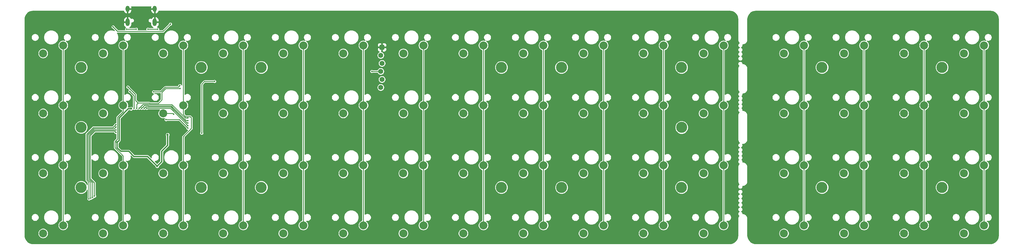
<source format=gbr>
G04 #@! TF.GenerationSoftware,KiCad,Pcbnew,(5.1.2-1)-1*
G04 #@! TF.CreationDate,2020-06-06T07:12:09-05:00*
G04 #@! TF.ProjectId,therick48.16,74686572-6963-46b3-9438-2e31362e6b69,rev?*
G04 #@! TF.SameCoordinates,Original*
G04 #@! TF.FileFunction,Copper,L1,Top*
G04 #@! TF.FilePolarity,Positive*
%FSLAX46Y46*%
G04 Gerber Fmt 4.6, Leading zero omitted, Abs format (unit mm)*
G04 Created by KiCad (PCBNEW (5.1.2-1)-1) date 2020-06-06 07:12:09*
%MOMM*%
%LPD*%
G04 APERTURE LIST*
%ADD10C,0.100000*%
%ADD11C,1.600200*%
%ADD12C,3.500000*%
%ADD13C,2.540000*%
%ADD14O,1.300000X2.400000*%
%ADD15O,1.300000X1.900000*%
%ADD16C,0.500000*%
%ADD17C,0.700000*%
%ADD18C,0.250000*%
%ADD19C,0.400000*%
G04 APERTURE END LIST*
D10*
G36*
X160622462Y-46811826D02*
G01*
X160661296Y-46817587D01*
X160699378Y-46827126D01*
X160736343Y-46840352D01*
X160771832Y-46857137D01*
X160805506Y-46877321D01*
X160837039Y-46900707D01*
X160866128Y-46927072D01*
X160892493Y-46956161D01*
X160915879Y-46987694D01*
X160936063Y-47021368D01*
X160952848Y-47056857D01*
X160966074Y-47093822D01*
X160975613Y-47131904D01*
X160981374Y-47170738D01*
X160983300Y-47209950D01*
X160983300Y-48010050D01*
X160981374Y-48049262D01*
X160975613Y-48088096D01*
X160966074Y-48126178D01*
X160952848Y-48163143D01*
X160936063Y-48198632D01*
X160915879Y-48232306D01*
X160892493Y-48263839D01*
X160866128Y-48292928D01*
X160837039Y-48319293D01*
X160805506Y-48342679D01*
X160771832Y-48362863D01*
X160736343Y-48379648D01*
X160699378Y-48392874D01*
X160661296Y-48402413D01*
X160622462Y-48408174D01*
X160583250Y-48410100D01*
X159783150Y-48410100D01*
X159743938Y-48408174D01*
X159705104Y-48402413D01*
X159667022Y-48392874D01*
X159630057Y-48379648D01*
X159594568Y-48362863D01*
X159560894Y-48342679D01*
X159529361Y-48319293D01*
X159500272Y-48292928D01*
X159473907Y-48263839D01*
X159450521Y-48232306D01*
X159430337Y-48198632D01*
X159413552Y-48163143D01*
X159400326Y-48126178D01*
X159390787Y-48088096D01*
X159385026Y-48049262D01*
X159383100Y-48010050D01*
X159383100Y-47209950D01*
X159385026Y-47170738D01*
X159390787Y-47131904D01*
X159400326Y-47093822D01*
X159413552Y-47056857D01*
X159430337Y-47021368D01*
X159450521Y-46987694D01*
X159473907Y-46956161D01*
X159500272Y-46927072D01*
X159529361Y-46900707D01*
X159560894Y-46877321D01*
X159594568Y-46857137D01*
X159630057Y-46840352D01*
X159667022Y-46827126D01*
X159705104Y-46817587D01*
X159743938Y-46811826D01*
X159783150Y-46809900D01*
X160583250Y-46809900D01*
X160622462Y-46811826D01*
X160622462Y-46811826D01*
G37*
D11*
X160183200Y-47610000D03*
X159776800Y-50150000D03*
X160183200Y-52690000D03*
X159776800Y-55230000D03*
X160183200Y-57770000D03*
X159776800Y-60310000D03*
D12*
X254980000Y-91960000D03*
X254980000Y-53960000D03*
X197980000Y-91960000D03*
X197980000Y-53960000D03*
X121980000Y-91960000D03*
X121980000Y-53960000D03*
X64980000Y-91960000D03*
X64980000Y-53960000D03*
D13*
X268289304Y-103999733D03*
X261939304Y-106539733D03*
X249289354Y-103999733D03*
X242939354Y-106539733D03*
X230290000Y-103999733D03*
X223940000Y-106539733D03*
X211289454Y-104000000D03*
X204939454Y-106540000D03*
X192290000Y-104000000D03*
X185940000Y-106540000D03*
X173290000Y-104000000D03*
X166940000Y-106540000D03*
X154290000Y-103999733D03*
X147940000Y-106539733D03*
X135290000Y-104000000D03*
X128940000Y-106540000D03*
X116290000Y-104000000D03*
X109940000Y-106540000D03*
X97290000Y-104000000D03*
X90940000Y-106540000D03*
X78290000Y-104000000D03*
X71940000Y-106540000D03*
X59290000Y-104000000D03*
X52940000Y-106540000D03*
X268289304Y-85000000D03*
X261939304Y-87540000D03*
X249289354Y-84999783D03*
X242939354Y-87539783D03*
X230290000Y-85000000D03*
X223940000Y-87540000D03*
X211289454Y-85000000D03*
X204939454Y-87540000D03*
X192289504Y-84999783D03*
X185939504Y-87539783D03*
X173289554Y-84999783D03*
X166939554Y-87539783D03*
X154289604Y-84999783D03*
X147939604Y-87539783D03*
X135290000Y-84999783D03*
X128940000Y-87539783D03*
X116289704Y-84999783D03*
X109939704Y-87539783D03*
X97289754Y-84999783D03*
X90939754Y-87539783D03*
X78289804Y-85000000D03*
X71939804Y-87540000D03*
X59290000Y-85000000D03*
X52940000Y-87540000D03*
X268289304Y-66000000D03*
X261939304Y-68540000D03*
X249289354Y-66000000D03*
X242939354Y-68540000D03*
X230290000Y-66000000D03*
X223940000Y-68540000D03*
X211289454Y-66000000D03*
X204939454Y-68540000D03*
X192289504Y-65999833D03*
X185939504Y-68539833D03*
X173290000Y-65999833D03*
X166940000Y-68539833D03*
X154289604Y-66000000D03*
X147939604Y-68540000D03*
X135289654Y-66000000D03*
X128939654Y-68540000D03*
X116290000Y-66000000D03*
X109940000Y-68540000D03*
X97290000Y-66000000D03*
X90940000Y-68540000D03*
X78290000Y-66000000D03*
X71940000Y-68540000D03*
X59290000Y-66000000D03*
X52940000Y-68540000D03*
X268289304Y-47012700D03*
X261939304Y-49552700D03*
X249289354Y-46999883D03*
X242939354Y-49539883D03*
X230289404Y-46999883D03*
X223939404Y-49539883D03*
X211290000Y-47000000D03*
X204940000Y-49540000D03*
X192289504Y-46999883D03*
X185939504Y-49539883D03*
X173290000Y-47000000D03*
X166940000Y-49540000D03*
X154289604Y-46999883D03*
X147939604Y-49539883D03*
X135290000Y-47000000D03*
X128940000Y-49540000D03*
X116289704Y-46999883D03*
X109939704Y-49539883D03*
X97289754Y-46999883D03*
X90939754Y-49539883D03*
X78289804Y-46999883D03*
X71939804Y-49539883D03*
X52939854Y-49539883D03*
X59289854Y-46999883D03*
X344399078Y-106539733D03*
X350749078Y-103999733D03*
X325399128Y-106539733D03*
X331749128Y-103999733D03*
X306399178Y-106539733D03*
X312749178Y-103999733D03*
X287399228Y-106539733D03*
X293749228Y-103999733D03*
X344399078Y-87539783D03*
X350749078Y-84999783D03*
X325399128Y-87539783D03*
X331749128Y-84999783D03*
X306373778Y-87552483D03*
X312723778Y-85012483D03*
X287399228Y-87539783D03*
X293749228Y-84999783D03*
X344399078Y-68539833D03*
X350749078Y-65999833D03*
X325399128Y-68539833D03*
X331749128Y-65999833D03*
X306399178Y-68539833D03*
X312749178Y-65999833D03*
X287399228Y-68539833D03*
X293749228Y-65999833D03*
X344399078Y-49539883D03*
X350749078Y-46999883D03*
X325399128Y-49539883D03*
X331749128Y-46999883D03*
X312749178Y-46999883D03*
X306399178Y-49539883D03*
X293749228Y-46999883D03*
X287399228Y-49539883D03*
D12*
X337440000Y-91960000D03*
X299440000Y-91960000D03*
X337440000Y-53960000D03*
X299440000Y-53960000D03*
D14*
X79680000Y-39668625D03*
D15*
X79680000Y-35468625D03*
X88280000Y-35468625D03*
D14*
X88280000Y-39668625D03*
X79680000Y-39668625D03*
D12*
X255005000Y-72985000D03*
X217005000Y-91985000D03*
X216980000Y-53960000D03*
X103005000Y-91985000D03*
X102980000Y-53960000D03*
X64980000Y-72960000D03*
D16*
X94234000Y-68834000D03*
D17*
X89019000Y-85224902D03*
X76326000Y-77725000D03*
X92315000Y-75325000D03*
X80772000Y-67056000D03*
D16*
X87884000Y-61722000D03*
X96202500Y-59753500D03*
X81737500Y-66929000D03*
X80391000Y-61595000D03*
X75057000Y-41148000D03*
X93218000Y-40259000D03*
X96312625Y-60659375D03*
X82537500Y-66929000D03*
X79756000Y-60198000D03*
X83331250Y-66898000D03*
X98737500Y-70025000D03*
X84131250Y-66898000D03*
X98737500Y-70825000D03*
X84931250Y-66898000D03*
X98737500Y-71625000D03*
X98737500Y-72425000D03*
X85731250Y-66898000D03*
X98737500Y-73225000D03*
X91837500Y-70525000D03*
X156972000Y-55245000D03*
X86091000Y-41868000D03*
X89139000Y-41868000D03*
X82408000Y-41868000D03*
X79360000Y-41868000D03*
X103124000Y-74803000D03*
X107188000Y-58420000D03*
X75946000Y-74549000D03*
X69215000Y-94742000D03*
X75946000Y-73787000D03*
X68580000Y-95095553D03*
X75946000Y-72898000D03*
X68028923Y-95400866D03*
X75946000Y-72136000D03*
X67437000Y-95631000D03*
D18*
X93940000Y-68540000D02*
X94234000Y-68834000D01*
X90940000Y-68540000D02*
X93940000Y-68540000D01*
D19*
X89019000Y-85224902D02*
X90424000Y-83819902D01*
X90424000Y-83819902D02*
X90424000Y-80518000D01*
X92315000Y-78627000D02*
X92315000Y-75325000D01*
X90424000Y-80518000D02*
X92315000Y-78627000D01*
X76326000Y-79374000D02*
X76326000Y-77725000D01*
X77470000Y-80518000D02*
X76326000Y-79374000D01*
X80010000Y-80518000D02*
X77470000Y-80518000D01*
X81661000Y-82169000D02*
X80010000Y-80518000D01*
X85963098Y-82169000D02*
X81661000Y-82169000D01*
X89019000Y-85224902D02*
X85963098Y-82169000D01*
X76962000Y-77089000D02*
X76326000Y-77725000D01*
X76962000Y-69977000D02*
X76962000Y-77089000D01*
X79883000Y-67056000D02*
X76962000Y-69977000D01*
X80772000Y-67056000D02*
X79883000Y-67056000D01*
D18*
X91583220Y-60279365D02*
X90140586Y-61722000D01*
X95676635Y-60279365D02*
X91583220Y-60279365D01*
X90140586Y-61722000D02*
X87884000Y-61722000D01*
X96202500Y-59753500D02*
X95676635Y-60279365D01*
X81737500Y-66929000D02*
X81737500Y-62941500D01*
X80391000Y-61595000D02*
X81737500Y-62941500D01*
X90896999Y-42580001D02*
X76489001Y-42580001D01*
X76489001Y-42580001D02*
X75057000Y-41148000D01*
X93218000Y-40259000D02*
X90896999Y-42580001D01*
X86554884Y-65252969D02*
X82956031Y-65252969D01*
X90551000Y-64262000D02*
X89435040Y-65377960D01*
X86679875Y-65377960D02*
X86554884Y-65252969D01*
X89435040Y-65377960D02*
X86679875Y-65377960D01*
X82956031Y-65252969D02*
X82537500Y-65671500D01*
X82537500Y-66929000D02*
X82537500Y-65671500D01*
X82117510Y-64414448D02*
X82956031Y-65252969D01*
X82117510Y-62574108D02*
X82117510Y-64414448D01*
X80202777Y-60659375D02*
X82117510Y-62574108D01*
X91740625Y-60659375D02*
X90551000Y-61849000D01*
X90551000Y-61849000D02*
X90551000Y-64262000D01*
X96312625Y-60659375D02*
X91740625Y-60659375D01*
X82117510Y-62559510D02*
X82117510Y-62574108D01*
X79756000Y-60198000D02*
X82117510Y-62559510D01*
X59289854Y-103999854D02*
X59290000Y-104000000D01*
X59289854Y-46999883D02*
X59289854Y-103999854D01*
X78289804Y-103999804D02*
X78290000Y-104000000D01*
X78289804Y-85000000D02*
X78289804Y-103999804D01*
X78289804Y-65999804D02*
X78290000Y-66000000D01*
X78289804Y-46999883D02*
X78289804Y-65999804D01*
X78289804Y-81981284D02*
X78289804Y-85000000D01*
X75720999Y-79412479D02*
X78289804Y-81981284D01*
X75720999Y-77434599D02*
X75720999Y-79412479D01*
X76506990Y-76648608D02*
X75720999Y-77434599D01*
X76506990Y-69788530D02*
X76506990Y-76648608D01*
X78290000Y-68005520D02*
X76506990Y-69788530D01*
X78290000Y-66000000D02*
X78290000Y-68005520D01*
X97290000Y-66000000D02*
X97290000Y-47000000D01*
X99491999Y-69519999D02*
X97982155Y-69519999D01*
X97290000Y-68827844D02*
X97290000Y-66000000D01*
X97982155Y-69519999D02*
X97290000Y-68827844D01*
X99872501Y-69900501D02*
X99491999Y-69519999D01*
X99872501Y-73329501D02*
X99872501Y-69900501D01*
X97290000Y-75912002D02*
X99872501Y-73329501D01*
X97290000Y-104000000D02*
X97290000Y-75912002D01*
X116290000Y-47002700D02*
X116290000Y-104000000D01*
X86397479Y-65632979D02*
X84596271Y-65632979D01*
X86522470Y-65757970D02*
X86397479Y-65632979D01*
X83331250Y-66898000D02*
X84596271Y-65632979D01*
X98737500Y-70025000D02*
X97949742Y-70025000D01*
X97949742Y-70025000D02*
X93682712Y-65757970D01*
X93627030Y-65757970D02*
X86522470Y-65757970D01*
X93682712Y-65757970D02*
X93627030Y-65757970D01*
X135290000Y-57187000D02*
X135290000Y-47002700D01*
X135290000Y-104000000D02*
X135290000Y-57187000D01*
X85016261Y-66012989D02*
X84131250Y-66898000D01*
X98737500Y-70825000D02*
X98212328Y-70825000D01*
X86154289Y-66012989D02*
X85016261Y-66012989D01*
X98212328Y-70825000D02*
X93525308Y-66137980D01*
X86279280Y-66137980D02*
X86154289Y-66012989D01*
X93525308Y-66137980D02*
X86279280Y-66137980D01*
X154290000Y-47000000D02*
X154290000Y-104000000D01*
X85996884Y-66392999D02*
X85436251Y-66392999D01*
X93212990Y-66517990D02*
X86121875Y-66517990D01*
X86121875Y-66517990D02*
X85996884Y-66392999D01*
X84931250Y-66898000D02*
X85436251Y-66392999D01*
X98474914Y-71625000D02*
X93367907Y-66517991D01*
X93367907Y-66517991D02*
X93212990Y-66517991D01*
X98737500Y-71625000D02*
X98474914Y-71625000D01*
X173290000Y-104000000D02*
X173290000Y-47000000D01*
X93337501Y-67025000D02*
X93523438Y-67210937D01*
X93337500Y-67025000D02*
X93523438Y-67210937D01*
X93210502Y-66898000D02*
X93710251Y-67397749D01*
X92831000Y-66898000D02*
X93210502Y-66898000D01*
X93710251Y-67397749D02*
X98737500Y-72425000D01*
X93523438Y-67210937D02*
X93710251Y-67397749D01*
X85731250Y-66898000D02*
X92831000Y-66898000D01*
X96037500Y-70525000D02*
X98737500Y-73225000D01*
X91837500Y-70525000D02*
X96037500Y-70525000D01*
X192290000Y-47000000D02*
X192290000Y-104000000D01*
X211290000Y-104000000D02*
X211290000Y-47000000D01*
X230290000Y-47002700D02*
X230290000Y-104000000D01*
X249290000Y-104000000D02*
X249290000Y-47002700D01*
X268290000Y-47000000D02*
X268290000Y-102531980D01*
X268290000Y-104000000D02*
X268290000Y-102531980D01*
X156987000Y-55230000D02*
X156972000Y-55245000D01*
X159776800Y-55230000D02*
X156987000Y-55230000D01*
X86091000Y-41868000D02*
X89139000Y-41868000D01*
X82408000Y-41868000D02*
X79360000Y-41868000D01*
X103124000Y-74803000D02*
X103124000Y-59309000D01*
X107188000Y-58420000D02*
X104013000Y-58420000D01*
X103124000Y-59309000D02*
X104013000Y-58420000D01*
X293724600Y-101839434D02*
X293724600Y-104012700D01*
X293724600Y-47012700D02*
X293724600Y-101839434D01*
X75564010Y-74167010D02*
X75946000Y-74549000D01*
X69304232Y-74167010D02*
X75564010Y-74167010D01*
X67862121Y-75609121D02*
X67862121Y-89198121D01*
X67862121Y-75609121D02*
X69304232Y-74167010D01*
X67862121Y-89198121D02*
X69215000Y-90551000D01*
X69215000Y-90551000D02*
X69215000Y-94742000D01*
X312724600Y-101839434D02*
X312724600Y-104012700D01*
X312724600Y-47012700D02*
X312724600Y-101839434D01*
X75946000Y-73787000D02*
X69146828Y-73787000D01*
X67482111Y-89355526D02*
X67704717Y-89578131D01*
X67482111Y-75451716D02*
X67482111Y-89355526D01*
X67910914Y-75022914D02*
X67482111Y-75451716D01*
X69146828Y-73787000D02*
X67910914Y-75022914D01*
X67704717Y-89578131D02*
X68580000Y-90453414D01*
X68580000Y-94742000D02*
X68580000Y-95095553D01*
X68580000Y-90453414D02*
X68580000Y-94742000D01*
X331724600Y-101839434D02*
X331724600Y-104012700D01*
X331724600Y-47012700D02*
X331724600Y-101839434D01*
X75437010Y-73406990D02*
X75946000Y-72898000D01*
X68989424Y-73406990D02*
X75437010Y-73406990D01*
X67759169Y-90170000D02*
X67759172Y-90170000D01*
X67102101Y-75294311D02*
X67102102Y-89512933D01*
X67578707Y-74817707D02*
X67102101Y-75294311D01*
X67102102Y-89512933D02*
X67759169Y-90170000D01*
X67578707Y-74817707D02*
X68989424Y-73406990D01*
X67759172Y-90170000D02*
X68028923Y-90439751D01*
X68028923Y-90439751D02*
X68028923Y-95400866D01*
X350724600Y-47012700D02*
X350724600Y-104012700D01*
X75057000Y-73025000D02*
X68834000Y-73025000D01*
X75946000Y-72136000D02*
X75057000Y-73025000D01*
X67310000Y-74549000D02*
X66722092Y-75136904D01*
X66722092Y-75136904D02*
X66722093Y-89670338D01*
X68834000Y-73025000D02*
X67310000Y-74549000D01*
X66722093Y-89670338D02*
X67437000Y-90385245D01*
X67437000Y-90385245D02*
X67437000Y-95631000D01*
G36*
X79809000Y-35339625D02*
G01*
X80963000Y-35339625D01*
X80963000Y-35039625D01*
X80913181Y-34791803D01*
X80912038Y-34789060D01*
X87047962Y-34789060D01*
X87046819Y-34791803D01*
X86997000Y-35039625D01*
X86997000Y-35339625D01*
X88151000Y-35339625D01*
X88151000Y-34789060D01*
X88260678Y-34789060D01*
X88353142Y-34798126D01*
X88409000Y-34814991D01*
X88409000Y-35339625D01*
X88429000Y-35339625D01*
X88429000Y-35597625D01*
X88409000Y-35597625D01*
X88409000Y-36885953D01*
X88607100Y-37009227D01*
X88651802Y-37003329D01*
X88885537Y-36907069D01*
X89096001Y-36767060D01*
X89275107Y-36588681D01*
X89415971Y-36378788D01*
X89513181Y-36145447D01*
X89519027Y-36116365D01*
X89536630Y-36118091D01*
X89536643Y-36118091D01*
X89556015Y-36119999D01*
X270173183Y-36121250D01*
X270692405Y-36172160D01*
X271185294Y-36320972D01*
X271639889Y-36562684D01*
X272038884Y-36888095D01*
X272367070Y-37284805D01*
X272611951Y-37737703D01*
X272764200Y-38229538D01*
X272819999Y-38760433D01*
X272820001Y-38761107D01*
X272820000Y-45210311D01*
X272819288Y-45217085D01*
X272819288Y-45222670D01*
X272819399Y-45238587D01*
X272821298Y-45256657D01*
X272821298Y-45274832D01*
X272821882Y-45280386D01*
X272846683Y-45501489D01*
X272854221Y-45536950D01*
X272861262Y-45572512D01*
X272862914Y-45577848D01*
X272930188Y-45789923D01*
X272944467Y-45823240D01*
X272958285Y-45856764D01*
X272960937Y-45861668D01*
X272960941Y-45861677D01*
X272960946Y-45861684D01*
X273068127Y-46056645D01*
X273088598Y-46086542D01*
X273108671Y-46116754D01*
X273112229Y-46121054D01*
X273112232Y-46121059D01*
X273112236Y-46121063D01*
X273254014Y-46290029D01*
X273232180Y-46299073D01*
X273105246Y-46383887D01*
X272997298Y-46491835D01*
X272912484Y-46618769D01*
X272854063Y-46759810D01*
X272824280Y-46909538D01*
X272824280Y-47062200D01*
X272854063Y-47211928D01*
X272912484Y-47352969D01*
X272997298Y-47479903D01*
X273105246Y-47587851D01*
X273232180Y-47672665D01*
X273284578Y-47694369D01*
X273232180Y-47716073D01*
X273105246Y-47800887D01*
X272997298Y-47908835D01*
X272912484Y-48035769D01*
X272854063Y-48176810D01*
X272824280Y-48326538D01*
X272824280Y-48479200D01*
X272854063Y-48628928D01*
X272912484Y-48769969D01*
X272997298Y-48896903D01*
X273105246Y-49004851D01*
X273232180Y-49089665D01*
X273236294Y-49091369D01*
X273232180Y-49093073D01*
X273105246Y-49177887D01*
X272997298Y-49285835D01*
X272912484Y-49412769D01*
X272854063Y-49553810D01*
X272824280Y-49703538D01*
X272824280Y-49856200D01*
X272854063Y-50005928D01*
X272912484Y-50146969D01*
X272997298Y-50273903D01*
X273105246Y-50381851D01*
X273232180Y-50466665D01*
X273236294Y-50468369D01*
X273232180Y-50470073D01*
X273105246Y-50554887D01*
X272997298Y-50662835D01*
X272912484Y-50789769D01*
X272854063Y-50930810D01*
X272824280Y-51080538D01*
X272824280Y-51233200D01*
X272854063Y-51382928D01*
X272912484Y-51523969D01*
X272997298Y-51650903D01*
X273105246Y-51758851D01*
X273232180Y-51843665D01*
X273373221Y-51902086D01*
X273522949Y-51931869D01*
X273675611Y-51931869D01*
X273825339Y-51902086D01*
X273966380Y-51843665D01*
X274093314Y-51758851D01*
X274201262Y-51650903D01*
X274286076Y-51523969D01*
X274344497Y-51382928D01*
X274374280Y-51233200D01*
X274374280Y-51080538D01*
X274344497Y-50930810D01*
X274286076Y-50789769D01*
X274201262Y-50662835D01*
X274093314Y-50554887D01*
X273966380Y-50470073D01*
X273962266Y-50468369D01*
X273966380Y-50466665D01*
X274093314Y-50381851D01*
X274201262Y-50273903D01*
X274286076Y-50146969D01*
X274344497Y-50005928D01*
X274374280Y-49856200D01*
X274374280Y-49703538D01*
X274344497Y-49553810D01*
X274286076Y-49412769D01*
X274262755Y-49377865D01*
X285754228Y-49377865D01*
X285754228Y-49701901D01*
X285817445Y-50019712D01*
X285941448Y-50319082D01*
X286121473Y-50588509D01*
X286350602Y-50817638D01*
X286620029Y-50997663D01*
X286919399Y-51121666D01*
X287237210Y-51184883D01*
X287561246Y-51184883D01*
X287879057Y-51121666D01*
X288178427Y-50997663D01*
X288447854Y-50817638D01*
X288676983Y-50588509D01*
X288857008Y-50319082D01*
X288981011Y-50019712D01*
X289044228Y-49701901D01*
X289044228Y-49377865D01*
X288981011Y-49060054D01*
X288857008Y-48760684D01*
X288676983Y-48491257D01*
X288447854Y-48262128D01*
X288178427Y-48082103D01*
X287879057Y-47958100D01*
X287561246Y-47894883D01*
X287237210Y-47894883D01*
X286919399Y-47958100D01*
X286620029Y-48082103D01*
X286350602Y-48262128D01*
X286121473Y-48491257D01*
X285941448Y-48760684D01*
X285817445Y-49060054D01*
X285754228Y-49377865D01*
X274262755Y-49377865D01*
X274201262Y-49285835D01*
X274093314Y-49177887D01*
X273966380Y-49093073D01*
X273962266Y-49091369D01*
X273966380Y-49089665D01*
X274093314Y-49004851D01*
X274201262Y-48896903D01*
X274286076Y-48769969D01*
X274344497Y-48628928D01*
X274374280Y-48479200D01*
X274374280Y-48326538D01*
X274344497Y-48176810D01*
X274286076Y-48035769D01*
X274201262Y-47908835D01*
X274093314Y-47800887D01*
X273966380Y-47716073D01*
X273913982Y-47694369D01*
X273966380Y-47672665D01*
X274093314Y-47587851D01*
X274201262Y-47479903D01*
X274286076Y-47352969D01*
X274344497Y-47211928D01*
X274374280Y-47062200D01*
X274374280Y-46909538D01*
X274360024Y-46837865D01*
X292104228Y-46837865D01*
X292104228Y-47161901D01*
X292167445Y-47479712D01*
X292291448Y-47779082D01*
X292471473Y-48048509D01*
X292700602Y-48277638D01*
X292970029Y-48457663D01*
X293224600Y-48563110D01*
X293224600Y-64436606D01*
X292970029Y-64542053D01*
X292700602Y-64722078D01*
X292471473Y-64951207D01*
X292291448Y-65220634D01*
X292167445Y-65520004D01*
X292104228Y-65837815D01*
X292104228Y-66161851D01*
X292167445Y-66479662D01*
X292291448Y-66779032D01*
X292471473Y-67048459D01*
X292700602Y-67277588D01*
X292970029Y-67457613D01*
X293224600Y-67563060D01*
X293224601Y-83436556D01*
X292970029Y-83542003D01*
X292700602Y-83722028D01*
X292471473Y-83951157D01*
X292291448Y-84220584D01*
X292167445Y-84519954D01*
X292104228Y-84837765D01*
X292104228Y-85161801D01*
X292167445Y-85479612D01*
X292291448Y-85778982D01*
X292471473Y-86048409D01*
X292700602Y-86277538D01*
X292970029Y-86457563D01*
X293224601Y-86563010D01*
X293224601Y-101814865D01*
X293224600Y-101814875D01*
X293224600Y-102436506D01*
X292970029Y-102541953D01*
X292700602Y-102721978D01*
X292471473Y-102951107D01*
X292291448Y-103220534D01*
X292167445Y-103519904D01*
X292104228Y-103837715D01*
X292104228Y-104161751D01*
X292167445Y-104479562D01*
X292291448Y-104778932D01*
X292471473Y-105048359D01*
X292700602Y-105277488D01*
X292970029Y-105457513D01*
X293269399Y-105581516D01*
X293587210Y-105644733D01*
X293911246Y-105644733D01*
X294229057Y-105581516D01*
X294528427Y-105457513D01*
X294797854Y-105277488D01*
X295026983Y-105048359D01*
X295207008Y-104778932D01*
X295331011Y-104479562D01*
X295394228Y-104161751D01*
X295394228Y-103837715D01*
X295331011Y-103519904D01*
X295207008Y-103220534D01*
X295026983Y-102951107D01*
X294797854Y-102721978D01*
X294677748Y-102641726D01*
X294898487Y-102685633D01*
X295139969Y-102685633D01*
X295376810Y-102638523D01*
X295599910Y-102546112D01*
X295800694Y-102411952D01*
X295971447Y-102241199D01*
X296105607Y-102040415D01*
X296198018Y-101817315D01*
X296245128Y-101580474D01*
X296245128Y-101338992D01*
X302633278Y-101338992D01*
X302633278Y-101580474D01*
X302680388Y-101817315D01*
X302772799Y-102040415D01*
X302906959Y-102241199D01*
X303077712Y-102411952D01*
X303278496Y-102546112D01*
X303501596Y-102638523D01*
X303738437Y-102685633D01*
X303979919Y-102685633D01*
X304216760Y-102638523D01*
X304439860Y-102546112D01*
X304640644Y-102411952D01*
X304811397Y-102241199D01*
X304945557Y-102040415D01*
X305037968Y-101817315D01*
X305085078Y-101580474D01*
X305085078Y-101338992D01*
X305062686Y-101226417D01*
X306570278Y-101226417D01*
X306570278Y-101693049D01*
X306661314Y-102150716D01*
X306839886Y-102581828D01*
X307099133Y-102969819D01*
X307429092Y-103299778D01*
X307817083Y-103559025D01*
X308248195Y-103737597D01*
X308705862Y-103828633D01*
X309172494Y-103828633D01*
X309630161Y-103737597D01*
X310061273Y-103559025D01*
X310449264Y-103299778D01*
X310779223Y-102969819D01*
X311038470Y-102581828D01*
X311217042Y-102150716D01*
X311308078Y-101693049D01*
X311308078Y-101226417D01*
X311217042Y-100768750D01*
X311038470Y-100337638D01*
X310779223Y-99949647D01*
X310449264Y-99619688D01*
X310061273Y-99360441D01*
X309630161Y-99181869D01*
X309172494Y-99090833D01*
X308705862Y-99090833D01*
X308248195Y-99181869D01*
X307817083Y-99360441D01*
X307429092Y-99619688D01*
X307099133Y-99949647D01*
X306839886Y-100337638D01*
X306661314Y-100768750D01*
X306570278Y-101226417D01*
X305062686Y-101226417D01*
X305037968Y-101102151D01*
X304945557Y-100879051D01*
X304811397Y-100678267D01*
X304640644Y-100507514D01*
X304439860Y-100373354D01*
X304216760Y-100280943D01*
X303979919Y-100233833D01*
X303738437Y-100233833D01*
X303501596Y-100280943D01*
X303278496Y-100373354D01*
X303077712Y-100507514D01*
X302906959Y-100678267D01*
X302772799Y-100879051D01*
X302680388Y-101102151D01*
X302633278Y-101338992D01*
X296245128Y-101338992D01*
X296198018Y-101102151D01*
X296105607Y-100879051D01*
X295971447Y-100678267D01*
X295800694Y-100507514D01*
X295599910Y-100373354D01*
X295376810Y-100280943D01*
X295139969Y-100233833D01*
X294898487Y-100233833D01*
X294661646Y-100280943D01*
X294438546Y-100373354D01*
X294237762Y-100507514D01*
X294224600Y-100520676D01*
X294224600Y-91750706D01*
X297315000Y-91750706D01*
X297315000Y-92169294D01*
X297396663Y-92579840D01*
X297556849Y-92966565D01*
X297789405Y-93314609D01*
X298085391Y-93610595D01*
X298433435Y-93843151D01*
X298820160Y-94003337D01*
X299230706Y-94085000D01*
X299649294Y-94085000D01*
X300059840Y-94003337D01*
X300446565Y-93843151D01*
X300794609Y-93610595D01*
X301090595Y-93314609D01*
X301323151Y-92966565D01*
X301483337Y-92579840D01*
X301565000Y-92169294D01*
X301565000Y-91750706D01*
X301483337Y-91340160D01*
X301323151Y-90953435D01*
X301090595Y-90605391D01*
X300794609Y-90309405D01*
X300446565Y-90076849D01*
X300059840Y-89916663D01*
X299649294Y-89835000D01*
X299230706Y-89835000D01*
X298820160Y-89916663D01*
X298433435Y-90076849D01*
X298085391Y-90309405D01*
X297789405Y-90605391D01*
X297556849Y-90953435D01*
X297396663Y-91340160D01*
X297315000Y-91750706D01*
X294224600Y-91750706D01*
X294224600Y-87390465D01*
X304728778Y-87390465D01*
X304728778Y-87714501D01*
X304791995Y-88032312D01*
X304915998Y-88331682D01*
X305096023Y-88601109D01*
X305325152Y-88830238D01*
X305594579Y-89010263D01*
X305893949Y-89134266D01*
X306211760Y-89197483D01*
X306535796Y-89197483D01*
X306853607Y-89134266D01*
X307152977Y-89010263D01*
X307422404Y-88830238D01*
X307651533Y-88601109D01*
X307831558Y-88331682D01*
X307955561Y-88032312D01*
X308018778Y-87714501D01*
X308018778Y-87390465D01*
X307955561Y-87072654D01*
X307831558Y-86773284D01*
X307651533Y-86503857D01*
X307422404Y-86274728D01*
X307152977Y-86094703D01*
X306853607Y-85970700D01*
X306535796Y-85907483D01*
X306211760Y-85907483D01*
X305893949Y-85970700D01*
X305594579Y-86094703D01*
X305325152Y-86274728D01*
X305096023Y-86503857D01*
X304915998Y-86773284D01*
X304791995Y-87072654D01*
X304728778Y-87390465D01*
X294224600Y-87390465D01*
X294224600Y-86582453D01*
X294229057Y-86581566D01*
X294528427Y-86457563D01*
X294797854Y-86277538D01*
X295026983Y-86048409D01*
X295207008Y-85778982D01*
X295331011Y-85479612D01*
X295394228Y-85161801D01*
X295394228Y-84850465D01*
X311078778Y-84850465D01*
X311078778Y-85174501D01*
X311141995Y-85492312D01*
X311265998Y-85791682D01*
X311446023Y-86061109D01*
X311675152Y-86290238D01*
X311944579Y-86470263D01*
X312224601Y-86586252D01*
X312224601Y-101814865D01*
X312224600Y-101814875D01*
X312224600Y-102436486D01*
X311969979Y-102541953D01*
X311700552Y-102721978D01*
X311471423Y-102951107D01*
X311291398Y-103220534D01*
X311167395Y-103519904D01*
X311104178Y-103837715D01*
X311104178Y-104161751D01*
X311167395Y-104479562D01*
X311291398Y-104778932D01*
X311471423Y-105048359D01*
X311700552Y-105277488D01*
X311969979Y-105457513D01*
X312269349Y-105581516D01*
X312587160Y-105644733D01*
X312911196Y-105644733D01*
X313229007Y-105581516D01*
X313528377Y-105457513D01*
X313797804Y-105277488D01*
X314026933Y-105048359D01*
X314206958Y-104778932D01*
X314330961Y-104479562D01*
X314394178Y-104161751D01*
X314394178Y-103837715D01*
X314330961Y-103519904D01*
X314206958Y-103220534D01*
X314026933Y-102951107D01*
X313797804Y-102721978D01*
X313677698Y-102641726D01*
X313898437Y-102685633D01*
X314139919Y-102685633D01*
X314376760Y-102638523D01*
X314599860Y-102546112D01*
X314800644Y-102411952D01*
X314971397Y-102241199D01*
X315105557Y-102040415D01*
X315197968Y-101817315D01*
X315245078Y-101580474D01*
X315245078Y-101338992D01*
X321633228Y-101338992D01*
X321633228Y-101580474D01*
X321680338Y-101817315D01*
X321772749Y-102040415D01*
X321906909Y-102241199D01*
X322077662Y-102411952D01*
X322278446Y-102546112D01*
X322501546Y-102638523D01*
X322738387Y-102685633D01*
X322979869Y-102685633D01*
X323216710Y-102638523D01*
X323439810Y-102546112D01*
X323640594Y-102411952D01*
X323811347Y-102241199D01*
X323945507Y-102040415D01*
X324037918Y-101817315D01*
X324085028Y-101580474D01*
X324085028Y-101338992D01*
X324062636Y-101226417D01*
X325570228Y-101226417D01*
X325570228Y-101693049D01*
X325661264Y-102150716D01*
X325839836Y-102581828D01*
X326099083Y-102969819D01*
X326429042Y-103299778D01*
X326817033Y-103559025D01*
X327248145Y-103737597D01*
X327705812Y-103828633D01*
X328172444Y-103828633D01*
X328630111Y-103737597D01*
X329061223Y-103559025D01*
X329449214Y-103299778D01*
X329779173Y-102969819D01*
X330038420Y-102581828D01*
X330216992Y-102150716D01*
X330308028Y-101693049D01*
X330308028Y-101226417D01*
X330216992Y-100768750D01*
X330038420Y-100337638D01*
X329779173Y-99949647D01*
X329449214Y-99619688D01*
X329061223Y-99360441D01*
X328630111Y-99181869D01*
X328172444Y-99090833D01*
X327705812Y-99090833D01*
X327248145Y-99181869D01*
X326817033Y-99360441D01*
X326429042Y-99619688D01*
X326099083Y-99949647D01*
X325839836Y-100337638D01*
X325661264Y-100768750D01*
X325570228Y-101226417D01*
X324062636Y-101226417D01*
X324037918Y-101102151D01*
X323945507Y-100879051D01*
X323811347Y-100678267D01*
X323640594Y-100507514D01*
X323439810Y-100373354D01*
X323216710Y-100280943D01*
X322979869Y-100233833D01*
X322738387Y-100233833D01*
X322501546Y-100280943D01*
X322278446Y-100373354D01*
X322077662Y-100507514D01*
X321906909Y-100678267D01*
X321772749Y-100879051D01*
X321680338Y-101102151D01*
X321633228Y-101338992D01*
X315245078Y-101338992D01*
X315197968Y-101102151D01*
X315105557Y-100879051D01*
X314971397Y-100678267D01*
X314800644Y-100507514D01*
X314599860Y-100373354D01*
X314376760Y-100280943D01*
X314139919Y-100233833D01*
X313898437Y-100233833D01*
X313661596Y-100280943D01*
X313438496Y-100373354D01*
X313237712Y-100507514D01*
X313224600Y-100520626D01*
X313224600Y-87377765D01*
X323754128Y-87377765D01*
X323754128Y-87701801D01*
X323817345Y-88019612D01*
X323941348Y-88318982D01*
X324121373Y-88588409D01*
X324350502Y-88817538D01*
X324619929Y-88997563D01*
X324919299Y-89121566D01*
X325237110Y-89184783D01*
X325561146Y-89184783D01*
X325878957Y-89121566D01*
X326178327Y-88997563D01*
X326447754Y-88817538D01*
X326676883Y-88588409D01*
X326856908Y-88318982D01*
X326980911Y-88019612D01*
X327044128Y-87701801D01*
X327044128Y-87377765D01*
X326980911Y-87059954D01*
X326856908Y-86760584D01*
X326676883Y-86491157D01*
X326447754Y-86262028D01*
X326178327Y-86082003D01*
X325878957Y-85958000D01*
X325561146Y-85894783D01*
X325237110Y-85894783D01*
X324919299Y-85958000D01*
X324619929Y-86082003D01*
X324350502Y-86262028D01*
X324121373Y-86491157D01*
X323941348Y-86760584D01*
X323817345Y-87059954D01*
X323754128Y-87377765D01*
X313224600Y-87377765D01*
X313224600Y-86585570D01*
X313502977Y-86470263D01*
X313772404Y-86290238D01*
X314001533Y-86061109D01*
X314181558Y-85791682D01*
X314305561Y-85492312D01*
X314368778Y-85174501D01*
X314368778Y-84850465D01*
X314305561Y-84532654D01*
X314181558Y-84233284D01*
X314001533Y-83963857D01*
X313772404Y-83734728D01*
X313652298Y-83654476D01*
X313873037Y-83698383D01*
X314114519Y-83698383D01*
X314351360Y-83651273D01*
X314574460Y-83558862D01*
X314775244Y-83424702D01*
X314945997Y-83253949D01*
X315080157Y-83053165D01*
X315172568Y-82830065D01*
X315219678Y-82593224D01*
X315219678Y-82351742D01*
X315217152Y-82339042D01*
X321633228Y-82339042D01*
X321633228Y-82580524D01*
X321680338Y-82817365D01*
X321772749Y-83040465D01*
X321906909Y-83241249D01*
X322077662Y-83412002D01*
X322278446Y-83546162D01*
X322501546Y-83638573D01*
X322738387Y-83685683D01*
X322979869Y-83685683D01*
X323216710Y-83638573D01*
X323439810Y-83546162D01*
X323640594Y-83412002D01*
X323811347Y-83241249D01*
X323945507Y-83040465D01*
X324037918Y-82817365D01*
X324085028Y-82580524D01*
X324085028Y-82339042D01*
X324062636Y-82226467D01*
X325570228Y-82226467D01*
X325570228Y-82693099D01*
X325661264Y-83150766D01*
X325839836Y-83581878D01*
X326099083Y-83969869D01*
X326429042Y-84299828D01*
X326817033Y-84559075D01*
X327248145Y-84737647D01*
X327705812Y-84828683D01*
X328172444Y-84828683D01*
X328630111Y-84737647D01*
X329061223Y-84559075D01*
X329449214Y-84299828D01*
X329779173Y-83969869D01*
X330038420Y-83581878D01*
X330216992Y-83150766D01*
X330308028Y-82693099D01*
X330308028Y-82226467D01*
X330216992Y-81768800D01*
X330038420Y-81337688D01*
X329779173Y-80949697D01*
X329449214Y-80619738D01*
X329061223Y-80360491D01*
X328630111Y-80181919D01*
X328172444Y-80090883D01*
X327705812Y-80090883D01*
X327248145Y-80181919D01*
X326817033Y-80360491D01*
X326429042Y-80619738D01*
X326099083Y-80949697D01*
X325839836Y-81337688D01*
X325661264Y-81768800D01*
X325570228Y-82226467D01*
X324062636Y-82226467D01*
X324037918Y-82102201D01*
X323945507Y-81879101D01*
X323811347Y-81678317D01*
X323640594Y-81507564D01*
X323439810Y-81373404D01*
X323216710Y-81280993D01*
X322979869Y-81233883D01*
X322738387Y-81233883D01*
X322501546Y-81280993D01*
X322278446Y-81373404D01*
X322077662Y-81507564D01*
X321906909Y-81678317D01*
X321772749Y-81879101D01*
X321680338Y-82102201D01*
X321633228Y-82339042D01*
X315217152Y-82339042D01*
X315172568Y-82114901D01*
X315080157Y-81891801D01*
X314945997Y-81691017D01*
X314775244Y-81520264D01*
X314574460Y-81386104D01*
X314351360Y-81293693D01*
X314114519Y-81246583D01*
X313873037Y-81246583D01*
X313636196Y-81293693D01*
X313413096Y-81386104D01*
X313224600Y-81512053D01*
X313224600Y-68377815D01*
X323754128Y-68377815D01*
X323754128Y-68701851D01*
X323817345Y-69019662D01*
X323941348Y-69319032D01*
X324121373Y-69588459D01*
X324350502Y-69817588D01*
X324619929Y-69997613D01*
X324919299Y-70121616D01*
X325237110Y-70184833D01*
X325561146Y-70184833D01*
X325878957Y-70121616D01*
X326178327Y-69997613D01*
X326447754Y-69817588D01*
X326676883Y-69588459D01*
X326856908Y-69319032D01*
X326980911Y-69019662D01*
X327044128Y-68701851D01*
X327044128Y-68377815D01*
X326980911Y-68060004D01*
X326856908Y-67760634D01*
X326676883Y-67491207D01*
X326447754Y-67262078D01*
X326178327Y-67082053D01*
X325878957Y-66958050D01*
X325561146Y-66894833D01*
X325237110Y-66894833D01*
X324919299Y-66958050D01*
X324619929Y-67082053D01*
X324350502Y-67262078D01*
X324121373Y-67491207D01*
X323941348Y-67760634D01*
X323817345Y-68060004D01*
X323754128Y-68377815D01*
X313224600Y-68377815D01*
X313224600Y-67582493D01*
X313229007Y-67581616D01*
X313528377Y-67457613D01*
X313797804Y-67277588D01*
X314026933Y-67048459D01*
X314206958Y-66779032D01*
X314330961Y-66479662D01*
X314394178Y-66161851D01*
X314394178Y-65837815D01*
X314330961Y-65520004D01*
X314206958Y-65220634D01*
X314026933Y-64951207D01*
X313797804Y-64722078D01*
X313677698Y-64641826D01*
X313898437Y-64685733D01*
X314139919Y-64685733D01*
X314376760Y-64638623D01*
X314599860Y-64546212D01*
X314800644Y-64412052D01*
X314971397Y-64241299D01*
X315105557Y-64040515D01*
X315197968Y-63817415D01*
X315245078Y-63580574D01*
X315245078Y-63339092D01*
X321633228Y-63339092D01*
X321633228Y-63580574D01*
X321680338Y-63817415D01*
X321772749Y-64040515D01*
X321906909Y-64241299D01*
X322077662Y-64412052D01*
X322278446Y-64546212D01*
X322501546Y-64638623D01*
X322738387Y-64685733D01*
X322979869Y-64685733D01*
X323216710Y-64638623D01*
X323439810Y-64546212D01*
X323640594Y-64412052D01*
X323811347Y-64241299D01*
X323945507Y-64040515D01*
X324037918Y-63817415D01*
X324085028Y-63580574D01*
X324085028Y-63339092D01*
X324062636Y-63226517D01*
X325570228Y-63226517D01*
X325570228Y-63693149D01*
X325661264Y-64150816D01*
X325839836Y-64581928D01*
X326099083Y-64969919D01*
X326429042Y-65299878D01*
X326817033Y-65559125D01*
X327248145Y-65737697D01*
X327705812Y-65828733D01*
X328172444Y-65828733D01*
X328630111Y-65737697D01*
X329061223Y-65559125D01*
X329449214Y-65299878D01*
X329779173Y-64969919D01*
X330038420Y-64581928D01*
X330216992Y-64150816D01*
X330308028Y-63693149D01*
X330308028Y-63226517D01*
X330216992Y-62768850D01*
X330038420Y-62337738D01*
X329779173Y-61949747D01*
X329449214Y-61619788D01*
X329061223Y-61360541D01*
X328630111Y-61181969D01*
X328172444Y-61090933D01*
X327705812Y-61090933D01*
X327248145Y-61181969D01*
X326817033Y-61360541D01*
X326429042Y-61619788D01*
X326099083Y-61949747D01*
X325839836Y-62337738D01*
X325661264Y-62768850D01*
X325570228Y-63226517D01*
X324062636Y-63226517D01*
X324037918Y-63102251D01*
X323945507Y-62879151D01*
X323811347Y-62678367D01*
X323640594Y-62507614D01*
X323439810Y-62373454D01*
X323216710Y-62281043D01*
X322979869Y-62233933D01*
X322738387Y-62233933D01*
X322501546Y-62281043D01*
X322278446Y-62373454D01*
X322077662Y-62507614D01*
X321906909Y-62678367D01*
X321772749Y-62879151D01*
X321680338Y-63102251D01*
X321633228Y-63339092D01*
X315245078Y-63339092D01*
X315197968Y-63102251D01*
X315105557Y-62879151D01*
X314971397Y-62678367D01*
X314800644Y-62507614D01*
X314599860Y-62373454D01*
X314376760Y-62281043D01*
X314139919Y-62233933D01*
X313898437Y-62233933D01*
X313661596Y-62281043D01*
X313438496Y-62373454D01*
X313237712Y-62507614D01*
X313224600Y-62520726D01*
X313224600Y-49377865D01*
X323754128Y-49377865D01*
X323754128Y-49701901D01*
X323817345Y-50019712D01*
X323941348Y-50319082D01*
X324121373Y-50588509D01*
X324350502Y-50817638D01*
X324619929Y-50997663D01*
X324919299Y-51121666D01*
X325237110Y-51184883D01*
X325561146Y-51184883D01*
X325878957Y-51121666D01*
X326178327Y-50997663D01*
X326447754Y-50817638D01*
X326676883Y-50588509D01*
X326856908Y-50319082D01*
X326980911Y-50019712D01*
X327044128Y-49701901D01*
X327044128Y-49377865D01*
X326980911Y-49060054D01*
X326856908Y-48760684D01*
X326676883Y-48491257D01*
X326447754Y-48262128D01*
X326178327Y-48082103D01*
X325878957Y-47958100D01*
X325561146Y-47894883D01*
X325237110Y-47894883D01*
X324919299Y-47958100D01*
X324619929Y-48082103D01*
X324350502Y-48262128D01*
X324121373Y-48491257D01*
X323941348Y-48760684D01*
X323817345Y-49060054D01*
X323754128Y-49377865D01*
X313224600Y-49377865D01*
X313224600Y-48582543D01*
X313229007Y-48581666D01*
X313528377Y-48457663D01*
X313797804Y-48277638D01*
X314026933Y-48048509D01*
X314206958Y-47779082D01*
X314330961Y-47479712D01*
X314394178Y-47161901D01*
X314394178Y-46837865D01*
X330104128Y-46837865D01*
X330104128Y-47161901D01*
X330167345Y-47479712D01*
X330291348Y-47779082D01*
X330471373Y-48048509D01*
X330700502Y-48277638D01*
X330969929Y-48457663D01*
X331224600Y-48563151D01*
X331224600Y-64436565D01*
X330969929Y-64542053D01*
X330700502Y-64722078D01*
X330471373Y-64951207D01*
X330291348Y-65220634D01*
X330167345Y-65520004D01*
X330104128Y-65837815D01*
X330104128Y-66161851D01*
X330167345Y-66479662D01*
X330291348Y-66779032D01*
X330471373Y-67048459D01*
X330700502Y-67277588D01*
X330969929Y-67457613D01*
X331224600Y-67563101D01*
X331224601Y-83436515D01*
X330969929Y-83542003D01*
X330700502Y-83722028D01*
X330471373Y-83951157D01*
X330291348Y-84220584D01*
X330167345Y-84519954D01*
X330104128Y-84837765D01*
X330104128Y-85161801D01*
X330167345Y-85479612D01*
X330291348Y-85778982D01*
X330471373Y-86048409D01*
X330700502Y-86277538D01*
X330969929Y-86457563D01*
X331224601Y-86563051D01*
X331224601Y-101814865D01*
X331224600Y-101814875D01*
X331224600Y-102436465D01*
X330969929Y-102541953D01*
X330700502Y-102721978D01*
X330471373Y-102951107D01*
X330291348Y-103220534D01*
X330167345Y-103519904D01*
X330104128Y-103837715D01*
X330104128Y-104161751D01*
X330167345Y-104479562D01*
X330291348Y-104778932D01*
X330471373Y-105048359D01*
X330700502Y-105277488D01*
X330969929Y-105457513D01*
X331269299Y-105581516D01*
X331587110Y-105644733D01*
X331911146Y-105644733D01*
X332228957Y-105581516D01*
X332528327Y-105457513D01*
X332797754Y-105277488D01*
X333026883Y-105048359D01*
X333206908Y-104778932D01*
X333330911Y-104479562D01*
X333394128Y-104161751D01*
X333394128Y-103837715D01*
X333330911Y-103519904D01*
X333206908Y-103220534D01*
X333026883Y-102951107D01*
X332797754Y-102721978D01*
X332677648Y-102641726D01*
X332898387Y-102685633D01*
X333139869Y-102685633D01*
X333376710Y-102638523D01*
X333599810Y-102546112D01*
X333800594Y-102411952D01*
X333971347Y-102241199D01*
X334105507Y-102040415D01*
X334197918Y-101817315D01*
X334245028Y-101580474D01*
X334245028Y-101338992D01*
X340633178Y-101338992D01*
X340633178Y-101580474D01*
X340680288Y-101817315D01*
X340772699Y-102040415D01*
X340906859Y-102241199D01*
X341077612Y-102411952D01*
X341278396Y-102546112D01*
X341501496Y-102638523D01*
X341738337Y-102685633D01*
X341979819Y-102685633D01*
X342216660Y-102638523D01*
X342439760Y-102546112D01*
X342640544Y-102411952D01*
X342811297Y-102241199D01*
X342945457Y-102040415D01*
X343037868Y-101817315D01*
X343084978Y-101580474D01*
X343084978Y-101338992D01*
X343062586Y-101226417D01*
X344570178Y-101226417D01*
X344570178Y-101693049D01*
X344661214Y-102150716D01*
X344839786Y-102581828D01*
X345099033Y-102969819D01*
X345428992Y-103299778D01*
X345816983Y-103559025D01*
X346248095Y-103737597D01*
X346705762Y-103828633D01*
X347172394Y-103828633D01*
X347630061Y-103737597D01*
X348061173Y-103559025D01*
X348449164Y-103299778D01*
X348779123Y-102969819D01*
X349038370Y-102581828D01*
X349216942Y-102150716D01*
X349307978Y-101693049D01*
X349307978Y-101226417D01*
X349216942Y-100768750D01*
X349038370Y-100337638D01*
X348779123Y-99949647D01*
X348449164Y-99619688D01*
X348061173Y-99360441D01*
X347630061Y-99181869D01*
X347172394Y-99090833D01*
X346705762Y-99090833D01*
X346248095Y-99181869D01*
X345816983Y-99360441D01*
X345428992Y-99619688D01*
X345099033Y-99949647D01*
X344839786Y-100337638D01*
X344661214Y-100768750D01*
X344570178Y-101226417D01*
X343062586Y-101226417D01*
X343037868Y-101102151D01*
X342945457Y-100879051D01*
X342811297Y-100678267D01*
X342640544Y-100507514D01*
X342439760Y-100373354D01*
X342216660Y-100280943D01*
X341979819Y-100233833D01*
X341738337Y-100233833D01*
X341501496Y-100280943D01*
X341278396Y-100373354D01*
X341077612Y-100507514D01*
X340906859Y-100678267D01*
X340772699Y-100879051D01*
X340680288Y-101102151D01*
X340633178Y-101338992D01*
X334245028Y-101338992D01*
X334197918Y-101102151D01*
X334105507Y-100879051D01*
X333971347Y-100678267D01*
X333800594Y-100507514D01*
X333599810Y-100373354D01*
X333376710Y-100280943D01*
X333139869Y-100233833D01*
X332898387Y-100233833D01*
X332661546Y-100280943D01*
X332438446Y-100373354D01*
X332237662Y-100507514D01*
X332224600Y-100520576D01*
X332224600Y-91750706D01*
X335315000Y-91750706D01*
X335315000Y-92169294D01*
X335396663Y-92579840D01*
X335556849Y-92966565D01*
X335789405Y-93314609D01*
X336085391Y-93610595D01*
X336433435Y-93843151D01*
X336820160Y-94003337D01*
X337230706Y-94085000D01*
X337649294Y-94085000D01*
X338059840Y-94003337D01*
X338446565Y-93843151D01*
X338794609Y-93610595D01*
X339090595Y-93314609D01*
X339323151Y-92966565D01*
X339483337Y-92579840D01*
X339565000Y-92169294D01*
X339565000Y-91750706D01*
X339483337Y-91340160D01*
X339323151Y-90953435D01*
X339090595Y-90605391D01*
X338794609Y-90309405D01*
X338446565Y-90076849D01*
X338059840Y-89916663D01*
X337649294Y-89835000D01*
X337230706Y-89835000D01*
X336820160Y-89916663D01*
X336433435Y-90076849D01*
X336085391Y-90309405D01*
X335789405Y-90605391D01*
X335556849Y-90953435D01*
X335396663Y-91340160D01*
X335315000Y-91750706D01*
X332224600Y-91750706D01*
X332224600Y-87377765D01*
X342754078Y-87377765D01*
X342754078Y-87701801D01*
X342817295Y-88019612D01*
X342941298Y-88318982D01*
X343121323Y-88588409D01*
X343350452Y-88817538D01*
X343619879Y-88997563D01*
X343919249Y-89121566D01*
X344237060Y-89184783D01*
X344561096Y-89184783D01*
X344878907Y-89121566D01*
X345178277Y-88997563D01*
X345447704Y-88817538D01*
X345676833Y-88588409D01*
X345856858Y-88318982D01*
X345980861Y-88019612D01*
X346044078Y-87701801D01*
X346044078Y-87377765D01*
X345980861Y-87059954D01*
X345856858Y-86760584D01*
X345676833Y-86491157D01*
X345447704Y-86262028D01*
X345178277Y-86082003D01*
X344878907Y-85958000D01*
X344561096Y-85894783D01*
X344237060Y-85894783D01*
X343919249Y-85958000D01*
X343619879Y-86082003D01*
X343350452Y-86262028D01*
X343121323Y-86491157D01*
X342941298Y-86760584D01*
X342817295Y-87059954D01*
X342754078Y-87377765D01*
X332224600Y-87377765D01*
X332224600Y-86582433D01*
X332228957Y-86581566D01*
X332528327Y-86457563D01*
X332797754Y-86277538D01*
X333026883Y-86048409D01*
X333206908Y-85778982D01*
X333330911Y-85479612D01*
X333394128Y-85161801D01*
X333394128Y-84837765D01*
X333330911Y-84519954D01*
X333206908Y-84220584D01*
X333026883Y-83951157D01*
X332797754Y-83722028D01*
X332677648Y-83641776D01*
X332898387Y-83685683D01*
X333139869Y-83685683D01*
X333376710Y-83638573D01*
X333599810Y-83546162D01*
X333800594Y-83412002D01*
X333971347Y-83241249D01*
X334105507Y-83040465D01*
X334197918Y-82817365D01*
X334245028Y-82580524D01*
X334245028Y-82339042D01*
X340633178Y-82339042D01*
X340633178Y-82580524D01*
X340680288Y-82817365D01*
X340772699Y-83040465D01*
X340906859Y-83241249D01*
X341077612Y-83412002D01*
X341278396Y-83546162D01*
X341501496Y-83638573D01*
X341738337Y-83685683D01*
X341979819Y-83685683D01*
X342216660Y-83638573D01*
X342439760Y-83546162D01*
X342640544Y-83412002D01*
X342811297Y-83241249D01*
X342945457Y-83040465D01*
X343037868Y-82817365D01*
X343084978Y-82580524D01*
X343084978Y-82339042D01*
X343062586Y-82226467D01*
X344570178Y-82226467D01*
X344570178Y-82693099D01*
X344661214Y-83150766D01*
X344839786Y-83581878D01*
X345099033Y-83969869D01*
X345428992Y-84299828D01*
X345816983Y-84559075D01*
X346248095Y-84737647D01*
X346705762Y-84828683D01*
X347172394Y-84828683D01*
X347630061Y-84737647D01*
X348061173Y-84559075D01*
X348449164Y-84299828D01*
X348779123Y-83969869D01*
X349038370Y-83581878D01*
X349216942Y-83150766D01*
X349307978Y-82693099D01*
X349307978Y-82226467D01*
X349216942Y-81768800D01*
X349038370Y-81337688D01*
X348779123Y-80949697D01*
X348449164Y-80619738D01*
X348061173Y-80360491D01*
X347630061Y-80181919D01*
X347172394Y-80090883D01*
X346705762Y-80090883D01*
X346248095Y-80181919D01*
X345816983Y-80360491D01*
X345428992Y-80619738D01*
X345099033Y-80949697D01*
X344839786Y-81337688D01*
X344661214Y-81768800D01*
X344570178Y-82226467D01*
X343062586Y-82226467D01*
X343037868Y-82102201D01*
X342945457Y-81879101D01*
X342811297Y-81678317D01*
X342640544Y-81507564D01*
X342439760Y-81373404D01*
X342216660Y-81280993D01*
X341979819Y-81233883D01*
X341738337Y-81233883D01*
X341501496Y-81280993D01*
X341278396Y-81373404D01*
X341077612Y-81507564D01*
X340906859Y-81678317D01*
X340772699Y-81879101D01*
X340680288Y-82102201D01*
X340633178Y-82339042D01*
X334245028Y-82339042D01*
X334197918Y-82102201D01*
X334105507Y-81879101D01*
X333971347Y-81678317D01*
X333800594Y-81507564D01*
X333599810Y-81373404D01*
X333376710Y-81280993D01*
X333139869Y-81233883D01*
X332898387Y-81233883D01*
X332661546Y-81280993D01*
X332438446Y-81373404D01*
X332237662Y-81507564D01*
X332224600Y-81520626D01*
X332224600Y-68377815D01*
X342754078Y-68377815D01*
X342754078Y-68701851D01*
X342817295Y-69019662D01*
X342941298Y-69319032D01*
X343121323Y-69588459D01*
X343350452Y-69817588D01*
X343619879Y-69997613D01*
X343919249Y-70121616D01*
X344237060Y-70184833D01*
X344561096Y-70184833D01*
X344878907Y-70121616D01*
X345178277Y-69997613D01*
X345447704Y-69817588D01*
X345676833Y-69588459D01*
X345856858Y-69319032D01*
X345980861Y-69019662D01*
X346044078Y-68701851D01*
X346044078Y-68377815D01*
X345980861Y-68060004D01*
X345856858Y-67760634D01*
X345676833Y-67491207D01*
X345447704Y-67262078D01*
X345178277Y-67082053D01*
X344878907Y-66958050D01*
X344561096Y-66894833D01*
X344237060Y-66894833D01*
X343919249Y-66958050D01*
X343619879Y-67082053D01*
X343350452Y-67262078D01*
X343121323Y-67491207D01*
X342941298Y-67760634D01*
X342817295Y-68060004D01*
X342754078Y-68377815D01*
X332224600Y-68377815D01*
X332224600Y-67582483D01*
X332228957Y-67581616D01*
X332528327Y-67457613D01*
X332797754Y-67277588D01*
X333026883Y-67048459D01*
X333206908Y-66779032D01*
X333330911Y-66479662D01*
X333394128Y-66161851D01*
X333394128Y-65837815D01*
X333330911Y-65520004D01*
X333206908Y-65220634D01*
X333026883Y-64951207D01*
X332797754Y-64722078D01*
X332677648Y-64641826D01*
X332898387Y-64685733D01*
X333139869Y-64685733D01*
X333376710Y-64638623D01*
X333599810Y-64546212D01*
X333800594Y-64412052D01*
X333971347Y-64241299D01*
X334105507Y-64040515D01*
X334197918Y-63817415D01*
X334245028Y-63580574D01*
X334245028Y-63339092D01*
X340633178Y-63339092D01*
X340633178Y-63580574D01*
X340680288Y-63817415D01*
X340772699Y-64040515D01*
X340906859Y-64241299D01*
X341077612Y-64412052D01*
X341278396Y-64546212D01*
X341501496Y-64638623D01*
X341738337Y-64685733D01*
X341979819Y-64685733D01*
X342216660Y-64638623D01*
X342439760Y-64546212D01*
X342640544Y-64412052D01*
X342811297Y-64241299D01*
X342945457Y-64040515D01*
X343037868Y-63817415D01*
X343084978Y-63580574D01*
X343084978Y-63339092D01*
X343062586Y-63226517D01*
X344570178Y-63226517D01*
X344570178Y-63693149D01*
X344661214Y-64150816D01*
X344839786Y-64581928D01*
X345099033Y-64969919D01*
X345428992Y-65299878D01*
X345816983Y-65559125D01*
X346248095Y-65737697D01*
X346705762Y-65828733D01*
X347172394Y-65828733D01*
X347630061Y-65737697D01*
X348061173Y-65559125D01*
X348449164Y-65299878D01*
X348779123Y-64969919D01*
X349038370Y-64581928D01*
X349216942Y-64150816D01*
X349307978Y-63693149D01*
X349307978Y-63226517D01*
X349216942Y-62768850D01*
X349038370Y-62337738D01*
X348779123Y-61949747D01*
X348449164Y-61619788D01*
X348061173Y-61360541D01*
X347630061Y-61181969D01*
X347172394Y-61090933D01*
X346705762Y-61090933D01*
X346248095Y-61181969D01*
X345816983Y-61360541D01*
X345428992Y-61619788D01*
X345099033Y-61949747D01*
X344839786Y-62337738D01*
X344661214Y-62768850D01*
X344570178Y-63226517D01*
X343062586Y-63226517D01*
X343037868Y-63102251D01*
X342945457Y-62879151D01*
X342811297Y-62678367D01*
X342640544Y-62507614D01*
X342439760Y-62373454D01*
X342216660Y-62281043D01*
X341979819Y-62233933D01*
X341738337Y-62233933D01*
X341501496Y-62281043D01*
X341278396Y-62373454D01*
X341077612Y-62507614D01*
X340906859Y-62678367D01*
X340772699Y-62879151D01*
X340680288Y-63102251D01*
X340633178Y-63339092D01*
X334245028Y-63339092D01*
X334197918Y-63102251D01*
X334105507Y-62879151D01*
X333971347Y-62678367D01*
X333800594Y-62507614D01*
X333599810Y-62373454D01*
X333376710Y-62281043D01*
X333139869Y-62233933D01*
X332898387Y-62233933D01*
X332661546Y-62281043D01*
X332438446Y-62373454D01*
X332237662Y-62507614D01*
X332224600Y-62520676D01*
X332224600Y-53750706D01*
X335315000Y-53750706D01*
X335315000Y-54169294D01*
X335396663Y-54579840D01*
X335556849Y-54966565D01*
X335789405Y-55314609D01*
X336085391Y-55610595D01*
X336433435Y-55843151D01*
X336820160Y-56003337D01*
X337230706Y-56085000D01*
X337649294Y-56085000D01*
X338059840Y-56003337D01*
X338446565Y-55843151D01*
X338794609Y-55610595D01*
X339090595Y-55314609D01*
X339323151Y-54966565D01*
X339483337Y-54579840D01*
X339565000Y-54169294D01*
X339565000Y-53750706D01*
X339483337Y-53340160D01*
X339323151Y-52953435D01*
X339090595Y-52605391D01*
X338794609Y-52309405D01*
X338446565Y-52076849D01*
X338059840Y-51916663D01*
X337649294Y-51835000D01*
X337230706Y-51835000D01*
X336820160Y-51916663D01*
X336433435Y-52076849D01*
X336085391Y-52309405D01*
X335789405Y-52605391D01*
X335556849Y-52953435D01*
X335396663Y-53340160D01*
X335315000Y-53750706D01*
X332224600Y-53750706D01*
X332224600Y-49377865D01*
X342754078Y-49377865D01*
X342754078Y-49701901D01*
X342817295Y-50019712D01*
X342941298Y-50319082D01*
X343121323Y-50588509D01*
X343350452Y-50817638D01*
X343619879Y-50997663D01*
X343919249Y-51121666D01*
X344237060Y-51184883D01*
X344561096Y-51184883D01*
X344878907Y-51121666D01*
X345178277Y-50997663D01*
X345447704Y-50817638D01*
X345676833Y-50588509D01*
X345856858Y-50319082D01*
X345980861Y-50019712D01*
X346044078Y-49701901D01*
X346044078Y-49377865D01*
X345980861Y-49060054D01*
X345856858Y-48760684D01*
X345676833Y-48491257D01*
X345447704Y-48262128D01*
X345178277Y-48082103D01*
X344878907Y-47958100D01*
X344561096Y-47894883D01*
X344237060Y-47894883D01*
X343919249Y-47958100D01*
X343619879Y-48082103D01*
X343350452Y-48262128D01*
X343121323Y-48491257D01*
X342941298Y-48760684D01*
X342817295Y-49060054D01*
X342754078Y-49377865D01*
X332224600Y-49377865D01*
X332224600Y-48582533D01*
X332228957Y-48581666D01*
X332528327Y-48457663D01*
X332797754Y-48277638D01*
X333026883Y-48048509D01*
X333206908Y-47779082D01*
X333330911Y-47479712D01*
X333394128Y-47161901D01*
X333394128Y-46837865D01*
X349104078Y-46837865D01*
X349104078Y-47161901D01*
X349167295Y-47479712D01*
X349291298Y-47779082D01*
X349471323Y-48048509D01*
X349700452Y-48277638D01*
X349969879Y-48457663D01*
X350224600Y-48563172D01*
X350224600Y-64436544D01*
X349969879Y-64542053D01*
X349700452Y-64722078D01*
X349471323Y-64951207D01*
X349291298Y-65220634D01*
X349167295Y-65520004D01*
X349104078Y-65837815D01*
X349104078Y-66161851D01*
X349167295Y-66479662D01*
X349291298Y-66779032D01*
X349471323Y-67048459D01*
X349700452Y-67277588D01*
X349969879Y-67457613D01*
X350224600Y-67563122D01*
X350224601Y-83436494D01*
X349969879Y-83542003D01*
X349700452Y-83722028D01*
X349471323Y-83951157D01*
X349291298Y-84220584D01*
X349167295Y-84519954D01*
X349104078Y-84837765D01*
X349104078Y-85161801D01*
X349167295Y-85479612D01*
X349291298Y-85778982D01*
X349471323Y-86048409D01*
X349700452Y-86277538D01*
X349969879Y-86457563D01*
X350224601Y-86563072D01*
X350224601Y-102436444D01*
X349969879Y-102541953D01*
X349700452Y-102721978D01*
X349471323Y-102951107D01*
X349291298Y-103220534D01*
X349167295Y-103519904D01*
X349104078Y-103837715D01*
X349104078Y-104161751D01*
X349167295Y-104479562D01*
X349291298Y-104778932D01*
X349471323Y-105048359D01*
X349700452Y-105277488D01*
X349969879Y-105457513D01*
X350269249Y-105581516D01*
X350587060Y-105644733D01*
X350911096Y-105644733D01*
X351228907Y-105581516D01*
X351528277Y-105457513D01*
X351797704Y-105277488D01*
X352026833Y-105048359D01*
X352206858Y-104778932D01*
X352330861Y-104479562D01*
X352394078Y-104161751D01*
X352394078Y-103837715D01*
X352330861Y-103519904D01*
X352206858Y-103220534D01*
X352026833Y-102951107D01*
X351797704Y-102721978D01*
X351677598Y-102641726D01*
X351898337Y-102685633D01*
X352139819Y-102685633D01*
X352376660Y-102638523D01*
X352599760Y-102546112D01*
X352800544Y-102411952D01*
X352971297Y-102241199D01*
X353105457Y-102040415D01*
X353197868Y-101817315D01*
X353244978Y-101580474D01*
X353244978Y-101338992D01*
X353197868Y-101102151D01*
X353105457Y-100879051D01*
X352971297Y-100678267D01*
X352800544Y-100507514D01*
X352599760Y-100373354D01*
X352376660Y-100280943D01*
X352139819Y-100233833D01*
X351898337Y-100233833D01*
X351661496Y-100280943D01*
X351438396Y-100373354D01*
X351237612Y-100507514D01*
X351224600Y-100520526D01*
X351224600Y-86582423D01*
X351228907Y-86581566D01*
X351528277Y-86457563D01*
X351797704Y-86277538D01*
X352026833Y-86048409D01*
X352206858Y-85778982D01*
X352330861Y-85479612D01*
X352394078Y-85161801D01*
X352394078Y-84837765D01*
X352330861Y-84519954D01*
X352206858Y-84220584D01*
X352026833Y-83951157D01*
X351797704Y-83722028D01*
X351677598Y-83641776D01*
X351898337Y-83685683D01*
X352139819Y-83685683D01*
X352376660Y-83638573D01*
X352599760Y-83546162D01*
X352800544Y-83412002D01*
X352971297Y-83241249D01*
X353105457Y-83040465D01*
X353197868Y-82817365D01*
X353244978Y-82580524D01*
X353244978Y-82339042D01*
X353197868Y-82102201D01*
X353105457Y-81879101D01*
X352971297Y-81678317D01*
X352800544Y-81507564D01*
X352599760Y-81373404D01*
X352376660Y-81280993D01*
X352139819Y-81233883D01*
X351898337Y-81233883D01*
X351661496Y-81280993D01*
X351438396Y-81373404D01*
X351237612Y-81507564D01*
X351224600Y-81520576D01*
X351224600Y-67582473D01*
X351228907Y-67581616D01*
X351528277Y-67457613D01*
X351797704Y-67277588D01*
X352026833Y-67048459D01*
X352206858Y-66779032D01*
X352330861Y-66479662D01*
X352394078Y-66161851D01*
X352394078Y-65837815D01*
X352330861Y-65520004D01*
X352206858Y-65220634D01*
X352026833Y-64951207D01*
X351797704Y-64722078D01*
X351677598Y-64641826D01*
X351898337Y-64685733D01*
X352139819Y-64685733D01*
X352376660Y-64638623D01*
X352599760Y-64546212D01*
X352800544Y-64412052D01*
X352971297Y-64241299D01*
X353105457Y-64040515D01*
X353197868Y-63817415D01*
X353244978Y-63580574D01*
X353244978Y-63339092D01*
X353197868Y-63102251D01*
X353105457Y-62879151D01*
X352971297Y-62678367D01*
X352800544Y-62507614D01*
X352599760Y-62373454D01*
X352376660Y-62281043D01*
X352139819Y-62233933D01*
X351898337Y-62233933D01*
X351661496Y-62281043D01*
X351438396Y-62373454D01*
X351237612Y-62507614D01*
X351224600Y-62520626D01*
X351224600Y-48582523D01*
X351228907Y-48581666D01*
X351528277Y-48457663D01*
X351797704Y-48277638D01*
X352026833Y-48048509D01*
X352206858Y-47779082D01*
X352330861Y-47479712D01*
X352394078Y-47161901D01*
X352394078Y-46837865D01*
X352330861Y-46520054D01*
X352206858Y-46220684D01*
X352026833Y-45951257D01*
X351797704Y-45722128D01*
X351677598Y-45641876D01*
X351898337Y-45685783D01*
X352139819Y-45685783D01*
X352376660Y-45638673D01*
X352599760Y-45546262D01*
X352800544Y-45412102D01*
X352971297Y-45241349D01*
X353105457Y-45040565D01*
X353197868Y-44817465D01*
X353244978Y-44580624D01*
X353244978Y-44339142D01*
X353197868Y-44102301D01*
X353105457Y-43879201D01*
X352971297Y-43678417D01*
X352800544Y-43507664D01*
X352599760Y-43373504D01*
X352376660Y-43281093D01*
X352139819Y-43233983D01*
X351898337Y-43233983D01*
X351661496Y-43281093D01*
X351438396Y-43373504D01*
X351237612Y-43507664D01*
X351066859Y-43678417D01*
X350932699Y-43879201D01*
X350840288Y-44102301D01*
X350793178Y-44339142D01*
X350793178Y-44580624D01*
X350840288Y-44817465D01*
X350932699Y-45040565D01*
X351066859Y-45241349D01*
X351237612Y-45412102D01*
X351275427Y-45437369D01*
X351228907Y-45418100D01*
X350911096Y-45354883D01*
X350587060Y-45354883D01*
X350269249Y-45418100D01*
X349969879Y-45542103D01*
X349700452Y-45722128D01*
X349471323Y-45951257D01*
X349291298Y-46220684D01*
X349167295Y-46520054D01*
X349104078Y-46837865D01*
X333394128Y-46837865D01*
X333330911Y-46520054D01*
X333206908Y-46220684D01*
X333026883Y-45951257D01*
X332797754Y-45722128D01*
X332677648Y-45641876D01*
X332898387Y-45685783D01*
X333139869Y-45685783D01*
X333376710Y-45638673D01*
X333599810Y-45546262D01*
X333800594Y-45412102D01*
X333971347Y-45241349D01*
X334105507Y-45040565D01*
X334197918Y-44817465D01*
X334245028Y-44580624D01*
X334245028Y-44339142D01*
X340633178Y-44339142D01*
X340633178Y-44580624D01*
X340680288Y-44817465D01*
X340772699Y-45040565D01*
X340906859Y-45241349D01*
X341077612Y-45412102D01*
X341278396Y-45546262D01*
X341501496Y-45638673D01*
X341738337Y-45685783D01*
X341979819Y-45685783D01*
X342216660Y-45638673D01*
X342439760Y-45546262D01*
X342640544Y-45412102D01*
X342811297Y-45241349D01*
X342945457Y-45040565D01*
X343037868Y-44817465D01*
X343084978Y-44580624D01*
X343084978Y-44339142D01*
X343062586Y-44226567D01*
X344570178Y-44226567D01*
X344570178Y-44693199D01*
X344661214Y-45150866D01*
X344839786Y-45581978D01*
X345099033Y-45969969D01*
X345428992Y-46299928D01*
X345816983Y-46559175D01*
X346248095Y-46737747D01*
X346705762Y-46828783D01*
X347172394Y-46828783D01*
X347630061Y-46737747D01*
X348061173Y-46559175D01*
X348449164Y-46299928D01*
X348779123Y-45969969D01*
X349038370Y-45581978D01*
X349216942Y-45150866D01*
X349307978Y-44693199D01*
X349307978Y-44226567D01*
X349216942Y-43768900D01*
X349038370Y-43337788D01*
X348779123Y-42949797D01*
X348449164Y-42619838D01*
X348061173Y-42360591D01*
X347630061Y-42182019D01*
X347172394Y-42090983D01*
X346705762Y-42090983D01*
X346248095Y-42182019D01*
X345816983Y-42360591D01*
X345428992Y-42619838D01*
X345099033Y-42949797D01*
X344839786Y-43337788D01*
X344661214Y-43768900D01*
X344570178Y-44226567D01*
X343062586Y-44226567D01*
X343037868Y-44102301D01*
X342945457Y-43879201D01*
X342811297Y-43678417D01*
X342640544Y-43507664D01*
X342439760Y-43373504D01*
X342216660Y-43281093D01*
X341979819Y-43233983D01*
X341738337Y-43233983D01*
X341501496Y-43281093D01*
X341278396Y-43373504D01*
X341077612Y-43507664D01*
X340906859Y-43678417D01*
X340772699Y-43879201D01*
X340680288Y-44102301D01*
X340633178Y-44339142D01*
X334245028Y-44339142D01*
X334197918Y-44102301D01*
X334105507Y-43879201D01*
X333971347Y-43678417D01*
X333800594Y-43507664D01*
X333599810Y-43373504D01*
X333376710Y-43281093D01*
X333139869Y-43233983D01*
X332898387Y-43233983D01*
X332661546Y-43281093D01*
X332438446Y-43373504D01*
X332237662Y-43507664D01*
X332066909Y-43678417D01*
X331932749Y-43879201D01*
X331840338Y-44102301D01*
X331793228Y-44339142D01*
X331793228Y-44580624D01*
X331840338Y-44817465D01*
X331932749Y-45040565D01*
X332066909Y-45241349D01*
X332237662Y-45412102D01*
X332275477Y-45437369D01*
X332228957Y-45418100D01*
X331911146Y-45354883D01*
X331587110Y-45354883D01*
X331269299Y-45418100D01*
X330969929Y-45542103D01*
X330700502Y-45722128D01*
X330471373Y-45951257D01*
X330291348Y-46220684D01*
X330167345Y-46520054D01*
X330104128Y-46837865D01*
X314394178Y-46837865D01*
X314330961Y-46520054D01*
X314206958Y-46220684D01*
X314026933Y-45951257D01*
X313797804Y-45722128D01*
X313677698Y-45641876D01*
X313898437Y-45685783D01*
X314139919Y-45685783D01*
X314376760Y-45638673D01*
X314599860Y-45546262D01*
X314800644Y-45412102D01*
X314971397Y-45241349D01*
X315105557Y-45040565D01*
X315197968Y-44817465D01*
X315245078Y-44580624D01*
X315245078Y-44339142D01*
X321633228Y-44339142D01*
X321633228Y-44580624D01*
X321680338Y-44817465D01*
X321772749Y-45040565D01*
X321906909Y-45241349D01*
X322077662Y-45412102D01*
X322278446Y-45546262D01*
X322501546Y-45638673D01*
X322738387Y-45685783D01*
X322979869Y-45685783D01*
X323216710Y-45638673D01*
X323439810Y-45546262D01*
X323640594Y-45412102D01*
X323811347Y-45241349D01*
X323945507Y-45040565D01*
X324037918Y-44817465D01*
X324085028Y-44580624D01*
X324085028Y-44339142D01*
X324062636Y-44226567D01*
X325570228Y-44226567D01*
X325570228Y-44693199D01*
X325661264Y-45150866D01*
X325839836Y-45581978D01*
X326099083Y-45969969D01*
X326429042Y-46299928D01*
X326817033Y-46559175D01*
X327248145Y-46737747D01*
X327705812Y-46828783D01*
X328172444Y-46828783D01*
X328630111Y-46737747D01*
X329061223Y-46559175D01*
X329449214Y-46299928D01*
X329779173Y-45969969D01*
X330038420Y-45581978D01*
X330216992Y-45150866D01*
X330308028Y-44693199D01*
X330308028Y-44226567D01*
X330216992Y-43768900D01*
X330038420Y-43337788D01*
X329779173Y-42949797D01*
X329449214Y-42619838D01*
X329061223Y-42360591D01*
X328630111Y-42182019D01*
X328172444Y-42090983D01*
X327705812Y-42090983D01*
X327248145Y-42182019D01*
X326817033Y-42360591D01*
X326429042Y-42619838D01*
X326099083Y-42949797D01*
X325839836Y-43337788D01*
X325661264Y-43768900D01*
X325570228Y-44226567D01*
X324062636Y-44226567D01*
X324037918Y-44102301D01*
X323945507Y-43879201D01*
X323811347Y-43678417D01*
X323640594Y-43507664D01*
X323439810Y-43373504D01*
X323216710Y-43281093D01*
X322979869Y-43233983D01*
X322738387Y-43233983D01*
X322501546Y-43281093D01*
X322278446Y-43373504D01*
X322077662Y-43507664D01*
X321906909Y-43678417D01*
X321772749Y-43879201D01*
X321680338Y-44102301D01*
X321633228Y-44339142D01*
X315245078Y-44339142D01*
X315197968Y-44102301D01*
X315105557Y-43879201D01*
X314971397Y-43678417D01*
X314800644Y-43507664D01*
X314599860Y-43373504D01*
X314376760Y-43281093D01*
X314139919Y-43233983D01*
X313898437Y-43233983D01*
X313661596Y-43281093D01*
X313438496Y-43373504D01*
X313237712Y-43507664D01*
X313066959Y-43678417D01*
X312932799Y-43879201D01*
X312840388Y-44102301D01*
X312793278Y-44339142D01*
X312793278Y-44580624D01*
X312840388Y-44817465D01*
X312932799Y-45040565D01*
X313066959Y-45241349D01*
X313237712Y-45412102D01*
X313275527Y-45437369D01*
X313229007Y-45418100D01*
X312911196Y-45354883D01*
X312587160Y-45354883D01*
X312269349Y-45418100D01*
X311969979Y-45542103D01*
X311700552Y-45722128D01*
X311471423Y-45951257D01*
X311291398Y-46220684D01*
X311167395Y-46520054D01*
X311104178Y-46837865D01*
X311104178Y-47161901D01*
X311167395Y-47479712D01*
X311291398Y-47779082D01*
X311471423Y-48048509D01*
X311700552Y-48277638D01*
X311969979Y-48457663D01*
X312224600Y-48563130D01*
X312224600Y-64436585D01*
X311969979Y-64542053D01*
X311700552Y-64722078D01*
X311471423Y-64951207D01*
X311291398Y-65220634D01*
X311167395Y-65520004D01*
X311104178Y-65837815D01*
X311104178Y-66161851D01*
X311167395Y-66479662D01*
X311291398Y-66779032D01*
X311471423Y-67048459D01*
X311700552Y-67277588D01*
X311969979Y-67457613D01*
X312224600Y-67563081D01*
X312224601Y-83438714D01*
X311944579Y-83554703D01*
X311675152Y-83734728D01*
X311446023Y-83963857D01*
X311265998Y-84233284D01*
X311141995Y-84532654D01*
X311078778Y-84850465D01*
X295394228Y-84850465D01*
X295394228Y-84837765D01*
X295331011Y-84519954D01*
X295207008Y-84220584D01*
X295026983Y-83951157D01*
X294797854Y-83722028D01*
X294677748Y-83641776D01*
X294898487Y-83685683D01*
X295139969Y-83685683D01*
X295376810Y-83638573D01*
X295599910Y-83546162D01*
X295800694Y-83412002D01*
X295971447Y-83241249D01*
X296105607Y-83040465D01*
X296198018Y-82817365D01*
X296245128Y-82580524D01*
X296245128Y-82351742D01*
X302607878Y-82351742D01*
X302607878Y-82593224D01*
X302654988Y-82830065D01*
X302747399Y-83053165D01*
X302881559Y-83253949D01*
X303052312Y-83424702D01*
X303253096Y-83558862D01*
X303476196Y-83651273D01*
X303713037Y-83698383D01*
X303954519Y-83698383D01*
X304191360Y-83651273D01*
X304414460Y-83558862D01*
X304615244Y-83424702D01*
X304785997Y-83253949D01*
X304920157Y-83053165D01*
X305012568Y-82830065D01*
X305059678Y-82593224D01*
X305059678Y-82351742D01*
X305037286Y-82239167D01*
X306544878Y-82239167D01*
X306544878Y-82705799D01*
X306635914Y-83163466D01*
X306814486Y-83594578D01*
X307073733Y-83982569D01*
X307403692Y-84312528D01*
X307791683Y-84571775D01*
X308222795Y-84750347D01*
X308680462Y-84841383D01*
X309147094Y-84841383D01*
X309604761Y-84750347D01*
X310035873Y-84571775D01*
X310423864Y-84312528D01*
X310753823Y-83982569D01*
X311013070Y-83594578D01*
X311191642Y-83163466D01*
X311282678Y-82705799D01*
X311282678Y-82239167D01*
X311191642Y-81781500D01*
X311013070Y-81350388D01*
X310753823Y-80962397D01*
X310423864Y-80632438D01*
X310035873Y-80373191D01*
X309604761Y-80194619D01*
X309147094Y-80103583D01*
X308680462Y-80103583D01*
X308222795Y-80194619D01*
X307791683Y-80373191D01*
X307403692Y-80632438D01*
X307073733Y-80962397D01*
X306814486Y-81350388D01*
X306635914Y-81781500D01*
X306544878Y-82239167D01*
X305037286Y-82239167D01*
X305012568Y-82114901D01*
X304920157Y-81891801D01*
X304785997Y-81691017D01*
X304615244Y-81520264D01*
X304414460Y-81386104D01*
X304191360Y-81293693D01*
X303954519Y-81246583D01*
X303713037Y-81246583D01*
X303476196Y-81293693D01*
X303253096Y-81386104D01*
X303052312Y-81520264D01*
X302881559Y-81691017D01*
X302747399Y-81891801D01*
X302654988Y-82114901D01*
X302607878Y-82351742D01*
X296245128Y-82351742D01*
X296245128Y-82339042D01*
X296198018Y-82102201D01*
X296105607Y-81879101D01*
X295971447Y-81678317D01*
X295800694Y-81507564D01*
X295599910Y-81373404D01*
X295376810Y-81280993D01*
X295139969Y-81233883D01*
X294898487Y-81233883D01*
X294661646Y-81280993D01*
X294438546Y-81373404D01*
X294237762Y-81507564D01*
X294224600Y-81520726D01*
X294224600Y-68377815D01*
X304754178Y-68377815D01*
X304754178Y-68701851D01*
X304817395Y-69019662D01*
X304941398Y-69319032D01*
X305121423Y-69588459D01*
X305350552Y-69817588D01*
X305619979Y-69997613D01*
X305919349Y-70121616D01*
X306237160Y-70184833D01*
X306561196Y-70184833D01*
X306879007Y-70121616D01*
X307178377Y-69997613D01*
X307447804Y-69817588D01*
X307676933Y-69588459D01*
X307856958Y-69319032D01*
X307980961Y-69019662D01*
X308044178Y-68701851D01*
X308044178Y-68377815D01*
X307980961Y-68060004D01*
X307856958Y-67760634D01*
X307676933Y-67491207D01*
X307447804Y-67262078D01*
X307178377Y-67082053D01*
X306879007Y-66958050D01*
X306561196Y-66894833D01*
X306237160Y-66894833D01*
X305919349Y-66958050D01*
X305619979Y-67082053D01*
X305350552Y-67262078D01*
X305121423Y-67491207D01*
X304941398Y-67760634D01*
X304817395Y-68060004D01*
X304754178Y-68377815D01*
X294224600Y-68377815D01*
X294224600Y-67582503D01*
X294229057Y-67581616D01*
X294528427Y-67457613D01*
X294797854Y-67277588D01*
X295026983Y-67048459D01*
X295207008Y-66779032D01*
X295331011Y-66479662D01*
X295394228Y-66161851D01*
X295394228Y-65837815D01*
X295331011Y-65520004D01*
X295207008Y-65220634D01*
X295026983Y-64951207D01*
X294797854Y-64722078D01*
X294677748Y-64641826D01*
X294898487Y-64685733D01*
X295139969Y-64685733D01*
X295376810Y-64638623D01*
X295599910Y-64546212D01*
X295800694Y-64412052D01*
X295971447Y-64241299D01*
X296105607Y-64040515D01*
X296198018Y-63817415D01*
X296245128Y-63580574D01*
X296245128Y-63339092D01*
X302633278Y-63339092D01*
X302633278Y-63580574D01*
X302680388Y-63817415D01*
X302772799Y-64040515D01*
X302906959Y-64241299D01*
X303077712Y-64412052D01*
X303278496Y-64546212D01*
X303501596Y-64638623D01*
X303738437Y-64685733D01*
X303979919Y-64685733D01*
X304216760Y-64638623D01*
X304439860Y-64546212D01*
X304640644Y-64412052D01*
X304811397Y-64241299D01*
X304945557Y-64040515D01*
X305037968Y-63817415D01*
X305085078Y-63580574D01*
X305085078Y-63339092D01*
X305062686Y-63226517D01*
X306570278Y-63226517D01*
X306570278Y-63693149D01*
X306661314Y-64150816D01*
X306839886Y-64581928D01*
X307099133Y-64969919D01*
X307429092Y-65299878D01*
X307817083Y-65559125D01*
X308248195Y-65737697D01*
X308705862Y-65828733D01*
X309172494Y-65828733D01*
X309630161Y-65737697D01*
X310061273Y-65559125D01*
X310449264Y-65299878D01*
X310779223Y-64969919D01*
X311038470Y-64581928D01*
X311217042Y-64150816D01*
X311308078Y-63693149D01*
X311308078Y-63226517D01*
X311217042Y-62768850D01*
X311038470Y-62337738D01*
X310779223Y-61949747D01*
X310449264Y-61619788D01*
X310061273Y-61360541D01*
X309630161Y-61181969D01*
X309172494Y-61090933D01*
X308705862Y-61090933D01*
X308248195Y-61181969D01*
X307817083Y-61360541D01*
X307429092Y-61619788D01*
X307099133Y-61949747D01*
X306839886Y-62337738D01*
X306661314Y-62768850D01*
X306570278Y-63226517D01*
X305062686Y-63226517D01*
X305037968Y-63102251D01*
X304945557Y-62879151D01*
X304811397Y-62678367D01*
X304640644Y-62507614D01*
X304439860Y-62373454D01*
X304216760Y-62281043D01*
X303979919Y-62233933D01*
X303738437Y-62233933D01*
X303501596Y-62281043D01*
X303278496Y-62373454D01*
X303077712Y-62507614D01*
X302906959Y-62678367D01*
X302772799Y-62879151D01*
X302680388Y-63102251D01*
X302633278Y-63339092D01*
X296245128Y-63339092D01*
X296198018Y-63102251D01*
X296105607Y-62879151D01*
X295971447Y-62678367D01*
X295800694Y-62507614D01*
X295599910Y-62373454D01*
X295376810Y-62281043D01*
X295139969Y-62233933D01*
X294898487Y-62233933D01*
X294661646Y-62281043D01*
X294438546Y-62373454D01*
X294237762Y-62507614D01*
X294224600Y-62520776D01*
X294224600Y-53750706D01*
X297315000Y-53750706D01*
X297315000Y-54169294D01*
X297396663Y-54579840D01*
X297556849Y-54966565D01*
X297789405Y-55314609D01*
X298085391Y-55610595D01*
X298433435Y-55843151D01*
X298820160Y-56003337D01*
X299230706Y-56085000D01*
X299649294Y-56085000D01*
X300059840Y-56003337D01*
X300446565Y-55843151D01*
X300794609Y-55610595D01*
X301090595Y-55314609D01*
X301323151Y-54966565D01*
X301483337Y-54579840D01*
X301565000Y-54169294D01*
X301565000Y-53750706D01*
X301483337Y-53340160D01*
X301323151Y-52953435D01*
X301090595Y-52605391D01*
X300794609Y-52309405D01*
X300446565Y-52076849D01*
X300059840Y-51916663D01*
X299649294Y-51835000D01*
X299230706Y-51835000D01*
X298820160Y-51916663D01*
X298433435Y-52076849D01*
X298085391Y-52309405D01*
X297789405Y-52605391D01*
X297556849Y-52953435D01*
X297396663Y-53340160D01*
X297315000Y-53750706D01*
X294224600Y-53750706D01*
X294224600Y-49377865D01*
X304754178Y-49377865D01*
X304754178Y-49701901D01*
X304817395Y-50019712D01*
X304941398Y-50319082D01*
X305121423Y-50588509D01*
X305350552Y-50817638D01*
X305619979Y-50997663D01*
X305919349Y-51121666D01*
X306237160Y-51184883D01*
X306561196Y-51184883D01*
X306879007Y-51121666D01*
X307178377Y-50997663D01*
X307447804Y-50817638D01*
X307676933Y-50588509D01*
X307856958Y-50319082D01*
X307980961Y-50019712D01*
X308044178Y-49701901D01*
X308044178Y-49377865D01*
X307980961Y-49060054D01*
X307856958Y-48760684D01*
X307676933Y-48491257D01*
X307447804Y-48262128D01*
X307178377Y-48082103D01*
X306879007Y-47958100D01*
X306561196Y-47894883D01*
X306237160Y-47894883D01*
X305919349Y-47958100D01*
X305619979Y-48082103D01*
X305350552Y-48262128D01*
X305121423Y-48491257D01*
X304941398Y-48760684D01*
X304817395Y-49060054D01*
X304754178Y-49377865D01*
X294224600Y-49377865D01*
X294224600Y-48582553D01*
X294229057Y-48581666D01*
X294528427Y-48457663D01*
X294797854Y-48277638D01*
X295026983Y-48048509D01*
X295207008Y-47779082D01*
X295331011Y-47479712D01*
X295394228Y-47161901D01*
X295394228Y-46837865D01*
X295331011Y-46520054D01*
X295207008Y-46220684D01*
X295026983Y-45951257D01*
X294797854Y-45722128D01*
X294677748Y-45641876D01*
X294898487Y-45685783D01*
X295139969Y-45685783D01*
X295376810Y-45638673D01*
X295599910Y-45546262D01*
X295800694Y-45412102D01*
X295971447Y-45241349D01*
X296105607Y-45040565D01*
X296198018Y-44817465D01*
X296245128Y-44580624D01*
X296245128Y-44339142D01*
X302633278Y-44339142D01*
X302633278Y-44580624D01*
X302680388Y-44817465D01*
X302772799Y-45040565D01*
X302906959Y-45241349D01*
X303077712Y-45412102D01*
X303278496Y-45546262D01*
X303501596Y-45638673D01*
X303738437Y-45685783D01*
X303979919Y-45685783D01*
X304216760Y-45638673D01*
X304439860Y-45546262D01*
X304640644Y-45412102D01*
X304811397Y-45241349D01*
X304945557Y-45040565D01*
X305037968Y-44817465D01*
X305085078Y-44580624D01*
X305085078Y-44339142D01*
X305062686Y-44226567D01*
X306570278Y-44226567D01*
X306570278Y-44693199D01*
X306661314Y-45150866D01*
X306839886Y-45581978D01*
X307099133Y-45969969D01*
X307429092Y-46299928D01*
X307817083Y-46559175D01*
X308248195Y-46737747D01*
X308705862Y-46828783D01*
X309172494Y-46828783D01*
X309630161Y-46737747D01*
X310061273Y-46559175D01*
X310449264Y-46299928D01*
X310779223Y-45969969D01*
X311038470Y-45581978D01*
X311217042Y-45150866D01*
X311308078Y-44693199D01*
X311308078Y-44226567D01*
X311217042Y-43768900D01*
X311038470Y-43337788D01*
X310779223Y-42949797D01*
X310449264Y-42619838D01*
X310061273Y-42360591D01*
X309630161Y-42182019D01*
X309172494Y-42090983D01*
X308705862Y-42090983D01*
X308248195Y-42182019D01*
X307817083Y-42360591D01*
X307429092Y-42619838D01*
X307099133Y-42949797D01*
X306839886Y-43337788D01*
X306661314Y-43768900D01*
X306570278Y-44226567D01*
X305062686Y-44226567D01*
X305037968Y-44102301D01*
X304945557Y-43879201D01*
X304811397Y-43678417D01*
X304640644Y-43507664D01*
X304439860Y-43373504D01*
X304216760Y-43281093D01*
X303979919Y-43233983D01*
X303738437Y-43233983D01*
X303501596Y-43281093D01*
X303278496Y-43373504D01*
X303077712Y-43507664D01*
X302906959Y-43678417D01*
X302772799Y-43879201D01*
X302680388Y-44102301D01*
X302633278Y-44339142D01*
X296245128Y-44339142D01*
X296198018Y-44102301D01*
X296105607Y-43879201D01*
X295971447Y-43678417D01*
X295800694Y-43507664D01*
X295599910Y-43373504D01*
X295376810Y-43281093D01*
X295139969Y-43233983D01*
X294898487Y-43233983D01*
X294661646Y-43281093D01*
X294438546Y-43373504D01*
X294237762Y-43507664D01*
X294067009Y-43678417D01*
X293932849Y-43879201D01*
X293840438Y-44102301D01*
X293793328Y-44339142D01*
X293793328Y-44580624D01*
X293840438Y-44817465D01*
X293932849Y-45040565D01*
X294067009Y-45241349D01*
X294237762Y-45412102D01*
X294275577Y-45437369D01*
X294229057Y-45418100D01*
X293911246Y-45354883D01*
X293587210Y-45354883D01*
X293269399Y-45418100D01*
X292970029Y-45542103D01*
X292700602Y-45722128D01*
X292471473Y-45951257D01*
X292291448Y-46220684D01*
X292167445Y-46520054D01*
X292104228Y-46837865D01*
X274360024Y-46837865D01*
X274344497Y-46759810D01*
X274343796Y-46758118D01*
X274367237Y-46757954D01*
X274403489Y-46758207D01*
X274409048Y-46757662D01*
X274409050Y-46757662D01*
X274630318Y-46734406D01*
X274665800Y-46727122D01*
X274701444Y-46720323D01*
X274706791Y-46718708D01*
X274919329Y-46652916D01*
X274952709Y-46638884D01*
X274986364Y-46625287D01*
X274991296Y-46622664D01*
X275187008Y-46516843D01*
X275217064Y-46496570D01*
X275247399Y-46476719D01*
X275251728Y-46473189D01*
X275423158Y-46331370D01*
X275448726Y-46305623D01*
X275474607Y-46280278D01*
X275478168Y-46275975D01*
X275618787Y-46103558D01*
X275638857Y-46073350D01*
X275659331Y-46043448D01*
X275661986Y-46038538D01*
X275661990Y-46038530D01*
X275766439Y-45842089D01*
X275780247Y-45808589D01*
X275794536Y-45775250D01*
X275796187Y-45769915D01*
X275860494Y-45556922D01*
X275867536Y-45521360D01*
X275875074Y-45485896D01*
X275875658Y-45480341D01*
X275893171Y-45301726D01*
X275894212Y-45298295D01*
X275900000Y-45239528D01*
X275900000Y-44339142D01*
X283633328Y-44339142D01*
X283633328Y-44580624D01*
X283680438Y-44817465D01*
X283772849Y-45040565D01*
X283907009Y-45241349D01*
X284077762Y-45412102D01*
X284278546Y-45546262D01*
X284501646Y-45638673D01*
X284738487Y-45685783D01*
X284979969Y-45685783D01*
X285216810Y-45638673D01*
X285439910Y-45546262D01*
X285640694Y-45412102D01*
X285811447Y-45241349D01*
X285945607Y-45040565D01*
X286038018Y-44817465D01*
X286085128Y-44580624D01*
X286085128Y-44339142D01*
X286062736Y-44226567D01*
X287570328Y-44226567D01*
X287570328Y-44693199D01*
X287661364Y-45150866D01*
X287839936Y-45581978D01*
X288099183Y-45969969D01*
X288429142Y-46299928D01*
X288817133Y-46559175D01*
X289248245Y-46737747D01*
X289705912Y-46828783D01*
X290172544Y-46828783D01*
X290630211Y-46737747D01*
X291061323Y-46559175D01*
X291449314Y-46299928D01*
X291779273Y-45969969D01*
X292038520Y-45581978D01*
X292217092Y-45150866D01*
X292308128Y-44693199D01*
X292308128Y-44226567D01*
X292217092Y-43768900D01*
X292038520Y-43337788D01*
X291779273Y-42949797D01*
X291449314Y-42619838D01*
X291061323Y-42360591D01*
X290630211Y-42182019D01*
X290172544Y-42090983D01*
X289705912Y-42090983D01*
X289248245Y-42182019D01*
X288817133Y-42360591D01*
X288429142Y-42619838D01*
X288099183Y-42949797D01*
X287839936Y-43337788D01*
X287661364Y-43768900D01*
X287570328Y-44226567D01*
X286062736Y-44226567D01*
X286038018Y-44102301D01*
X285945607Y-43879201D01*
X285811447Y-43678417D01*
X285640694Y-43507664D01*
X285439910Y-43373504D01*
X285216810Y-43281093D01*
X284979969Y-43233983D01*
X284738487Y-43233983D01*
X284501646Y-43281093D01*
X284278546Y-43373504D01*
X284077762Y-43507664D01*
X283907009Y-43678417D01*
X283772849Y-43879201D01*
X283680438Y-44102301D01*
X283633328Y-44339142D01*
X275900000Y-44339142D01*
X275900000Y-38779563D01*
X275952160Y-38247595D01*
X276100972Y-37754706D01*
X276342684Y-37300111D01*
X276668095Y-36901116D01*
X277064805Y-36572930D01*
X277517703Y-36328049D01*
X278009538Y-36175800D01*
X278540433Y-36120001D01*
X278540821Y-36120000D01*
X352620437Y-36120000D01*
X353152405Y-36172160D01*
X353645294Y-36320972D01*
X354099889Y-36562684D01*
X354498884Y-36888095D01*
X354827070Y-37284805D01*
X355071951Y-37737703D01*
X355224200Y-38229538D01*
X355279999Y-38760433D01*
X355280001Y-38761108D01*
X355280000Y-107140437D01*
X355227840Y-107672404D01*
X355079028Y-108165295D01*
X354837313Y-108619894D01*
X354511905Y-109018884D01*
X354115198Y-109347068D01*
X353662297Y-109591951D01*
X353170463Y-109744199D01*
X352639567Y-109799999D01*
X352639179Y-109800000D01*
X278559563Y-109800000D01*
X278027596Y-109747840D01*
X277534705Y-109599028D01*
X277080106Y-109357313D01*
X276681116Y-109031905D01*
X276352932Y-108635198D01*
X276108049Y-108182297D01*
X275955801Y-107690463D01*
X275900001Y-107159567D01*
X275899999Y-107158946D01*
X275899893Y-106377715D01*
X285754228Y-106377715D01*
X285754228Y-106701751D01*
X285817445Y-107019562D01*
X285941448Y-107318932D01*
X286121473Y-107588359D01*
X286350602Y-107817488D01*
X286620029Y-107997513D01*
X286919399Y-108121516D01*
X287237210Y-108184733D01*
X287561246Y-108184733D01*
X287879057Y-108121516D01*
X288178427Y-107997513D01*
X288447854Y-107817488D01*
X288676983Y-107588359D01*
X288857008Y-107318932D01*
X288981011Y-107019562D01*
X289044228Y-106701751D01*
X289044228Y-106377715D01*
X304754178Y-106377715D01*
X304754178Y-106701751D01*
X304817395Y-107019562D01*
X304941398Y-107318932D01*
X305121423Y-107588359D01*
X305350552Y-107817488D01*
X305619979Y-107997513D01*
X305919349Y-108121516D01*
X306237160Y-108184733D01*
X306561196Y-108184733D01*
X306879007Y-108121516D01*
X307178377Y-107997513D01*
X307447804Y-107817488D01*
X307676933Y-107588359D01*
X307856958Y-107318932D01*
X307980961Y-107019562D01*
X308044178Y-106701751D01*
X308044178Y-106377715D01*
X323754128Y-106377715D01*
X323754128Y-106701751D01*
X323817345Y-107019562D01*
X323941348Y-107318932D01*
X324121373Y-107588359D01*
X324350502Y-107817488D01*
X324619929Y-107997513D01*
X324919299Y-108121516D01*
X325237110Y-108184733D01*
X325561146Y-108184733D01*
X325878957Y-108121516D01*
X326178327Y-107997513D01*
X326447754Y-107817488D01*
X326676883Y-107588359D01*
X326856908Y-107318932D01*
X326980911Y-107019562D01*
X327044128Y-106701751D01*
X327044128Y-106377715D01*
X342754078Y-106377715D01*
X342754078Y-106701751D01*
X342817295Y-107019562D01*
X342941298Y-107318932D01*
X343121323Y-107588359D01*
X343350452Y-107817488D01*
X343619879Y-107997513D01*
X343919249Y-108121516D01*
X344237060Y-108184733D01*
X344561096Y-108184733D01*
X344878907Y-108121516D01*
X345178277Y-107997513D01*
X345447704Y-107817488D01*
X345676833Y-107588359D01*
X345856858Y-107318932D01*
X345980861Y-107019562D01*
X346044078Y-106701751D01*
X346044078Y-106377715D01*
X345980861Y-106059904D01*
X345856858Y-105760534D01*
X345676833Y-105491107D01*
X345447704Y-105261978D01*
X345178277Y-105081953D01*
X344878907Y-104957950D01*
X344561096Y-104894733D01*
X344237060Y-104894733D01*
X343919249Y-104957950D01*
X343619879Y-105081953D01*
X343350452Y-105261978D01*
X343121323Y-105491107D01*
X342941298Y-105760534D01*
X342817295Y-106059904D01*
X342754078Y-106377715D01*
X327044128Y-106377715D01*
X326980911Y-106059904D01*
X326856908Y-105760534D01*
X326676883Y-105491107D01*
X326447754Y-105261978D01*
X326178327Y-105081953D01*
X325878957Y-104957950D01*
X325561146Y-104894733D01*
X325237110Y-104894733D01*
X324919299Y-104957950D01*
X324619929Y-105081953D01*
X324350502Y-105261978D01*
X324121373Y-105491107D01*
X323941348Y-105760534D01*
X323817345Y-106059904D01*
X323754128Y-106377715D01*
X308044178Y-106377715D01*
X307980961Y-106059904D01*
X307856958Y-105760534D01*
X307676933Y-105491107D01*
X307447804Y-105261978D01*
X307178377Y-105081953D01*
X306879007Y-104957950D01*
X306561196Y-104894733D01*
X306237160Y-104894733D01*
X305919349Y-104957950D01*
X305619979Y-105081953D01*
X305350552Y-105261978D01*
X305121423Y-105491107D01*
X304941398Y-105760534D01*
X304817395Y-106059904D01*
X304754178Y-106377715D01*
X289044228Y-106377715D01*
X288981011Y-106059904D01*
X288857008Y-105760534D01*
X288676983Y-105491107D01*
X288447854Y-105261978D01*
X288178427Y-105081953D01*
X287879057Y-104957950D01*
X287561246Y-104894733D01*
X287237210Y-104894733D01*
X286919399Y-104957950D01*
X286620029Y-105081953D01*
X286350602Y-105261978D01*
X286121473Y-105491107D01*
X285941448Y-105760534D01*
X285817445Y-106059904D01*
X285754228Y-106377715D01*
X275899893Y-106377715D01*
X275899272Y-101820031D01*
X275897258Y-101799611D01*
X275897258Y-101784782D01*
X275896674Y-101779227D01*
X275871873Y-101558125D01*
X275864336Y-101522664D01*
X275857294Y-101487101D01*
X275855642Y-101481766D01*
X275855642Y-101481764D01*
X275855640Y-101481758D01*
X275810352Y-101338992D01*
X283633328Y-101338992D01*
X283633328Y-101580474D01*
X283680438Y-101817315D01*
X283772849Y-102040415D01*
X283907009Y-102241199D01*
X284077762Y-102411952D01*
X284278546Y-102546112D01*
X284501646Y-102638523D01*
X284738487Y-102685633D01*
X284979969Y-102685633D01*
X285216810Y-102638523D01*
X285439910Y-102546112D01*
X285640694Y-102411952D01*
X285811447Y-102241199D01*
X285945607Y-102040415D01*
X286038018Y-101817315D01*
X286085128Y-101580474D01*
X286085128Y-101338992D01*
X286062736Y-101226417D01*
X287570328Y-101226417D01*
X287570328Y-101693049D01*
X287661364Y-102150716D01*
X287839936Y-102581828D01*
X288099183Y-102969819D01*
X288429142Y-103299778D01*
X288817133Y-103559025D01*
X289248245Y-103737597D01*
X289705912Y-103828633D01*
X290172544Y-103828633D01*
X290630211Y-103737597D01*
X291061323Y-103559025D01*
X291449314Y-103299778D01*
X291779273Y-102969819D01*
X292038520Y-102581828D01*
X292217092Y-102150716D01*
X292308128Y-101693049D01*
X292308128Y-101226417D01*
X292217092Y-100768750D01*
X292038520Y-100337638D01*
X291779273Y-99949647D01*
X291449314Y-99619688D01*
X291061323Y-99360441D01*
X290630211Y-99181869D01*
X290172544Y-99090833D01*
X289705912Y-99090833D01*
X289248245Y-99181869D01*
X288817133Y-99360441D01*
X288429142Y-99619688D01*
X288099183Y-99949647D01*
X287839936Y-100337638D01*
X287661364Y-100768750D01*
X287570328Y-101226417D01*
X286062736Y-101226417D01*
X286038018Y-101102151D01*
X285945607Y-100879051D01*
X285811447Y-100678267D01*
X285640694Y-100507514D01*
X285439910Y-100373354D01*
X285216810Y-100280943D01*
X284979969Y-100233833D01*
X284738487Y-100233833D01*
X284501646Y-100280943D01*
X284278546Y-100373354D01*
X284077762Y-100507514D01*
X283907009Y-100678267D01*
X283772849Y-100879051D01*
X283680438Y-101102151D01*
X283633328Y-101338992D01*
X275810352Y-101338992D01*
X275788368Y-101269690D01*
X275774094Y-101236385D01*
X275760271Y-101202849D01*
X275757615Y-101197936D01*
X275650429Y-101002968D01*
X275629943Y-100973048D01*
X275609885Y-100942859D01*
X275606325Y-100938555D01*
X275463312Y-100768119D01*
X275437431Y-100742774D01*
X275411864Y-100717028D01*
X275407541Y-100713503D01*
X275407536Y-100713498D01*
X275407531Y-100713494D01*
X275234141Y-100574086D01*
X275203817Y-100554242D01*
X275173751Y-100533962D01*
X275168820Y-100531340D01*
X274971650Y-100428261D01*
X274938041Y-100414682D01*
X274904612Y-100400630D01*
X274899265Y-100399016D01*
X274685828Y-100336199D01*
X274650226Y-100329408D01*
X274614705Y-100322116D01*
X274609147Y-100321571D01*
X274387572Y-100301406D01*
X274374280Y-100301499D01*
X274374280Y-100254416D01*
X274344497Y-100104688D01*
X274286076Y-99963647D01*
X274201262Y-99836713D01*
X274093314Y-99728765D01*
X273966380Y-99643951D01*
X273938124Y-99632247D01*
X273966380Y-99620543D01*
X274093314Y-99535729D01*
X274201262Y-99427781D01*
X274286076Y-99300847D01*
X274344497Y-99159806D01*
X274374280Y-99010078D01*
X274374280Y-98857416D01*
X274344497Y-98707688D01*
X274286076Y-98566647D01*
X274201262Y-98439713D01*
X274093314Y-98331765D01*
X273966380Y-98246951D01*
X273913982Y-98225247D01*
X273966380Y-98203543D01*
X274093314Y-98118729D01*
X274201262Y-98010781D01*
X274286076Y-97883847D01*
X274344497Y-97742806D01*
X274374280Y-97593078D01*
X274374280Y-97440416D01*
X274344497Y-97290688D01*
X274286076Y-97149647D01*
X274201262Y-97022713D01*
X274093314Y-96914765D01*
X273966380Y-96829951D01*
X273962266Y-96828247D01*
X273966380Y-96826543D01*
X274093314Y-96741729D01*
X274201262Y-96633781D01*
X274286076Y-96506847D01*
X274344497Y-96365806D01*
X274374280Y-96216078D01*
X274374280Y-96063416D01*
X274344497Y-95913688D01*
X274286076Y-95772647D01*
X274201262Y-95645713D01*
X274093314Y-95537765D01*
X273966380Y-95452951D01*
X273962266Y-95451247D01*
X273966380Y-95449543D01*
X274093314Y-95364729D01*
X274201262Y-95256781D01*
X274286076Y-95129847D01*
X274344497Y-94988806D01*
X274374280Y-94839078D01*
X274374280Y-94686416D01*
X274344497Y-94536688D01*
X274286076Y-94395647D01*
X274201262Y-94268713D01*
X274093314Y-94160765D01*
X273966380Y-94075951D01*
X273913982Y-94054247D01*
X273966380Y-94032543D01*
X274093314Y-93947729D01*
X274201262Y-93839781D01*
X274286076Y-93712847D01*
X274344497Y-93571806D01*
X274374280Y-93422078D01*
X274374280Y-93269416D01*
X274344497Y-93119688D01*
X274286076Y-92978647D01*
X274201262Y-92851713D01*
X274093314Y-92743765D01*
X273966380Y-92658951D01*
X273825339Y-92600530D01*
X273675611Y-92570747D01*
X273522949Y-92570747D01*
X273373221Y-92600530D01*
X273232180Y-92658951D01*
X273105246Y-92743765D01*
X272997298Y-92851713D01*
X272912484Y-92978647D01*
X272854063Y-93119688D01*
X272824280Y-93269416D01*
X272824280Y-93422078D01*
X272854063Y-93571806D01*
X272912484Y-93712847D01*
X272997298Y-93839781D01*
X273105246Y-93947729D01*
X273232180Y-94032543D01*
X273284578Y-94054247D01*
X273232180Y-94075951D01*
X273105246Y-94160765D01*
X272997298Y-94268713D01*
X272912484Y-94395647D01*
X272854063Y-94536688D01*
X272824280Y-94686416D01*
X272824280Y-94839078D01*
X272854063Y-94988806D01*
X272912484Y-95129847D01*
X272997298Y-95256781D01*
X273105246Y-95364729D01*
X273232180Y-95449543D01*
X273236294Y-95451247D01*
X273232180Y-95452951D01*
X273105246Y-95537765D01*
X272997298Y-95645713D01*
X272912484Y-95772647D01*
X272854063Y-95913688D01*
X272824280Y-96063416D01*
X272824280Y-96216078D01*
X272854063Y-96365806D01*
X272912484Y-96506847D01*
X272997298Y-96633781D01*
X273105246Y-96741729D01*
X273232180Y-96826543D01*
X273236294Y-96828247D01*
X273232180Y-96829951D01*
X273105246Y-96914765D01*
X272997298Y-97022713D01*
X272912484Y-97149647D01*
X272854063Y-97290688D01*
X272824280Y-97440416D01*
X272824280Y-97593078D01*
X272854063Y-97742806D01*
X272912484Y-97883847D01*
X272997298Y-98010781D01*
X273105246Y-98118729D01*
X273232180Y-98203543D01*
X273284578Y-98225247D01*
X273232180Y-98246951D01*
X273105246Y-98331765D01*
X272997298Y-98439713D01*
X272912484Y-98566647D01*
X272854063Y-98707688D01*
X272824280Y-98857416D01*
X272824280Y-99010078D01*
X272854063Y-99159806D01*
X272912484Y-99300847D01*
X272997298Y-99427781D01*
X273105246Y-99535729D01*
X273232180Y-99620543D01*
X273260436Y-99632247D01*
X273232180Y-99643951D01*
X273105246Y-99728765D01*
X272997298Y-99836713D01*
X272912484Y-99963647D01*
X272854063Y-100104688D01*
X272824280Y-100254416D01*
X272824280Y-100407078D01*
X272854063Y-100556806D01*
X272912484Y-100697847D01*
X272997298Y-100824781D01*
X273105246Y-100932729D01*
X273114015Y-100938588D01*
X273099769Y-100956055D01*
X273079711Y-100986245D01*
X273059225Y-101016164D01*
X273056569Y-101021077D01*
X272952117Y-101217524D01*
X272938309Y-101251024D01*
X272924020Y-101284363D01*
X272922368Y-101289698D01*
X272858062Y-101502691D01*
X272851020Y-101538253D01*
X272843482Y-101573717D01*
X272842898Y-101579272D01*
X272821187Y-101800699D01*
X272821187Y-101800710D01*
X272819276Y-101820140D01*
X272819998Y-107140460D01*
X272767840Y-107672404D01*
X272619028Y-108165295D01*
X272377313Y-108619894D01*
X272051905Y-109018884D01*
X271655198Y-109347068D01*
X271202297Y-109591951D01*
X270710463Y-109744199D01*
X270179567Y-109799999D01*
X270179179Y-109800000D01*
X49799563Y-109800000D01*
X49267596Y-109747840D01*
X48774705Y-109599028D01*
X48320106Y-109357313D01*
X47921116Y-109031905D01*
X47592932Y-108635198D01*
X47348049Y-108182297D01*
X47195801Y-107690463D01*
X47140001Y-107159567D01*
X47140000Y-107159179D01*
X47140000Y-106377982D01*
X51295000Y-106377982D01*
X51295000Y-106702018D01*
X51358217Y-107019829D01*
X51482220Y-107319199D01*
X51662245Y-107588626D01*
X51891374Y-107817755D01*
X52160801Y-107997780D01*
X52460171Y-108121783D01*
X52777982Y-108185000D01*
X53102018Y-108185000D01*
X53419829Y-108121783D01*
X53719199Y-107997780D01*
X53988626Y-107817755D01*
X54217755Y-107588626D01*
X54397780Y-107319199D01*
X54521783Y-107019829D01*
X54585000Y-106702018D01*
X54585000Y-106377982D01*
X70295000Y-106377982D01*
X70295000Y-106702018D01*
X70358217Y-107019829D01*
X70482220Y-107319199D01*
X70662245Y-107588626D01*
X70891374Y-107817755D01*
X71160801Y-107997780D01*
X71460171Y-108121783D01*
X71777982Y-108185000D01*
X72102018Y-108185000D01*
X72419829Y-108121783D01*
X72719199Y-107997780D01*
X72988626Y-107817755D01*
X73217755Y-107588626D01*
X73397780Y-107319199D01*
X73521783Y-107019829D01*
X73585000Y-106702018D01*
X73585000Y-106377982D01*
X89295000Y-106377982D01*
X89295000Y-106702018D01*
X89358217Y-107019829D01*
X89482220Y-107319199D01*
X89662245Y-107588626D01*
X89891374Y-107817755D01*
X90160801Y-107997780D01*
X90460171Y-108121783D01*
X90777982Y-108185000D01*
X91102018Y-108185000D01*
X91419829Y-108121783D01*
X91719199Y-107997780D01*
X91988626Y-107817755D01*
X92217755Y-107588626D01*
X92397780Y-107319199D01*
X92521783Y-107019829D01*
X92585000Y-106702018D01*
X92585000Y-106377982D01*
X108295000Y-106377982D01*
X108295000Y-106702018D01*
X108358217Y-107019829D01*
X108482220Y-107319199D01*
X108662245Y-107588626D01*
X108891374Y-107817755D01*
X109160801Y-107997780D01*
X109460171Y-108121783D01*
X109777982Y-108185000D01*
X110102018Y-108185000D01*
X110419829Y-108121783D01*
X110719199Y-107997780D01*
X110988626Y-107817755D01*
X111217755Y-107588626D01*
X111397780Y-107319199D01*
X111521783Y-107019829D01*
X111585000Y-106702018D01*
X111585000Y-106377982D01*
X127295000Y-106377982D01*
X127295000Y-106702018D01*
X127358217Y-107019829D01*
X127482220Y-107319199D01*
X127662245Y-107588626D01*
X127891374Y-107817755D01*
X128160801Y-107997780D01*
X128460171Y-108121783D01*
X128777982Y-108185000D01*
X129102018Y-108185000D01*
X129419829Y-108121783D01*
X129719199Y-107997780D01*
X129988626Y-107817755D01*
X130217755Y-107588626D01*
X130397780Y-107319199D01*
X130521783Y-107019829D01*
X130585000Y-106702018D01*
X130585000Y-106377982D01*
X130584947Y-106377715D01*
X146295000Y-106377715D01*
X146295000Y-106701751D01*
X146358217Y-107019562D01*
X146482220Y-107318932D01*
X146662245Y-107588359D01*
X146891374Y-107817488D01*
X147160801Y-107997513D01*
X147460171Y-108121516D01*
X147777982Y-108184733D01*
X148102018Y-108184733D01*
X148419829Y-108121516D01*
X148719199Y-107997513D01*
X148988626Y-107817488D01*
X149217755Y-107588359D01*
X149397780Y-107318932D01*
X149521783Y-107019562D01*
X149585000Y-106701751D01*
X149585000Y-106377982D01*
X165295000Y-106377982D01*
X165295000Y-106702018D01*
X165358217Y-107019829D01*
X165482220Y-107319199D01*
X165662245Y-107588626D01*
X165891374Y-107817755D01*
X166160801Y-107997780D01*
X166460171Y-108121783D01*
X166777982Y-108185000D01*
X167102018Y-108185000D01*
X167419829Y-108121783D01*
X167719199Y-107997780D01*
X167988626Y-107817755D01*
X168217755Y-107588626D01*
X168397780Y-107319199D01*
X168521783Y-107019829D01*
X168585000Y-106702018D01*
X168585000Y-106377982D01*
X184295000Y-106377982D01*
X184295000Y-106702018D01*
X184358217Y-107019829D01*
X184482220Y-107319199D01*
X184662245Y-107588626D01*
X184891374Y-107817755D01*
X185160801Y-107997780D01*
X185460171Y-108121783D01*
X185777982Y-108185000D01*
X186102018Y-108185000D01*
X186419829Y-108121783D01*
X186719199Y-107997780D01*
X186988626Y-107817755D01*
X187217755Y-107588626D01*
X187397780Y-107319199D01*
X187521783Y-107019829D01*
X187585000Y-106702018D01*
X187585000Y-106377982D01*
X203294454Y-106377982D01*
X203294454Y-106702018D01*
X203357671Y-107019829D01*
X203481674Y-107319199D01*
X203661699Y-107588626D01*
X203890828Y-107817755D01*
X204160255Y-107997780D01*
X204459625Y-108121783D01*
X204777436Y-108185000D01*
X205101472Y-108185000D01*
X205419283Y-108121783D01*
X205718653Y-107997780D01*
X205988080Y-107817755D01*
X206217209Y-107588626D01*
X206397234Y-107319199D01*
X206521237Y-107019829D01*
X206584454Y-106702018D01*
X206584454Y-106377982D01*
X206584401Y-106377715D01*
X222295000Y-106377715D01*
X222295000Y-106701751D01*
X222358217Y-107019562D01*
X222482220Y-107318932D01*
X222662245Y-107588359D01*
X222891374Y-107817488D01*
X223160801Y-107997513D01*
X223460171Y-108121516D01*
X223777982Y-108184733D01*
X224102018Y-108184733D01*
X224419829Y-108121516D01*
X224719199Y-107997513D01*
X224988626Y-107817488D01*
X225217755Y-107588359D01*
X225397780Y-107318932D01*
X225521783Y-107019562D01*
X225585000Y-106701751D01*
X225585000Y-106377715D01*
X241294354Y-106377715D01*
X241294354Y-106701751D01*
X241357571Y-107019562D01*
X241481574Y-107318932D01*
X241661599Y-107588359D01*
X241890728Y-107817488D01*
X242160155Y-107997513D01*
X242459525Y-108121516D01*
X242777336Y-108184733D01*
X243101372Y-108184733D01*
X243419183Y-108121516D01*
X243718553Y-107997513D01*
X243987980Y-107817488D01*
X244217109Y-107588359D01*
X244397134Y-107318932D01*
X244521137Y-107019562D01*
X244584354Y-106701751D01*
X244584354Y-106377715D01*
X260294304Y-106377715D01*
X260294304Y-106701751D01*
X260357521Y-107019562D01*
X260481524Y-107318932D01*
X260661549Y-107588359D01*
X260890678Y-107817488D01*
X261160105Y-107997513D01*
X261459475Y-108121516D01*
X261777286Y-108184733D01*
X262101322Y-108184733D01*
X262419133Y-108121516D01*
X262718503Y-107997513D01*
X262987930Y-107817488D01*
X263217059Y-107588359D01*
X263397084Y-107318932D01*
X263521087Y-107019562D01*
X263584304Y-106701751D01*
X263584304Y-106377715D01*
X263521087Y-106059904D01*
X263397084Y-105760534D01*
X263217059Y-105491107D01*
X262987930Y-105261978D01*
X262718503Y-105081953D01*
X262419133Y-104957950D01*
X262101322Y-104894733D01*
X261777286Y-104894733D01*
X261459475Y-104957950D01*
X261160105Y-105081953D01*
X260890678Y-105261978D01*
X260661549Y-105491107D01*
X260481524Y-105760534D01*
X260357521Y-106059904D01*
X260294304Y-106377715D01*
X244584354Y-106377715D01*
X244521137Y-106059904D01*
X244397134Y-105760534D01*
X244217109Y-105491107D01*
X243987980Y-105261978D01*
X243718553Y-105081953D01*
X243419183Y-104957950D01*
X243101372Y-104894733D01*
X242777336Y-104894733D01*
X242459525Y-104957950D01*
X242160155Y-105081953D01*
X241890728Y-105261978D01*
X241661599Y-105491107D01*
X241481574Y-105760534D01*
X241357571Y-106059904D01*
X241294354Y-106377715D01*
X225585000Y-106377715D01*
X225521783Y-106059904D01*
X225397780Y-105760534D01*
X225217755Y-105491107D01*
X224988626Y-105261978D01*
X224719199Y-105081953D01*
X224419829Y-104957950D01*
X224102018Y-104894733D01*
X223777982Y-104894733D01*
X223460171Y-104957950D01*
X223160801Y-105081953D01*
X222891374Y-105261978D01*
X222662245Y-105491107D01*
X222482220Y-105760534D01*
X222358217Y-106059904D01*
X222295000Y-106377715D01*
X206584401Y-106377715D01*
X206521237Y-106060171D01*
X206397234Y-105760801D01*
X206217209Y-105491374D01*
X205988080Y-105262245D01*
X205718653Y-105082220D01*
X205419283Y-104958217D01*
X205101472Y-104895000D01*
X204777436Y-104895000D01*
X204459625Y-104958217D01*
X204160255Y-105082220D01*
X203890828Y-105262245D01*
X203661699Y-105491374D01*
X203481674Y-105760801D01*
X203357671Y-106060171D01*
X203294454Y-106377982D01*
X187585000Y-106377982D01*
X187521783Y-106060171D01*
X187397780Y-105760801D01*
X187217755Y-105491374D01*
X186988626Y-105262245D01*
X186719199Y-105082220D01*
X186419829Y-104958217D01*
X186102018Y-104895000D01*
X185777982Y-104895000D01*
X185460171Y-104958217D01*
X185160801Y-105082220D01*
X184891374Y-105262245D01*
X184662245Y-105491374D01*
X184482220Y-105760801D01*
X184358217Y-106060171D01*
X184295000Y-106377982D01*
X168585000Y-106377982D01*
X168521783Y-106060171D01*
X168397780Y-105760801D01*
X168217755Y-105491374D01*
X167988626Y-105262245D01*
X167719199Y-105082220D01*
X167419829Y-104958217D01*
X167102018Y-104895000D01*
X166777982Y-104895000D01*
X166460171Y-104958217D01*
X166160801Y-105082220D01*
X165891374Y-105262245D01*
X165662245Y-105491374D01*
X165482220Y-105760801D01*
X165358217Y-106060171D01*
X165295000Y-106377982D01*
X149585000Y-106377982D01*
X149585000Y-106377715D01*
X149521783Y-106059904D01*
X149397780Y-105760534D01*
X149217755Y-105491107D01*
X148988626Y-105261978D01*
X148719199Y-105081953D01*
X148419829Y-104957950D01*
X148102018Y-104894733D01*
X147777982Y-104894733D01*
X147460171Y-104957950D01*
X147160801Y-105081953D01*
X146891374Y-105261978D01*
X146662245Y-105491107D01*
X146482220Y-105760534D01*
X146358217Y-106059904D01*
X146295000Y-106377715D01*
X130584947Y-106377715D01*
X130521783Y-106060171D01*
X130397780Y-105760801D01*
X130217755Y-105491374D01*
X129988626Y-105262245D01*
X129719199Y-105082220D01*
X129419829Y-104958217D01*
X129102018Y-104895000D01*
X128777982Y-104895000D01*
X128460171Y-104958217D01*
X128160801Y-105082220D01*
X127891374Y-105262245D01*
X127662245Y-105491374D01*
X127482220Y-105760801D01*
X127358217Y-106060171D01*
X127295000Y-106377982D01*
X111585000Y-106377982D01*
X111521783Y-106060171D01*
X111397780Y-105760801D01*
X111217755Y-105491374D01*
X110988626Y-105262245D01*
X110719199Y-105082220D01*
X110419829Y-104958217D01*
X110102018Y-104895000D01*
X109777982Y-104895000D01*
X109460171Y-104958217D01*
X109160801Y-105082220D01*
X108891374Y-105262245D01*
X108662245Y-105491374D01*
X108482220Y-105760801D01*
X108358217Y-106060171D01*
X108295000Y-106377982D01*
X92585000Y-106377982D01*
X92521783Y-106060171D01*
X92397780Y-105760801D01*
X92217755Y-105491374D01*
X91988626Y-105262245D01*
X91719199Y-105082220D01*
X91419829Y-104958217D01*
X91102018Y-104895000D01*
X90777982Y-104895000D01*
X90460171Y-104958217D01*
X90160801Y-105082220D01*
X89891374Y-105262245D01*
X89662245Y-105491374D01*
X89482220Y-105760801D01*
X89358217Y-106060171D01*
X89295000Y-106377982D01*
X73585000Y-106377982D01*
X73521783Y-106060171D01*
X73397780Y-105760801D01*
X73217755Y-105491374D01*
X72988626Y-105262245D01*
X72719199Y-105082220D01*
X72419829Y-104958217D01*
X72102018Y-104895000D01*
X71777982Y-104895000D01*
X71460171Y-104958217D01*
X71160801Y-105082220D01*
X70891374Y-105262245D01*
X70662245Y-105491374D01*
X70482220Y-105760801D01*
X70358217Y-106060171D01*
X70295000Y-106377982D01*
X54585000Y-106377982D01*
X54521783Y-106060171D01*
X54397780Y-105760801D01*
X54217755Y-105491374D01*
X53988626Y-105262245D01*
X53719199Y-105082220D01*
X53419829Y-104958217D01*
X53102018Y-104895000D01*
X52777982Y-104895000D01*
X52460171Y-104958217D01*
X52160801Y-105082220D01*
X51891374Y-105262245D01*
X51662245Y-105491374D01*
X51482220Y-105760801D01*
X51358217Y-106060171D01*
X51295000Y-106377982D01*
X47140000Y-106377982D01*
X47140000Y-101339259D01*
X49174100Y-101339259D01*
X49174100Y-101580741D01*
X49221210Y-101817582D01*
X49313621Y-102040682D01*
X49447781Y-102241466D01*
X49618534Y-102412219D01*
X49819318Y-102546379D01*
X50042418Y-102638790D01*
X50279259Y-102685900D01*
X50520741Y-102685900D01*
X50757582Y-102638790D01*
X50980682Y-102546379D01*
X51181466Y-102412219D01*
X51352219Y-102241466D01*
X51486379Y-102040682D01*
X51578790Y-101817582D01*
X51625900Y-101580741D01*
X51625900Y-101339259D01*
X51603508Y-101226684D01*
X53111100Y-101226684D01*
X53111100Y-101693316D01*
X53202136Y-102150983D01*
X53380708Y-102582095D01*
X53639955Y-102970086D01*
X53969914Y-103300045D01*
X54357905Y-103559292D01*
X54789017Y-103737864D01*
X55246684Y-103828900D01*
X55713316Y-103828900D01*
X56170983Y-103737864D01*
X56602095Y-103559292D01*
X56990086Y-103300045D01*
X57320045Y-102970086D01*
X57579292Y-102582095D01*
X57757864Y-102150983D01*
X57848900Y-101693316D01*
X57848900Y-101226684D01*
X57757864Y-100769017D01*
X57579292Y-100337905D01*
X57320045Y-99949914D01*
X56990086Y-99619955D01*
X56602095Y-99360708D01*
X56170983Y-99182136D01*
X55713316Y-99091100D01*
X55246684Y-99091100D01*
X54789017Y-99182136D01*
X54357905Y-99360708D01*
X53969914Y-99619955D01*
X53639955Y-99949914D01*
X53380708Y-100337905D01*
X53202136Y-100769017D01*
X53111100Y-101226684D01*
X51603508Y-101226684D01*
X51578790Y-101102418D01*
X51486379Y-100879318D01*
X51352219Y-100678534D01*
X51181466Y-100507781D01*
X50980682Y-100373621D01*
X50757582Y-100281210D01*
X50520741Y-100234100D01*
X50279259Y-100234100D01*
X50042418Y-100281210D01*
X49819318Y-100373621D01*
X49618534Y-100507781D01*
X49447781Y-100678534D01*
X49313621Y-100879318D01*
X49221210Y-101102418D01*
X49174100Y-101339259D01*
X47140000Y-101339259D01*
X47140000Y-87377982D01*
X51295000Y-87377982D01*
X51295000Y-87702018D01*
X51358217Y-88019829D01*
X51482220Y-88319199D01*
X51662245Y-88588626D01*
X51891374Y-88817755D01*
X52160801Y-88997780D01*
X52460171Y-89121783D01*
X52777982Y-89185000D01*
X53102018Y-89185000D01*
X53419829Y-89121783D01*
X53719199Y-88997780D01*
X53988626Y-88817755D01*
X54217755Y-88588626D01*
X54397780Y-88319199D01*
X54521783Y-88019829D01*
X54585000Y-87702018D01*
X54585000Y-87377982D01*
X54521783Y-87060171D01*
X54397780Y-86760801D01*
X54217755Y-86491374D01*
X53988626Y-86262245D01*
X53719199Y-86082220D01*
X53419829Y-85958217D01*
X53102018Y-85895000D01*
X52777982Y-85895000D01*
X52460171Y-85958217D01*
X52160801Y-86082220D01*
X51891374Y-86262245D01*
X51662245Y-86491374D01*
X51482220Y-86760801D01*
X51358217Y-87060171D01*
X51295000Y-87377982D01*
X47140000Y-87377982D01*
X47140000Y-82339259D01*
X49174100Y-82339259D01*
X49174100Y-82580741D01*
X49221210Y-82817582D01*
X49313621Y-83040682D01*
X49447781Y-83241466D01*
X49618534Y-83412219D01*
X49819318Y-83546379D01*
X50042418Y-83638790D01*
X50279259Y-83685900D01*
X50520741Y-83685900D01*
X50757582Y-83638790D01*
X50980682Y-83546379D01*
X51181466Y-83412219D01*
X51352219Y-83241466D01*
X51486379Y-83040682D01*
X51578790Y-82817582D01*
X51625900Y-82580741D01*
X51625900Y-82339259D01*
X51603508Y-82226684D01*
X53111100Y-82226684D01*
X53111100Y-82693316D01*
X53202136Y-83150983D01*
X53380708Y-83582095D01*
X53639955Y-83970086D01*
X53969914Y-84300045D01*
X54357905Y-84559292D01*
X54789017Y-84737864D01*
X55246684Y-84828900D01*
X55713316Y-84828900D01*
X56170983Y-84737864D01*
X56602095Y-84559292D01*
X56990086Y-84300045D01*
X57320045Y-83970086D01*
X57579292Y-83582095D01*
X57757864Y-83150983D01*
X57848900Y-82693316D01*
X57848900Y-82226684D01*
X57757864Y-81769017D01*
X57579292Y-81337905D01*
X57320045Y-80949914D01*
X56990086Y-80619955D01*
X56602095Y-80360708D01*
X56170983Y-80182136D01*
X55713316Y-80091100D01*
X55246684Y-80091100D01*
X54789017Y-80182136D01*
X54357905Y-80360708D01*
X53969914Y-80619955D01*
X53639955Y-80949914D01*
X53380708Y-81337905D01*
X53202136Y-81769017D01*
X53111100Y-82226684D01*
X51603508Y-82226684D01*
X51578790Y-82102418D01*
X51486379Y-81879318D01*
X51352219Y-81678534D01*
X51181466Y-81507781D01*
X50980682Y-81373621D01*
X50757582Y-81281210D01*
X50520741Y-81234100D01*
X50279259Y-81234100D01*
X50042418Y-81281210D01*
X49819318Y-81373621D01*
X49618534Y-81507781D01*
X49447781Y-81678534D01*
X49313621Y-81879318D01*
X49221210Y-82102418D01*
X49174100Y-82339259D01*
X47140000Y-82339259D01*
X47140000Y-68377982D01*
X51295000Y-68377982D01*
X51295000Y-68702018D01*
X51358217Y-69019829D01*
X51482220Y-69319199D01*
X51662245Y-69588626D01*
X51891374Y-69817755D01*
X52160801Y-69997780D01*
X52460171Y-70121783D01*
X52777982Y-70185000D01*
X53102018Y-70185000D01*
X53419829Y-70121783D01*
X53719199Y-69997780D01*
X53988626Y-69817755D01*
X54217755Y-69588626D01*
X54397780Y-69319199D01*
X54521783Y-69019829D01*
X54585000Y-68702018D01*
X54585000Y-68377982D01*
X54521783Y-68060171D01*
X54397780Y-67760801D01*
X54217755Y-67491374D01*
X53988626Y-67262245D01*
X53719199Y-67082220D01*
X53419829Y-66958217D01*
X53102018Y-66895000D01*
X52777982Y-66895000D01*
X52460171Y-66958217D01*
X52160801Y-67082220D01*
X51891374Y-67262245D01*
X51662245Y-67491374D01*
X51482220Y-67760801D01*
X51358217Y-68060171D01*
X51295000Y-68377982D01*
X47140000Y-68377982D01*
X47140000Y-63339259D01*
X49174100Y-63339259D01*
X49174100Y-63580741D01*
X49221210Y-63817582D01*
X49313621Y-64040682D01*
X49447781Y-64241466D01*
X49618534Y-64412219D01*
X49819318Y-64546379D01*
X50042418Y-64638790D01*
X50279259Y-64685900D01*
X50520741Y-64685900D01*
X50757582Y-64638790D01*
X50980682Y-64546379D01*
X51181466Y-64412219D01*
X51352219Y-64241466D01*
X51486379Y-64040682D01*
X51578790Y-63817582D01*
X51625900Y-63580741D01*
X51625900Y-63339259D01*
X51603508Y-63226684D01*
X53111100Y-63226684D01*
X53111100Y-63693316D01*
X53202136Y-64150983D01*
X53380708Y-64582095D01*
X53639955Y-64970086D01*
X53969914Y-65300045D01*
X54357905Y-65559292D01*
X54789017Y-65737864D01*
X55246684Y-65828900D01*
X55713316Y-65828900D01*
X56170983Y-65737864D01*
X56602095Y-65559292D01*
X56990086Y-65300045D01*
X57320045Y-64970086D01*
X57579292Y-64582095D01*
X57757864Y-64150983D01*
X57848900Y-63693316D01*
X57848900Y-63226684D01*
X57757864Y-62769017D01*
X57579292Y-62337905D01*
X57320045Y-61949914D01*
X56990086Y-61619955D01*
X56602095Y-61360708D01*
X56170983Y-61182136D01*
X55713316Y-61091100D01*
X55246684Y-61091100D01*
X54789017Y-61182136D01*
X54357905Y-61360708D01*
X53969914Y-61619955D01*
X53639955Y-61949914D01*
X53380708Y-62337905D01*
X53202136Y-62769017D01*
X53111100Y-63226684D01*
X51603508Y-63226684D01*
X51578790Y-63102418D01*
X51486379Y-62879318D01*
X51352219Y-62678534D01*
X51181466Y-62507781D01*
X50980682Y-62373621D01*
X50757582Y-62281210D01*
X50520741Y-62234100D01*
X50279259Y-62234100D01*
X50042418Y-62281210D01*
X49819318Y-62373621D01*
X49618534Y-62507781D01*
X49447781Y-62678534D01*
X49313621Y-62879318D01*
X49221210Y-63102418D01*
X49174100Y-63339259D01*
X47140000Y-63339259D01*
X47140000Y-49377865D01*
X51294854Y-49377865D01*
X51294854Y-49701901D01*
X51358071Y-50019712D01*
X51482074Y-50319082D01*
X51662099Y-50588509D01*
X51891228Y-50817638D01*
X52160655Y-50997663D01*
X52460025Y-51121666D01*
X52777836Y-51184883D01*
X53101872Y-51184883D01*
X53419683Y-51121666D01*
X53719053Y-50997663D01*
X53988480Y-50817638D01*
X54217609Y-50588509D01*
X54397634Y-50319082D01*
X54521637Y-50019712D01*
X54584854Y-49701901D01*
X54584854Y-49377865D01*
X54521637Y-49060054D01*
X54397634Y-48760684D01*
X54217609Y-48491257D01*
X53988480Y-48262128D01*
X53719053Y-48082103D01*
X53419683Y-47958100D01*
X53101872Y-47894883D01*
X52777836Y-47894883D01*
X52460025Y-47958100D01*
X52160655Y-48082103D01*
X51891228Y-48262128D01*
X51662099Y-48491257D01*
X51482074Y-48760684D01*
X51358071Y-49060054D01*
X51294854Y-49377865D01*
X47140000Y-49377865D01*
X47140000Y-46837865D01*
X57644854Y-46837865D01*
X57644854Y-47161901D01*
X57708071Y-47479712D01*
X57832074Y-47779082D01*
X58012099Y-48048509D01*
X58241228Y-48277638D01*
X58510655Y-48457663D01*
X58789854Y-48573311D01*
X58789854Y-64426632D01*
X58510801Y-64542220D01*
X58241374Y-64722245D01*
X58012245Y-64951374D01*
X57832220Y-65220801D01*
X57708217Y-65520171D01*
X57645000Y-65837982D01*
X57645000Y-66162018D01*
X57708217Y-66479829D01*
X57832220Y-66779199D01*
X58012245Y-67048626D01*
X58241374Y-67277755D01*
X58510801Y-67457780D01*
X58789854Y-67573368D01*
X58789855Y-83426632D01*
X58510801Y-83542220D01*
X58241374Y-83722245D01*
X58012245Y-83951374D01*
X57832220Y-84220801D01*
X57708217Y-84520171D01*
X57645000Y-84837982D01*
X57645000Y-85162018D01*
X57708217Y-85479829D01*
X57832220Y-85779199D01*
X58012245Y-86048626D01*
X58241374Y-86277755D01*
X58510801Y-86457780D01*
X58789855Y-86573368D01*
X58789855Y-102426632D01*
X58510801Y-102542220D01*
X58241374Y-102722245D01*
X58012245Y-102951374D01*
X57832220Y-103220801D01*
X57708217Y-103520171D01*
X57645000Y-103837982D01*
X57645000Y-104162018D01*
X57708217Y-104479829D01*
X57832220Y-104779199D01*
X58012245Y-105048626D01*
X58241374Y-105277755D01*
X58510801Y-105457780D01*
X58810171Y-105581783D01*
X59127982Y-105645000D01*
X59452018Y-105645000D01*
X59769829Y-105581783D01*
X60069199Y-105457780D01*
X60338626Y-105277755D01*
X60567755Y-105048626D01*
X60747780Y-104779199D01*
X60871783Y-104479829D01*
X60935000Y-104162018D01*
X60935000Y-103837982D01*
X60871783Y-103520171D01*
X60747780Y-103220801D01*
X60567755Y-102951374D01*
X60338626Y-102722245D01*
X60218520Y-102641993D01*
X60439259Y-102685900D01*
X60680741Y-102685900D01*
X60917582Y-102638790D01*
X61140682Y-102546379D01*
X61341466Y-102412219D01*
X61512219Y-102241466D01*
X61646379Y-102040682D01*
X61738790Y-101817582D01*
X61785900Y-101580741D01*
X61785900Y-101339259D01*
X68174100Y-101339259D01*
X68174100Y-101580741D01*
X68221210Y-101817582D01*
X68313621Y-102040682D01*
X68447781Y-102241466D01*
X68618534Y-102412219D01*
X68819318Y-102546379D01*
X69042418Y-102638790D01*
X69279259Y-102685900D01*
X69520741Y-102685900D01*
X69757582Y-102638790D01*
X69980682Y-102546379D01*
X70181466Y-102412219D01*
X70352219Y-102241466D01*
X70486379Y-102040682D01*
X70578790Y-101817582D01*
X70625900Y-101580741D01*
X70625900Y-101339259D01*
X70603508Y-101226684D01*
X72111100Y-101226684D01*
X72111100Y-101693316D01*
X72202136Y-102150983D01*
X72380708Y-102582095D01*
X72639955Y-102970086D01*
X72969914Y-103300045D01*
X73357905Y-103559292D01*
X73789017Y-103737864D01*
X74246684Y-103828900D01*
X74713316Y-103828900D01*
X75170983Y-103737864D01*
X75602095Y-103559292D01*
X75990086Y-103300045D01*
X76320045Y-102970086D01*
X76579292Y-102582095D01*
X76757864Y-102150983D01*
X76848900Y-101693316D01*
X76848900Y-101226684D01*
X76757864Y-100769017D01*
X76579292Y-100337905D01*
X76320045Y-99949914D01*
X75990086Y-99619955D01*
X75602095Y-99360708D01*
X75170983Y-99182136D01*
X74713316Y-99091100D01*
X74246684Y-99091100D01*
X73789017Y-99182136D01*
X73357905Y-99360708D01*
X72969914Y-99619955D01*
X72639955Y-99949914D01*
X72380708Y-100337905D01*
X72202136Y-100769017D01*
X72111100Y-101226684D01*
X70603508Y-101226684D01*
X70578790Y-101102418D01*
X70486379Y-100879318D01*
X70352219Y-100678534D01*
X70181466Y-100507781D01*
X69980682Y-100373621D01*
X69757582Y-100281210D01*
X69520741Y-100234100D01*
X69279259Y-100234100D01*
X69042418Y-100281210D01*
X68819318Y-100373621D01*
X68618534Y-100507781D01*
X68447781Y-100678534D01*
X68313621Y-100879318D01*
X68221210Y-101102418D01*
X68174100Y-101339259D01*
X61785900Y-101339259D01*
X61738790Y-101102418D01*
X61646379Y-100879318D01*
X61512219Y-100678534D01*
X61341466Y-100507781D01*
X61140682Y-100373621D01*
X60917582Y-100281210D01*
X60680741Y-100234100D01*
X60439259Y-100234100D01*
X60202418Y-100281210D01*
X59979318Y-100373621D01*
X59789854Y-100500217D01*
X59789854Y-91750706D01*
X62855000Y-91750706D01*
X62855000Y-92169294D01*
X62936663Y-92579840D01*
X63096849Y-92966565D01*
X63329405Y-93314609D01*
X63625391Y-93610595D01*
X63973435Y-93843151D01*
X64360160Y-94003337D01*
X64770706Y-94085000D01*
X65189294Y-94085000D01*
X65599840Y-94003337D01*
X65986565Y-93843151D01*
X66334609Y-93610595D01*
X66630595Y-93314609D01*
X66863151Y-92966565D01*
X66937000Y-92788276D01*
X66937001Y-95254332D01*
X66883132Y-95334952D01*
X66836019Y-95448694D01*
X66812000Y-95569443D01*
X66812000Y-95692557D01*
X66836019Y-95813306D01*
X66883132Y-95927048D01*
X66951531Y-96029414D01*
X67038586Y-96116469D01*
X67140952Y-96184868D01*
X67254694Y-96231981D01*
X67375443Y-96256000D01*
X67498557Y-96256000D01*
X67619306Y-96231981D01*
X67733048Y-96184868D01*
X67835414Y-96116469D01*
X67922469Y-96029414D01*
X67929829Y-96018399D01*
X67967366Y-96025866D01*
X68090480Y-96025866D01*
X68211229Y-96001847D01*
X68324971Y-95954734D01*
X68427337Y-95886335D01*
X68514392Y-95799280D01*
X68566996Y-95720553D01*
X68641557Y-95720553D01*
X68762306Y-95696534D01*
X68876048Y-95649421D01*
X68978414Y-95581022D01*
X69065469Y-95493967D01*
X69133868Y-95391601D01*
X69144772Y-95365275D01*
X69153443Y-95367000D01*
X69276557Y-95367000D01*
X69397306Y-95342981D01*
X69511048Y-95295868D01*
X69613414Y-95227469D01*
X69700469Y-95140414D01*
X69768868Y-95038048D01*
X69815981Y-94924306D01*
X69840000Y-94803557D01*
X69840000Y-94680443D01*
X69815981Y-94559694D01*
X69768868Y-94445952D01*
X69715000Y-94365333D01*
X69715000Y-90575560D01*
X69717419Y-90551000D01*
X69707765Y-90452983D01*
X69703164Y-90437816D01*
X69679175Y-90358733D01*
X69632746Y-90271871D01*
X69608361Y-90242158D01*
X69585920Y-90214813D01*
X69570264Y-90195736D01*
X69551187Y-90180080D01*
X68362121Y-88991016D01*
X68362121Y-87377982D01*
X70294804Y-87377982D01*
X70294804Y-87702018D01*
X70358021Y-88019829D01*
X70482024Y-88319199D01*
X70662049Y-88588626D01*
X70891178Y-88817755D01*
X71160605Y-88997780D01*
X71459975Y-89121783D01*
X71777786Y-89185000D01*
X72101822Y-89185000D01*
X72419633Y-89121783D01*
X72719003Y-88997780D01*
X72988430Y-88817755D01*
X73217559Y-88588626D01*
X73397584Y-88319199D01*
X73521587Y-88019829D01*
X73584804Y-87702018D01*
X73584804Y-87377982D01*
X73521587Y-87060171D01*
X73397584Y-86760801D01*
X73217559Y-86491374D01*
X72988430Y-86262245D01*
X72719003Y-86082220D01*
X72419633Y-85958217D01*
X72101822Y-85895000D01*
X71777786Y-85895000D01*
X71459975Y-85958217D01*
X71160605Y-86082220D01*
X70891178Y-86262245D01*
X70662049Y-86491374D01*
X70482024Y-86760801D01*
X70358021Y-87060171D01*
X70294804Y-87377982D01*
X68362121Y-87377982D01*
X68362121Y-83113560D01*
X68447585Y-83241466D01*
X68618338Y-83412219D01*
X68819122Y-83546379D01*
X69042222Y-83638790D01*
X69279063Y-83685900D01*
X69520545Y-83685900D01*
X69757386Y-83638790D01*
X69980486Y-83546379D01*
X70181270Y-83412219D01*
X70352023Y-83241466D01*
X70486183Y-83040682D01*
X70578594Y-82817582D01*
X70625704Y-82580741D01*
X70625704Y-82339259D01*
X70603312Y-82226684D01*
X72110904Y-82226684D01*
X72110904Y-82693316D01*
X72201940Y-83150983D01*
X72380512Y-83582095D01*
X72639759Y-83970086D01*
X72969718Y-84300045D01*
X73357709Y-84559292D01*
X73788821Y-84737864D01*
X74246488Y-84828900D01*
X74713120Y-84828900D01*
X75170787Y-84737864D01*
X75601899Y-84559292D01*
X75989890Y-84300045D01*
X76319849Y-83970086D01*
X76579096Y-83582095D01*
X76757668Y-83150983D01*
X76848704Y-82693316D01*
X76848704Y-82226684D01*
X76757668Y-81769017D01*
X76579096Y-81337905D01*
X76319849Y-80949914D01*
X75989890Y-80619955D01*
X75601899Y-80360708D01*
X75170787Y-80182136D01*
X74713120Y-80091100D01*
X74246488Y-80091100D01*
X73788821Y-80182136D01*
X73357709Y-80360708D01*
X72969718Y-80619955D01*
X72639759Y-80949914D01*
X72380512Y-81337905D01*
X72201940Y-81769017D01*
X72110904Y-82226684D01*
X70603312Y-82226684D01*
X70578594Y-82102418D01*
X70486183Y-81879318D01*
X70352023Y-81678534D01*
X70181270Y-81507781D01*
X69980486Y-81373621D01*
X69757386Y-81281210D01*
X69520545Y-81234100D01*
X69279063Y-81234100D01*
X69042222Y-81281210D01*
X68819122Y-81373621D01*
X68618338Y-81507781D01*
X68447585Y-81678534D01*
X68362121Y-81806440D01*
X68362121Y-75816226D01*
X69511338Y-74667010D01*
X75332229Y-74667010D01*
X75345019Y-74731306D01*
X75392132Y-74845048D01*
X75460531Y-74947414D01*
X75547586Y-75034469D01*
X75649952Y-75102868D01*
X75763694Y-75149981D01*
X75884443Y-75174000D01*
X76006991Y-75174000D01*
X76006991Y-76441501D01*
X75384823Y-77063670D01*
X75365735Y-77079335D01*
X75303253Y-77155470D01*
X75256824Y-77242333D01*
X75241467Y-77292960D01*
X75228234Y-77336582D01*
X75218580Y-77434599D01*
X75220999Y-77459159D01*
X75221000Y-79387909D01*
X75218580Y-79412479D01*
X75228234Y-79510496D01*
X75248095Y-79575966D01*
X75256825Y-79604746D01*
X75303254Y-79691608D01*
X75365736Y-79767743D01*
X75384818Y-79783403D01*
X77789804Y-82188391D01*
X77789804Y-83426572D01*
X77510605Y-83542220D01*
X77241178Y-83722245D01*
X77012049Y-83951374D01*
X76832024Y-84220801D01*
X76708021Y-84520171D01*
X76644804Y-84837982D01*
X76644804Y-85162018D01*
X76708021Y-85479829D01*
X76832024Y-85779199D01*
X77012049Y-86048626D01*
X77241178Y-86277755D01*
X77510605Y-86457780D01*
X77789804Y-86573428D01*
X77789805Y-102426653D01*
X77510801Y-102542220D01*
X77241374Y-102722245D01*
X77012245Y-102951374D01*
X76832220Y-103220801D01*
X76708217Y-103520171D01*
X76645000Y-103837982D01*
X76645000Y-104162018D01*
X76708217Y-104479829D01*
X76832220Y-104779199D01*
X77012245Y-105048626D01*
X77241374Y-105277755D01*
X77510801Y-105457780D01*
X77810171Y-105581783D01*
X78127982Y-105645000D01*
X78452018Y-105645000D01*
X78769829Y-105581783D01*
X79069199Y-105457780D01*
X79338626Y-105277755D01*
X79567755Y-105048626D01*
X79747780Y-104779199D01*
X79871783Y-104479829D01*
X79935000Y-104162018D01*
X79935000Y-103837982D01*
X79871783Y-103520171D01*
X79747780Y-103220801D01*
X79567755Y-102951374D01*
X79338626Y-102722245D01*
X79218520Y-102641993D01*
X79439259Y-102685900D01*
X79680741Y-102685900D01*
X79917582Y-102638790D01*
X80140682Y-102546379D01*
X80341466Y-102412219D01*
X80512219Y-102241466D01*
X80646379Y-102040682D01*
X80738790Y-101817582D01*
X80785900Y-101580741D01*
X80785900Y-101339259D01*
X87174100Y-101339259D01*
X87174100Y-101580741D01*
X87221210Y-101817582D01*
X87313621Y-102040682D01*
X87447781Y-102241466D01*
X87618534Y-102412219D01*
X87819318Y-102546379D01*
X88042418Y-102638790D01*
X88279259Y-102685900D01*
X88520741Y-102685900D01*
X88757582Y-102638790D01*
X88980682Y-102546379D01*
X89181466Y-102412219D01*
X89352219Y-102241466D01*
X89486379Y-102040682D01*
X89578790Y-101817582D01*
X89625900Y-101580741D01*
X89625900Y-101339259D01*
X89603508Y-101226684D01*
X91111100Y-101226684D01*
X91111100Y-101693316D01*
X91202136Y-102150983D01*
X91380708Y-102582095D01*
X91639955Y-102970086D01*
X91969914Y-103300045D01*
X92357905Y-103559292D01*
X92789017Y-103737864D01*
X93246684Y-103828900D01*
X93713316Y-103828900D01*
X94170983Y-103737864D01*
X94602095Y-103559292D01*
X94990086Y-103300045D01*
X95320045Y-102970086D01*
X95579292Y-102582095D01*
X95757864Y-102150983D01*
X95848900Y-101693316D01*
X95848900Y-101226684D01*
X95757864Y-100769017D01*
X95579292Y-100337905D01*
X95320045Y-99949914D01*
X94990086Y-99619955D01*
X94602095Y-99360708D01*
X94170983Y-99182136D01*
X93713316Y-99091100D01*
X93246684Y-99091100D01*
X92789017Y-99182136D01*
X92357905Y-99360708D01*
X91969914Y-99619955D01*
X91639955Y-99949914D01*
X91380708Y-100337905D01*
X91202136Y-100769017D01*
X91111100Y-101226684D01*
X89603508Y-101226684D01*
X89578790Y-101102418D01*
X89486379Y-100879318D01*
X89352219Y-100678534D01*
X89181466Y-100507781D01*
X88980682Y-100373621D01*
X88757582Y-100281210D01*
X88520741Y-100234100D01*
X88279259Y-100234100D01*
X88042418Y-100281210D01*
X87819318Y-100373621D01*
X87618534Y-100507781D01*
X87447781Y-100678534D01*
X87313621Y-100879318D01*
X87221210Y-101102418D01*
X87174100Y-101339259D01*
X80785900Y-101339259D01*
X80738790Y-101102418D01*
X80646379Y-100879318D01*
X80512219Y-100678534D01*
X80341466Y-100507781D01*
X80140682Y-100373621D01*
X79917582Y-100281210D01*
X79680741Y-100234100D01*
X79439259Y-100234100D01*
X79202418Y-100281210D01*
X78979318Y-100373621D01*
X78789804Y-100500251D01*
X78789804Y-87377765D01*
X89294754Y-87377765D01*
X89294754Y-87701801D01*
X89357971Y-88019612D01*
X89481974Y-88318982D01*
X89661999Y-88588409D01*
X89891128Y-88817538D01*
X90160555Y-88997563D01*
X90459925Y-89121566D01*
X90777736Y-89184783D01*
X91101772Y-89184783D01*
X91419583Y-89121566D01*
X91718953Y-88997563D01*
X91988380Y-88817538D01*
X92217509Y-88588409D01*
X92397534Y-88318982D01*
X92521537Y-88019612D01*
X92584754Y-87701801D01*
X92584754Y-87377765D01*
X92521537Y-87059954D01*
X92397534Y-86760584D01*
X92217509Y-86491157D01*
X91988380Y-86262028D01*
X91718953Y-86082003D01*
X91419583Y-85958000D01*
X91101772Y-85894783D01*
X90777736Y-85894783D01*
X90459925Y-85958000D01*
X90160555Y-86082003D01*
X89891128Y-86262028D01*
X89661999Y-86491157D01*
X89481974Y-86760584D01*
X89357971Y-87059954D01*
X89294754Y-87377765D01*
X78789804Y-87377765D01*
X78789804Y-86573428D01*
X79069003Y-86457780D01*
X79338430Y-86277755D01*
X79567559Y-86048626D01*
X79747584Y-85779199D01*
X79871587Y-85479829D01*
X79934804Y-85162018D01*
X79934804Y-84837982D01*
X79871587Y-84520171D01*
X79747584Y-84220801D01*
X79567559Y-83951374D01*
X79338430Y-83722245D01*
X79218324Y-83641993D01*
X79439063Y-83685900D01*
X79680545Y-83685900D01*
X79917386Y-83638790D01*
X80140486Y-83546379D01*
X80341270Y-83412219D01*
X80512023Y-83241466D01*
X80646183Y-83040682D01*
X80738594Y-82817582D01*
X80785704Y-82580741D01*
X80785704Y-82339259D01*
X80738594Y-82102418D01*
X80708435Y-82029608D01*
X81234439Y-82555612D01*
X81252446Y-82577554D01*
X81340002Y-82649408D01*
X81439892Y-82702801D01*
X81548280Y-82735680D01*
X81632754Y-82744000D01*
X81632757Y-82744000D01*
X81661000Y-82746782D01*
X81689243Y-82744000D01*
X85724926Y-82744000D01*
X88298163Y-85317238D01*
X88321861Y-85436377D01*
X88376513Y-85568318D01*
X88455856Y-85687063D01*
X88556839Y-85788046D01*
X88675584Y-85867389D01*
X88807525Y-85922041D01*
X88947594Y-85949902D01*
X89090406Y-85949902D01*
X89230475Y-85922041D01*
X89362416Y-85867389D01*
X89481161Y-85788046D01*
X89582144Y-85687063D01*
X89661487Y-85568318D01*
X89716139Y-85436377D01*
X89739837Y-85317237D01*
X90810613Y-84246462D01*
X90832554Y-84228456D01*
X90879750Y-84170947D01*
X90904408Y-84140901D01*
X90957801Y-84041010D01*
X90967831Y-84007944D01*
X90990680Y-83932622D01*
X90999000Y-83848148D01*
X90999000Y-83848146D01*
X91001782Y-83819903D01*
X90999000Y-83791660D01*
X90999000Y-82226467D01*
X91110854Y-82226467D01*
X91110854Y-82693099D01*
X91201890Y-83150766D01*
X91380462Y-83581878D01*
X91639709Y-83969869D01*
X91969668Y-84299828D01*
X92357659Y-84559075D01*
X92788771Y-84737647D01*
X93246438Y-84828683D01*
X93713070Y-84828683D01*
X94170737Y-84737647D01*
X94601849Y-84559075D01*
X94989840Y-84299828D01*
X95319799Y-83969869D01*
X95579046Y-83581878D01*
X95757618Y-83150766D01*
X95848654Y-82693099D01*
X95848654Y-82226467D01*
X95757618Y-81768800D01*
X95579046Y-81337688D01*
X95319799Y-80949697D01*
X94989840Y-80619738D01*
X94601849Y-80360491D01*
X94170737Y-80181919D01*
X93713070Y-80090883D01*
X93246438Y-80090883D01*
X92788771Y-80181919D01*
X92357659Y-80360491D01*
X91969668Y-80619738D01*
X91639709Y-80949697D01*
X91380462Y-81337688D01*
X91201890Y-81768800D01*
X91110854Y-82226467D01*
X90999000Y-82226467D01*
X90999000Y-80756172D01*
X92701613Y-79053560D01*
X92723554Y-79035554D01*
X92757782Y-78993847D01*
X92795408Y-78947999D01*
X92848801Y-78848108D01*
X92851200Y-78840199D01*
X92881680Y-78739720D01*
X92890000Y-78655246D01*
X92890000Y-78655243D01*
X92892782Y-78627000D01*
X92890000Y-78598757D01*
X92890000Y-75769417D01*
X92957487Y-75668416D01*
X93012139Y-75536475D01*
X93040000Y-75396406D01*
X93040000Y-75253594D01*
X93012139Y-75113525D01*
X92957487Y-74981584D01*
X92878144Y-74862839D01*
X92777161Y-74761856D01*
X92658416Y-74682513D01*
X92526475Y-74627861D01*
X92386406Y-74600000D01*
X92243594Y-74600000D01*
X92103525Y-74627861D01*
X91971584Y-74682513D01*
X91852839Y-74761856D01*
X91751856Y-74862839D01*
X91672513Y-74981584D01*
X91617861Y-75113525D01*
X91590000Y-75253594D01*
X91590000Y-75396406D01*
X91617861Y-75536475D01*
X91672513Y-75668416D01*
X91740001Y-75769419D01*
X91740000Y-78388827D01*
X90037389Y-80091439D01*
X90015447Y-80109446D01*
X89997442Y-80131386D01*
X89997441Y-80131387D01*
X89943592Y-80197002D01*
X89890199Y-80296893D01*
X89870842Y-80360708D01*
X89857322Y-80405279D01*
X89857321Y-80405281D01*
X89846218Y-80518000D01*
X89849001Y-80546253D01*
X89849000Y-83581729D01*
X89019000Y-84411729D01*
X88292954Y-83685683D01*
X88520495Y-83685683D01*
X88757336Y-83638573D01*
X88980436Y-83546162D01*
X89181220Y-83412002D01*
X89351973Y-83241249D01*
X89486133Y-83040465D01*
X89578544Y-82817365D01*
X89625654Y-82580524D01*
X89625654Y-82339042D01*
X89578544Y-82102201D01*
X89486133Y-81879101D01*
X89351973Y-81678317D01*
X89181220Y-81507564D01*
X88980436Y-81373404D01*
X88757336Y-81280993D01*
X88520495Y-81233883D01*
X88279013Y-81233883D01*
X88042172Y-81280993D01*
X87819072Y-81373404D01*
X87618288Y-81507564D01*
X87447535Y-81678317D01*
X87313375Y-81879101D01*
X87220964Y-82102201D01*
X87173854Y-82339042D01*
X87173854Y-82566584D01*
X86389663Y-81782393D01*
X86371652Y-81760446D01*
X86284096Y-81688592D01*
X86184206Y-81635199D01*
X86075818Y-81602320D01*
X85991344Y-81594000D01*
X85991341Y-81594000D01*
X85963098Y-81591218D01*
X85934855Y-81594000D01*
X81899173Y-81594000D01*
X80436565Y-80131393D01*
X80418554Y-80109446D01*
X80330998Y-80037592D01*
X80231108Y-79984199D01*
X80122720Y-79951320D01*
X80038246Y-79943000D01*
X80038243Y-79943000D01*
X80010000Y-79940218D01*
X79981757Y-79943000D01*
X77708173Y-79943000D01*
X76901000Y-79135828D01*
X76901000Y-78169417D01*
X76968487Y-78068416D01*
X77023139Y-77936475D01*
X77046837Y-77817336D01*
X77348612Y-77515561D01*
X77370554Y-77497554D01*
X77404782Y-77455847D01*
X77442408Y-77409999D01*
X77495801Y-77310108D01*
X77501003Y-77292960D01*
X77528680Y-77201720D01*
X77537000Y-77117246D01*
X77537000Y-77117243D01*
X77539782Y-77089000D01*
X77537000Y-77060757D01*
X77537000Y-70215172D01*
X80121173Y-67631000D01*
X80327583Y-67631000D01*
X80428584Y-67698487D01*
X80560525Y-67753139D01*
X80700594Y-67781000D01*
X80843406Y-67781000D01*
X80983475Y-67753139D01*
X81115416Y-67698487D01*
X81234161Y-67619144D01*
X81335144Y-67518161D01*
X81384260Y-67444654D01*
X81441452Y-67482868D01*
X81555194Y-67529981D01*
X81675943Y-67554000D01*
X81799057Y-67554000D01*
X81919806Y-67529981D01*
X82033548Y-67482868D01*
X82135914Y-67414469D01*
X82137500Y-67412883D01*
X82139086Y-67414469D01*
X82241452Y-67482868D01*
X82355194Y-67529981D01*
X82475943Y-67554000D01*
X82599057Y-67554000D01*
X82719806Y-67529981D01*
X82833548Y-67482868D01*
X82935914Y-67414469D01*
X82953264Y-67397119D01*
X83035202Y-67451868D01*
X83148944Y-67498981D01*
X83269693Y-67523000D01*
X83392807Y-67523000D01*
X83513556Y-67498981D01*
X83627298Y-67451868D01*
X83729664Y-67383469D01*
X83731250Y-67381883D01*
X83732836Y-67383469D01*
X83835202Y-67451868D01*
X83948944Y-67498981D01*
X84069693Y-67523000D01*
X84192807Y-67523000D01*
X84313556Y-67498981D01*
X84427298Y-67451868D01*
X84529664Y-67383469D01*
X84531250Y-67381883D01*
X84532836Y-67383469D01*
X84635202Y-67451868D01*
X84748944Y-67498981D01*
X84869693Y-67523000D01*
X84992807Y-67523000D01*
X85113556Y-67498981D01*
X85227298Y-67451868D01*
X85329664Y-67383469D01*
X85331250Y-67381883D01*
X85332836Y-67383469D01*
X85435202Y-67451868D01*
X85548944Y-67498981D01*
X85669693Y-67523000D01*
X85792807Y-67523000D01*
X85913556Y-67498981D01*
X86027298Y-67451868D01*
X86107917Y-67398000D01*
X89755619Y-67398000D01*
X89662245Y-67491374D01*
X89482220Y-67760801D01*
X89358217Y-68060171D01*
X89295000Y-68377982D01*
X89295000Y-68702018D01*
X89358217Y-69019829D01*
X89482220Y-69319199D01*
X89662245Y-69588626D01*
X89891374Y-69817755D01*
X90160801Y-69997780D01*
X90460171Y-70121783D01*
X90777982Y-70185000D01*
X91102018Y-70185000D01*
X91345340Y-70136600D01*
X91283632Y-70228952D01*
X91236519Y-70342694D01*
X91212500Y-70463443D01*
X91212500Y-70586557D01*
X91236519Y-70707306D01*
X91283632Y-70821048D01*
X91352031Y-70923414D01*
X91439086Y-71010469D01*
X91541452Y-71078868D01*
X91655194Y-71125981D01*
X91775943Y-71150000D01*
X91899057Y-71150000D01*
X92019806Y-71125981D01*
X92133548Y-71078868D01*
X92214167Y-71025000D01*
X95830395Y-71025000D01*
X98117603Y-73312210D01*
X98136519Y-73407306D01*
X98183632Y-73521048D01*
X98252031Y-73623414D01*
X98339086Y-73710469D01*
X98441452Y-73778868D01*
X98555194Y-73825981D01*
X98650047Y-73844849D01*
X96953819Y-75541078D01*
X96934737Y-75556738D01*
X96872255Y-75632873D01*
X96853257Y-75668416D01*
X96825826Y-75719735D01*
X96797235Y-75813985D01*
X96787581Y-75912002D01*
X96790001Y-75936572D01*
X96790001Y-83426253D01*
X96510555Y-83542003D01*
X96241128Y-83722028D01*
X96011999Y-83951157D01*
X95831974Y-84220584D01*
X95707971Y-84519954D01*
X95644754Y-84837765D01*
X95644754Y-85161801D01*
X95707971Y-85479612D01*
X95831974Y-85778982D01*
X96011999Y-86048409D01*
X96241128Y-86277538D01*
X96510555Y-86457563D01*
X96790001Y-86573313D01*
X96790000Y-102426572D01*
X96510801Y-102542220D01*
X96241374Y-102722245D01*
X96012245Y-102951374D01*
X95832220Y-103220801D01*
X95708217Y-103520171D01*
X95645000Y-103837982D01*
X95645000Y-104162018D01*
X95708217Y-104479829D01*
X95832220Y-104779199D01*
X96012245Y-105048626D01*
X96241374Y-105277755D01*
X96510801Y-105457780D01*
X96810171Y-105581783D01*
X97127982Y-105645000D01*
X97452018Y-105645000D01*
X97769829Y-105581783D01*
X98069199Y-105457780D01*
X98338626Y-105277755D01*
X98567755Y-105048626D01*
X98747780Y-104779199D01*
X98871783Y-104479829D01*
X98935000Y-104162018D01*
X98935000Y-103837982D01*
X98871783Y-103520171D01*
X98747780Y-103220801D01*
X98567755Y-102951374D01*
X98338626Y-102722245D01*
X98218520Y-102641993D01*
X98439259Y-102685900D01*
X98680741Y-102685900D01*
X98917582Y-102638790D01*
X99140682Y-102546379D01*
X99341466Y-102412219D01*
X99512219Y-102241466D01*
X99646379Y-102040682D01*
X99738790Y-101817582D01*
X99785900Y-101580741D01*
X99785900Y-101339259D01*
X106174100Y-101339259D01*
X106174100Y-101580741D01*
X106221210Y-101817582D01*
X106313621Y-102040682D01*
X106447781Y-102241466D01*
X106618534Y-102412219D01*
X106819318Y-102546379D01*
X107042418Y-102638790D01*
X107279259Y-102685900D01*
X107520741Y-102685900D01*
X107757582Y-102638790D01*
X107980682Y-102546379D01*
X108181466Y-102412219D01*
X108352219Y-102241466D01*
X108486379Y-102040682D01*
X108578790Y-101817582D01*
X108625900Y-101580741D01*
X108625900Y-101339259D01*
X108603508Y-101226684D01*
X110111100Y-101226684D01*
X110111100Y-101693316D01*
X110202136Y-102150983D01*
X110380708Y-102582095D01*
X110639955Y-102970086D01*
X110969914Y-103300045D01*
X111357905Y-103559292D01*
X111789017Y-103737864D01*
X112246684Y-103828900D01*
X112713316Y-103828900D01*
X113170983Y-103737864D01*
X113602095Y-103559292D01*
X113990086Y-103300045D01*
X114320045Y-102970086D01*
X114579292Y-102582095D01*
X114757864Y-102150983D01*
X114848900Y-101693316D01*
X114848900Y-101226684D01*
X114757864Y-100769017D01*
X114579292Y-100337905D01*
X114320045Y-99949914D01*
X113990086Y-99619955D01*
X113602095Y-99360708D01*
X113170983Y-99182136D01*
X112713316Y-99091100D01*
X112246684Y-99091100D01*
X111789017Y-99182136D01*
X111357905Y-99360708D01*
X110969914Y-99619955D01*
X110639955Y-99949914D01*
X110380708Y-100337905D01*
X110202136Y-100769017D01*
X110111100Y-101226684D01*
X108603508Y-101226684D01*
X108578790Y-101102418D01*
X108486379Y-100879318D01*
X108352219Y-100678534D01*
X108181466Y-100507781D01*
X107980682Y-100373621D01*
X107757582Y-100281210D01*
X107520741Y-100234100D01*
X107279259Y-100234100D01*
X107042418Y-100281210D01*
X106819318Y-100373621D01*
X106618534Y-100507781D01*
X106447781Y-100678534D01*
X106313621Y-100879318D01*
X106221210Y-101102418D01*
X106174100Y-101339259D01*
X99785900Y-101339259D01*
X99738790Y-101102418D01*
X99646379Y-100879318D01*
X99512219Y-100678534D01*
X99341466Y-100507781D01*
X99140682Y-100373621D01*
X98917582Y-100281210D01*
X98680741Y-100234100D01*
X98439259Y-100234100D01*
X98202418Y-100281210D01*
X97979318Y-100373621D01*
X97790000Y-100500120D01*
X97790000Y-91775706D01*
X100880000Y-91775706D01*
X100880000Y-92194294D01*
X100961663Y-92604840D01*
X101121849Y-92991565D01*
X101354405Y-93339609D01*
X101650391Y-93635595D01*
X101998435Y-93868151D01*
X102385160Y-94028337D01*
X102795706Y-94110000D01*
X103214294Y-94110000D01*
X103624840Y-94028337D01*
X104011565Y-93868151D01*
X104359609Y-93635595D01*
X104655595Y-93339609D01*
X104888151Y-92991565D01*
X105048337Y-92604840D01*
X105130000Y-92194294D01*
X105130000Y-91775706D01*
X105048337Y-91365160D01*
X104888151Y-90978435D01*
X104655595Y-90630391D01*
X104359609Y-90334405D01*
X104011565Y-90101849D01*
X103624840Y-89941663D01*
X103214294Y-89860000D01*
X102795706Y-89860000D01*
X102385160Y-89941663D01*
X101998435Y-90101849D01*
X101650391Y-90334405D01*
X101354405Y-90630391D01*
X101121849Y-90978435D01*
X100961663Y-91365160D01*
X100880000Y-91775706D01*
X97790000Y-91775706D01*
X97790000Y-87377765D01*
X108294704Y-87377765D01*
X108294704Y-87701801D01*
X108357921Y-88019612D01*
X108481924Y-88318982D01*
X108661949Y-88588409D01*
X108891078Y-88817538D01*
X109160505Y-88997563D01*
X109459875Y-89121566D01*
X109777686Y-89184783D01*
X110101722Y-89184783D01*
X110419533Y-89121566D01*
X110718903Y-88997563D01*
X110988330Y-88817538D01*
X111217459Y-88588409D01*
X111397484Y-88318982D01*
X111521487Y-88019612D01*
X111584704Y-87701801D01*
X111584704Y-87377765D01*
X111521487Y-87059954D01*
X111397484Y-86760584D01*
X111217459Y-86491157D01*
X110988330Y-86262028D01*
X110718903Y-86082003D01*
X110419533Y-85958000D01*
X110101722Y-85894783D01*
X109777686Y-85894783D01*
X109459875Y-85958000D01*
X109160505Y-86082003D01*
X108891078Y-86262028D01*
X108661949Y-86491157D01*
X108481924Y-86760584D01*
X108357921Y-87059954D01*
X108294704Y-87377765D01*
X97790000Y-87377765D01*
X97790000Y-86573109D01*
X98068953Y-86457563D01*
X98338380Y-86277538D01*
X98567509Y-86048409D01*
X98747534Y-85778982D01*
X98871537Y-85479612D01*
X98934754Y-85161801D01*
X98934754Y-84837765D01*
X98871537Y-84519954D01*
X98747534Y-84220584D01*
X98567509Y-83951157D01*
X98338380Y-83722028D01*
X98218274Y-83641776D01*
X98439013Y-83685683D01*
X98680495Y-83685683D01*
X98917336Y-83638573D01*
X99140436Y-83546162D01*
X99341220Y-83412002D01*
X99511973Y-83241249D01*
X99646133Y-83040465D01*
X99738544Y-82817365D01*
X99785654Y-82580524D01*
X99785654Y-82339042D01*
X106173804Y-82339042D01*
X106173804Y-82580524D01*
X106220914Y-82817365D01*
X106313325Y-83040465D01*
X106447485Y-83241249D01*
X106618238Y-83412002D01*
X106819022Y-83546162D01*
X107042122Y-83638573D01*
X107278963Y-83685683D01*
X107520445Y-83685683D01*
X107757286Y-83638573D01*
X107980386Y-83546162D01*
X108181170Y-83412002D01*
X108351923Y-83241249D01*
X108486083Y-83040465D01*
X108578494Y-82817365D01*
X108625604Y-82580524D01*
X108625604Y-82339042D01*
X108603212Y-82226467D01*
X110110804Y-82226467D01*
X110110804Y-82693099D01*
X110201840Y-83150766D01*
X110380412Y-83581878D01*
X110639659Y-83969869D01*
X110969618Y-84299828D01*
X111357609Y-84559075D01*
X111788721Y-84737647D01*
X112246388Y-84828683D01*
X112713020Y-84828683D01*
X113170687Y-84737647D01*
X113601799Y-84559075D01*
X113989790Y-84299828D01*
X114319749Y-83969869D01*
X114578996Y-83581878D01*
X114757568Y-83150766D01*
X114848604Y-82693099D01*
X114848604Y-82226467D01*
X114757568Y-81768800D01*
X114578996Y-81337688D01*
X114319749Y-80949697D01*
X113989790Y-80619738D01*
X113601799Y-80360491D01*
X113170687Y-80181919D01*
X112713020Y-80090883D01*
X112246388Y-80090883D01*
X111788721Y-80181919D01*
X111357609Y-80360491D01*
X110969618Y-80619738D01*
X110639659Y-80949697D01*
X110380412Y-81337688D01*
X110201840Y-81768800D01*
X110110804Y-82226467D01*
X108603212Y-82226467D01*
X108578494Y-82102201D01*
X108486083Y-81879101D01*
X108351923Y-81678317D01*
X108181170Y-81507564D01*
X107980386Y-81373404D01*
X107757286Y-81280993D01*
X107520445Y-81233883D01*
X107278963Y-81233883D01*
X107042122Y-81280993D01*
X106819022Y-81373404D01*
X106618238Y-81507564D01*
X106447485Y-81678317D01*
X106313325Y-81879101D01*
X106220914Y-82102201D01*
X106173804Y-82339042D01*
X99785654Y-82339042D01*
X99738544Y-82102201D01*
X99646133Y-81879101D01*
X99511973Y-81678317D01*
X99341220Y-81507564D01*
X99140436Y-81373404D01*
X98917336Y-81280993D01*
X98680495Y-81233883D01*
X98439013Y-81233883D01*
X98202172Y-81280993D01*
X97979072Y-81373404D01*
X97790000Y-81499738D01*
X97790000Y-76119107D01*
X99167664Y-74741443D01*
X102499000Y-74741443D01*
X102499000Y-74864557D01*
X102523019Y-74985306D01*
X102570132Y-75099048D01*
X102638531Y-75201414D01*
X102725586Y-75288469D01*
X102827952Y-75356868D01*
X102941694Y-75403981D01*
X103062443Y-75428000D01*
X103185557Y-75428000D01*
X103306306Y-75403981D01*
X103420048Y-75356868D01*
X103522414Y-75288469D01*
X103609469Y-75201414D01*
X103677868Y-75099048D01*
X103724981Y-74985306D01*
X103749000Y-74864557D01*
X103749000Y-74741443D01*
X103724981Y-74620694D01*
X103677868Y-74506952D01*
X103624000Y-74426333D01*
X103624000Y-68377982D01*
X108295000Y-68377982D01*
X108295000Y-68702018D01*
X108358217Y-69019829D01*
X108482220Y-69319199D01*
X108662245Y-69588626D01*
X108891374Y-69817755D01*
X109160801Y-69997780D01*
X109460171Y-70121783D01*
X109777982Y-70185000D01*
X110102018Y-70185000D01*
X110419829Y-70121783D01*
X110719199Y-69997780D01*
X110988626Y-69817755D01*
X111217755Y-69588626D01*
X111397780Y-69319199D01*
X111521783Y-69019829D01*
X111585000Y-68702018D01*
X111585000Y-68377982D01*
X111521783Y-68060171D01*
X111397780Y-67760801D01*
X111217755Y-67491374D01*
X110988626Y-67262245D01*
X110719199Y-67082220D01*
X110419829Y-66958217D01*
X110102018Y-66895000D01*
X109777982Y-66895000D01*
X109460171Y-66958217D01*
X109160801Y-67082220D01*
X108891374Y-67262245D01*
X108662245Y-67491374D01*
X108482220Y-67760801D01*
X108358217Y-68060171D01*
X108295000Y-68377982D01*
X103624000Y-68377982D01*
X103624000Y-63339259D01*
X106174100Y-63339259D01*
X106174100Y-63580741D01*
X106221210Y-63817582D01*
X106313621Y-64040682D01*
X106447781Y-64241466D01*
X106618534Y-64412219D01*
X106819318Y-64546379D01*
X107042418Y-64638790D01*
X107279259Y-64685900D01*
X107520741Y-64685900D01*
X107757582Y-64638790D01*
X107980682Y-64546379D01*
X108181466Y-64412219D01*
X108352219Y-64241466D01*
X108486379Y-64040682D01*
X108578790Y-63817582D01*
X108625900Y-63580741D01*
X108625900Y-63339259D01*
X108603508Y-63226684D01*
X110111100Y-63226684D01*
X110111100Y-63693316D01*
X110202136Y-64150983D01*
X110380708Y-64582095D01*
X110639955Y-64970086D01*
X110969914Y-65300045D01*
X111357905Y-65559292D01*
X111789017Y-65737864D01*
X112246684Y-65828900D01*
X112713316Y-65828900D01*
X113170983Y-65737864D01*
X113602095Y-65559292D01*
X113990086Y-65300045D01*
X114320045Y-64970086D01*
X114579292Y-64582095D01*
X114757864Y-64150983D01*
X114848900Y-63693316D01*
X114848900Y-63226684D01*
X114757864Y-62769017D01*
X114579292Y-62337905D01*
X114320045Y-61949914D01*
X113990086Y-61619955D01*
X113602095Y-61360708D01*
X113170983Y-61182136D01*
X112713316Y-61091100D01*
X112246684Y-61091100D01*
X111789017Y-61182136D01*
X111357905Y-61360708D01*
X110969914Y-61619955D01*
X110639955Y-61949914D01*
X110380708Y-62337905D01*
X110202136Y-62769017D01*
X110111100Y-63226684D01*
X108603508Y-63226684D01*
X108578790Y-63102418D01*
X108486379Y-62879318D01*
X108352219Y-62678534D01*
X108181466Y-62507781D01*
X107980682Y-62373621D01*
X107757582Y-62281210D01*
X107520741Y-62234100D01*
X107279259Y-62234100D01*
X107042418Y-62281210D01*
X106819318Y-62373621D01*
X106618534Y-62507781D01*
X106447781Y-62678534D01*
X106313621Y-62879318D01*
X106221210Y-63102418D01*
X106174100Y-63339259D01*
X103624000Y-63339259D01*
X103624000Y-59516105D01*
X104220107Y-58920000D01*
X106811333Y-58920000D01*
X106891952Y-58973868D01*
X107005694Y-59020981D01*
X107126443Y-59045000D01*
X107249557Y-59045000D01*
X107370306Y-59020981D01*
X107484048Y-58973868D01*
X107586414Y-58905469D01*
X107673469Y-58818414D01*
X107741868Y-58716048D01*
X107788981Y-58602306D01*
X107813000Y-58481557D01*
X107813000Y-58358443D01*
X107788981Y-58237694D01*
X107741868Y-58123952D01*
X107673469Y-58021586D01*
X107586414Y-57934531D01*
X107484048Y-57866132D01*
X107370306Y-57819019D01*
X107249557Y-57795000D01*
X107126443Y-57795000D01*
X107005694Y-57819019D01*
X106891952Y-57866132D01*
X106811333Y-57920000D01*
X104037560Y-57920000D01*
X104013000Y-57917581D01*
X103988440Y-57920000D01*
X103914983Y-57927235D01*
X103820733Y-57955825D01*
X103733871Y-58002254D01*
X103657736Y-58064736D01*
X103642080Y-58083813D01*
X102787819Y-58938076D01*
X102768737Y-58953736D01*
X102706255Y-59029871D01*
X102659826Y-59116733D01*
X102631235Y-59210983D01*
X102621581Y-59309000D01*
X102624001Y-59333570D01*
X102624000Y-74426333D01*
X102570132Y-74506952D01*
X102523019Y-74620694D01*
X102499000Y-74741443D01*
X99167664Y-74741443D01*
X100208682Y-73700426D01*
X100227765Y-73684765D01*
X100290247Y-73608630D01*
X100336676Y-73521768D01*
X100365266Y-73427518D01*
X100369920Y-73380263D01*
X100374920Y-73329501D01*
X100372501Y-73304941D01*
X100372501Y-69925058D01*
X100374920Y-69900500D01*
X100372434Y-69875262D01*
X100365266Y-69802484D01*
X100336676Y-69708234D01*
X100290247Y-69621372D01*
X100227765Y-69545237D01*
X100208682Y-69529576D01*
X99862928Y-69183823D01*
X99847263Y-69164735D01*
X99771128Y-69102253D01*
X99684266Y-69055824D01*
X99590016Y-69027234D01*
X99516559Y-69019999D01*
X99491999Y-69017580D01*
X99467439Y-69019999D01*
X98189261Y-69019999D01*
X97790000Y-68620739D01*
X97790000Y-67573428D01*
X98069199Y-67457780D01*
X98338626Y-67277755D01*
X98567755Y-67048626D01*
X98747780Y-66779199D01*
X98871783Y-66479829D01*
X98935000Y-66162018D01*
X98935000Y-65837982D01*
X98871783Y-65520171D01*
X98747780Y-65220801D01*
X98567755Y-64951374D01*
X98338626Y-64722245D01*
X98218520Y-64641993D01*
X98439259Y-64685900D01*
X98680741Y-64685900D01*
X98917582Y-64638790D01*
X99140682Y-64546379D01*
X99341466Y-64412219D01*
X99512219Y-64241466D01*
X99646379Y-64040682D01*
X99738790Y-63817582D01*
X99785900Y-63580741D01*
X99785900Y-63339259D01*
X99738790Y-63102418D01*
X99646379Y-62879318D01*
X99512219Y-62678534D01*
X99341466Y-62507781D01*
X99140682Y-62373621D01*
X98917582Y-62281210D01*
X98680741Y-62234100D01*
X98439259Y-62234100D01*
X98202418Y-62281210D01*
X97979318Y-62373621D01*
X97790000Y-62500120D01*
X97790000Y-53750706D01*
X100855000Y-53750706D01*
X100855000Y-54169294D01*
X100936663Y-54579840D01*
X101096849Y-54966565D01*
X101329405Y-55314609D01*
X101625391Y-55610595D01*
X101973435Y-55843151D01*
X102360160Y-56003337D01*
X102770706Y-56085000D01*
X103189294Y-56085000D01*
X103599840Y-56003337D01*
X103986565Y-55843151D01*
X104334609Y-55610595D01*
X104630595Y-55314609D01*
X104863151Y-54966565D01*
X105023337Y-54579840D01*
X105105000Y-54169294D01*
X105105000Y-53750706D01*
X105023337Y-53340160D01*
X104863151Y-52953435D01*
X104630595Y-52605391D01*
X104334609Y-52309405D01*
X103986565Y-52076849D01*
X103599840Y-51916663D01*
X103189294Y-51835000D01*
X102770706Y-51835000D01*
X102360160Y-51916663D01*
X101973435Y-52076849D01*
X101625391Y-52309405D01*
X101329405Y-52605391D01*
X101096849Y-52953435D01*
X100936663Y-53340160D01*
X100855000Y-53750706D01*
X97790000Y-53750706D01*
X97790000Y-49377865D01*
X108294704Y-49377865D01*
X108294704Y-49701901D01*
X108357921Y-50019712D01*
X108481924Y-50319082D01*
X108661949Y-50588509D01*
X108891078Y-50817638D01*
X109160505Y-50997663D01*
X109459875Y-51121666D01*
X109777686Y-51184883D01*
X110101722Y-51184883D01*
X110419533Y-51121666D01*
X110718903Y-50997663D01*
X110988330Y-50817638D01*
X111217459Y-50588509D01*
X111397484Y-50319082D01*
X111521487Y-50019712D01*
X111584704Y-49701901D01*
X111584704Y-49377865D01*
X111521487Y-49060054D01*
X111397484Y-48760684D01*
X111217459Y-48491257D01*
X110988330Y-48262128D01*
X110718903Y-48082103D01*
X110419533Y-47958100D01*
X110101722Y-47894883D01*
X109777686Y-47894883D01*
X109459875Y-47958100D01*
X109160505Y-48082103D01*
X108891078Y-48262128D01*
X108661949Y-48491257D01*
X108481924Y-48760684D01*
X108357921Y-49060054D01*
X108294704Y-49377865D01*
X97790000Y-49377865D01*
X97790000Y-48573209D01*
X98068953Y-48457663D01*
X98338380Y-48277638D01*
X98567509Y-48048509D01*
X98747534Y-47779082D01*
X98871537Y-47479712D01*
X98934754Y-47161901D01*
X98934754Y-46837865D01*
X114644704Y-46837865D01*
X114644704Y-47161901D01*
X114707921Y-47479712D01*
X114831924Y-47779082D01*
X115011949Y-48048509D01*
X115241078Y-48277638D01*
X115510505Y-48457663D01*
X115790000Y-48573434D01*
X115790000Y-64426572D01*
X115510801Y-64542220D01*
X115241374Y-64722245D01*
X115012245Y-64951374D01*
X114832220Y-65220801D01*
X114708217Y-65520171D01*
X114645000Y-65837982D01*
X114645000Y-66162018D01*
X114708217Y-66479829D01*
X114832220Y-66779199D01*
X115012245Y-67048626D01*
X115241374Y-67277755D01*
X115510801Y-67457780D01*
X115790000Y-67573428D01*
X115790001Y-83426232D01*
X115510505Y-83542003D01*
X115241078Y-83722028D01*
X115011949Y-83951157D01*
X114831924Y-84220584D01*
X114707921Y-84519954D01*
X114644704Y-84837765D01*
X114644704Y-85161801D01*
X114707921Y-85479612D01*
X114831924Y-85778982D01*
X115011949Y-86048409D01*
X115241078Y-86277538D01*
X115510505Y-86457563D01*
X115790001Y-86573334D01*
X115790001Y-102426572D01*
X115510801Y-102542220D01*
X115241374Y-102722245D01*
X115012245Y-102951374D01*
X114832220Y-103220801D01*
X114708217Y-103520171D01*
X114645000Y-103837982D01*
X114645000Y-104162018D01*
X114708217Y-104479829D01*
X114832220Y-104779199D01*
X115012245Y-105048626D01*
X115241374Y-105277755D01*
X115510801Y-105457780D01*
X115810171Y-105581783D01*
X116127982Y-105645000D01*
X116452018Y-105645000D01*
X116769829Y-105581783D01*
X117069199Y-105457780D01*
X117338626Y-105277755D01*
X117567755Y-105048626D01*
X117747780Y-104779199D01*
X117871783Y-104479829D01*
X117935000Y-104162018D01*
X117935000Y-103837982D01*
X117871783Y-103520171D01*
X117747780Y-103220801D01*
X117567755Y-102951374D01*
X117338626Y-102722245D01*
X117218520Y-102641993D01*
X117439259Y-102685900D01*
X117680741Y-102685900D01*
X117917582Y-102638790D01*
X118140682Y-102546379D01*
X118341466Y-102412219D01*
X118512219Y-102241466D01*
X118646379Y-102040682D01*
X118738790Y-101817582D01*
X118785900Y-101580741D01*
X118785900Y-101339259D01*
X125174100Y-101339259D01*
X125174100Y-101580741D01*
X125221210Y-101817582D01*
X125313621Y-102040682D01*
X125447781Y-102241466D01*
X125618534Y-102412219D01*
X125819318Y-102546379D01*
X126042418Y-102638790D01*
X126279259Y-102685900D01*
X126520741Y-102685900D01*
X126757582Y-102638790D01*
X126980682Y-102546379D01*
X127181466Y-102412219D01*
X127352219Y-102241466D01*
X127486379Y-102040682D01*
X127578790Y-101817582D01*
X127625900Y-101580741D01*
X127625900Y-101339259D01*
X127603508Y-101226684D01*
X129111100Y-101226684D01*
X129111100Y-101693316D01*
X129202136Y-102150983D01*
X129380708Y-102582095D01*
X129639955Y-102970086D01*
X129969914Y-103300045D01*
X130357905Y-103559292D01*
X130789017Y-103737864D01*
X131246684Y-103828900D01*
X131713316Y-103828900D01*
X132170983Y-103737864D01*
X132602095Y-103559292D01*
X132990086Y-103300045D01*
X133320045Y-102970086D01*
X133579292Y-102582095D01*
X133757864Y-102150983D01*
X133848900Y-101693316D01*
X133848900Y-101226684D01*
X133757864Y-100769017D01*
X133579292Y-100337905D01*
X133320045Y-99949914D01*
X132990086Y-99619955D01*
X132602095Y-99360708D01*
X132170983Y-99182136D01*
X131713316Y-99091100D01*
X131246684Y-99091100D01*
X130789017Y-99182136D01*
X130357905Y-99360708D01*
X129969914Y-99619955D01*
X129639955Y-99949914D01*
X129380708Y-100337905D01*
X129202136Y-100769017D01*
X129111100Y-101226684D01*
X127603508Y-101226684D01*
X127578790Y-101102418D01*
X127486379Y-100879318D01*
X127352219Y-100678534D01*
X127181466Y-100507781D01*
X126980682Y-100373621D01*
X126757582Y-100281210D01*
X126520741Y-100234100D01*
X126279259Y-100234100D01*
X126042418Y-100281210D01*
X125819318Y-100373621D01*
X125618534Y-100507781D01*
X125447781Y-100678534D01*
X125313621Y-100879318D01*
X125221210Y-101102418D01*
X125174100Y-101339259D01*
X118785900Y-101339259D01*
X118738790Y-101102418D01*
X118646379Y-100879318D01*
X118512219Y-100678534D01*
X118341466Y-100507781D01*
X118140682Y-100373621D01*
X117917582Y-100281210D01*
X117680741Y-100234100D01*
X117439259Y-100234100D01*
X117202418Y-100281210D01*
X116979318Y-100373621D01*
X116790000Y-100500120D01*
X116790000Y-91750706D01*
X119855000Y-91750706D01*
X119855000Y-92169294D01*
X119936663Y-92579840D01*
X120096849Y-92966565D01*
X120329405Y-93314609D01*
X120625391Y-93610595D01*
X120973435Y-93843151D01*
X121360160Y-94003337D01*
X121770706Y-94085000D01*
X122189294Y-94085000D01*
X122599840Y-94003337D01*
X122986565Y-93843151D01*
X123334609Y-93610595D01*
X123630595Y-93314609D01*
X123863151Y-92966565D01*
X124023337Y-92579840D01*
X124105000Y-92169294D01*
X124105000Y-91750706D01*
X124023337Y-91340160D01*
X123863151Y-90953435D01*
X123630595Y-90605391D01*
X123334609Y-90309405D01*
X122986565Y-90076849D01*
X122599840Y-89916663D01*
X122189294Y-89835000D01*
X121770706Y-89835000D01*
X121360160Y-89916663D01*
X120973435Y-90076849D01*
X120625391Y-90309405D01*
X120329405Y-90605391D01*
X120096849Y-90953435D01*
X119936663Y-91340160D01*
X119855000Y-91750706D01*
X116790000Y-91750706D01*
X116790000Y-87377765D01*
X127295000Y-87377765D01*
X127295000Y-87701801D01*
X127358217Y-88019612D01*
X127482220Y-88318982D01*
X127662245Y-88588409D01*
X127891374Y-88817538D01*
X128160801Y-88997563D01*
X128460171Y-89121566D01*
X128777982Y-89184783D01*
X129102018Y-89184783D01*
X129419829Y-89121566D01*
X129719199Y-88997563D01*
X129988626Y-88817538D01*
X130217755Y-88588409D01*
X130397780Y-88318982D01*
X130521783Y-88019612D01*
X130585000Y-87701801D01*
X130585000Y-87377765D01*
X130521783Y-87059954D01*
X130397780Y-86760584D01*
X130217755Y-86491157D01*
X129988626Y-86262028D01*
X129719199Y-86082003D01*
X129419829Y-85958000D01*
X129102018Y-85894783D01*
X128777982Y-85894783D01*
X128460171Y-85958000D01*
X128160801Y-86082003D01*
X127891374Y-86262028D01*
X127662245Y-86491157D01*
X127482220Y-86760584D01*
X127358217Y-87059954D01*
X127295000Y-87377765D01*
X116790000Y-87377765D01*
X116790000Y-86573088D01*
X117068903Y-86457563D01*
X117338330Y-86277538D01*
X117567459Y-86048409D01*
X117747484Y-85778982D01*
X117871487Y-85479612D01*
X117934704Y-85161801D01*
X117934704Y-84837765D01*
X117871487Y-84519954D01*
X117747484Y-84220584D01*
X117567459Y-83951157D01*
X117338330Y-83722028D01*
X117218224Y-83641776D01*
X117438963Y-83685683D01*
X117680445Y-83685683D01*
X117917286Y-83638573D01*
X118140386Y-83546162D01*
X118341170Y-83412002D01*
X118511923Y-83241249D01*
X118646083Y-83040465D01*
X118738494Y-82817365D01*
X118785604Y-82580524D01*
X118785604Y-82339042D01*
X125174100Y-82339042D01*
X125174100Y-82580524D01*
X125221210Y-82817365D01*
X125313621Y-83040465D01*
X125447781Y-83241249D01*
X125618534Y-83412002D01*
X125819318Y-83546162D01*
X126042418Y-83638573D01*
X126279259Y-83685683D01*
X126520741Y-83685683D01*
X126757582Y-83638573D01*
X126980682Y-83546162D01*
X127181466Y-83412002D01*
X127352219Y-83241249D01*
X127486379Y-83040465D01*
X127578790Y-82817365D01*
X127625900Y-82580524D01*
X127625900Y-82339042D01*
X127603508Y-82226467D01*
X129111100Y-82226467D01*
X129111100Y-82693099D01*
X129202136Y-83150766D01*
X129380708Y-83581878D01*
X129639955Y-83969869D01*
X129969914Y-84299828D01*
X130357905Y-84559075D01*
X130789017Y-84737647D01*
X131246684Y-84828683D01*
X131713316Y-84828683D01*
X132170983Y-84737647D01*
X132602095Y-84559075D01*
X132990086Y-84299828D01*
X133320045Y-83969869D01*
X133579292Y-83581878D01*
X133757864Y-83150766D01*
X133848900Y-82693099D01*
X133848900Y-82226467D01*
X133757864Y-81768800D01*
X133579292Y-81337688D01*
X133320045Y-80949697D01*
X132990086Y-80619738D01*
X132602095Y-80360491D01*
X132170983Y-80181919D01*
X131713316Y-80090883D01*
X131246684Y-80090883D01*
X130789017Y-80181919D01*
X130357905Y-80360491D01*
X129969914Y-80619738D01*
X129639955Y-80949697D01*
X129380708Y-81337688D01*
X129202136Y-81768800D01*
X129111100Y-82226467D01*
X127603508Y-82226467D01*
X127578790Y-82102201D01*
X127486379Y-81879101D01*
X127352219Y-81678317D01*
X127181466Y-81507564D01*
X126980682Y-81373404D01*
X126757582Y-81280993D01*
X126520741Y-81233883D01*
X126279259Y-81233883D01*
X126042418Y-81280993D01*
X125819318Y-81373404D01*
X125618534Y-81507564D01*
X125447781Y-81678317D01*
X125313621Y-81879101D01*
X125221210Y-82102201D01*
X125174100Y-82339042D01*
X118785604Y-82339042D01*
X118738494Y-82102201D01*
X118646083Y-81879101D01*
X118511923Y-81678317D01*
X118341170Y-81507564D01*
X118140386Y-81373404D01*
X117917286Y-81280993D01*
X117680445Y-81233883D01*
X117438963Y-81233883D01*
X117202122Y-81280993D01*
X116979022Y-81373404D01*
X116790000Y-81499705D01*
X116790000Y-68377982D01*
X127294654Y-68377982D01*
X127294654Y-68702018D01*
X127357871Y-69019829D01*
X127481874Y-69319199D01*
X127661899Y-69588626D01*
X127891028Y-69817755D01*
X128160455Y-69997780D01*
X128459825Y-70121783D01*
X128777636Y-70185000D01*
X129101672Y-70185000D01*
X129419483Y-70121783D01*
X129718853Y-69997780D01*
X129988280Y-69817755D01*
X130217409Y-69588626D01*
X130397434Y-69319199D01*
X130521437Y-69019829D01*
X130584654Y-68702018D01*
X130584654Y-68377982D01*
X130521437Y-68060171D01*
X130397434Y-67760801D01*
X130217409Y-67491374D01*
X129988280Y-67262245D01*
X129718853Y-67082220D01*
X129419483Y-66958217D01*
X129101672Y-66895000D01*
X128777636Y-66895000D01*
X128459825Y-66958217D01*
X128160455Y-67082220D01*
X127891028Y-67262245D01*
X127661899Y-67491374D01*
X127481874Y-67760801D01*
X127357871Y-68060171D01*
X127294654Y-68377982D01*
X116790000Y-68377982D01*
X116790000Y-67573428D01*
X117069199Y-67457780D01*
X117338626Y-67277755D01*
X117567755Y-67048626D01*
X117747780Y-66779199D01*
X117871783Y-66479829D01*
X117935000Y-66162018D01*
X117935000Y-65837982D01*
X133644654Y-65837982D01*
X133644654Y-66162018D01*
X133707871Y-66479829D01*
X133831874Y-66779199D01*
X134011899Y-67048626D01*
X134241028Y-67277755D01*
X134510455Y-67457780D01*
X134790001Y-67573572D01*
X134790000Y-83426355D01*
X134510801Y-83542003D01*
X134241374Y-83722028D01*
X134012245Y-83951157D01*
X133832220Y-84220584D01*
X133708217Y-84519954D01*
X133645000Y-84837765D01*
X133645000Y-85161801D01*
X133708217Y-85479612D01*
X133832220Y-85778982D01*
X134012245Y-86048409D01*
X134241374Y-86277538D01*
X134510801Y-86457563D01*
X134790000Y-86573211D01*
X134790000Y-102426572D01*
X134510801Y-102542220D01*
X134241374Y-102722245D01*
X134012245Y-102951374D01*
X133832220Y-103220801D01*
X133708217Y-103520171D01*
X133645000Y-103837982D01*
X133645000Y-104162018D01*
X133708217Y-104479829D01*
X133832220Y-104779199D01*
X134012245Y-105048626D01*
X134241374Y-105277755D01*
X134510801Y-105457780D01*
X134810171Y-105581783D01*
X135127982Y-105645000D01*
X135452018Y-105645000D01*
X135769829Y-105581783D01*
X136069199Y-105457780D01*
X136338626Y-105277755D01*
X136567755Y-105048626D01*
X136747780Y-104779199D01*
X136871783Y-104479829D01*
X136935000Y-104162018D01*
X136935000Y-103837982D01*
X136871783Y-103520171D01*
X136747780Y-103220801D01*
X136567755Y-102951374D01*
X136338626Y-102722245D01*
X136218520Y-102641993D01*
X136439259Y-102685900D01*
X136680741Y-102685900D01*
X136917582Y-102638790D01*
X137140682Y-102546379D01*
X137341466Y-102412219D01*
X137512219Y-102241466D01*
X137646379Y-102040682D01*
X137738790Y-101817582D01*
X137785900Y-101580741D01*
X137785900Y-101339259D01*
X137785847Y-101338992D01*
X144174100Y-101338992D01*
X144174100Y-101580474D01*
X144221210Y-101817315D01*
X144313621Y-102040415D01*
X144447781Y-102241199D01*
X144618534Y-102411952D01*
X144819318Y-102546112D01*
X145042418Y-102638523D01*
X145279259Y-102685633D01*
X145520741Y-102685633D01*
X145757582Y-102638523D01*
X145980682Y-102546112D01*
X146181466Y-102411952D01*
X146352219Y-102241199D01*
X146486379Y-102040415D01*
X146578790Y-101817315D01*
X146625900Y-101580474D01*
X146625900Y-101338992D01*
X146603508Y-101226417D01*
X148111100Y-101226417D01*
X148111100Y-101693049D01*
X148202136Y-102150716D01*
X148380708Y-102581828D01*
X148639955Y-102969819D01*
X148969914Y-103299778D01*
X149357905Y-103559025D01*
X149789017Y-103737597D01*
X150246684Y-103828633D01*
X150713316Y-103828633D01*
X151170983Y-103737597D01*
X151602095Y-103559025D01*
X151990086Y-103299778D01*
X152320045Y-102969819D01*
X152579292Y-102581828D01*
X152757864Y-102150716D01*
X152848900Y-101693049D01*
X152848900Y-101226417D01*
X152757864Y-100768750D01*
X152579292Y-100337638D01*
X152320045Y-99949647D01*
X151990086Y-99619688D01*
X151602095Y-99360441D01*
X151170983Y-99181869D01*
X150713316Y-99090833D01*
X150246684Y-99090833D01*
X149789017Y-99181869D01*
X149357905Y-99360441D01*
X148969914Y-99619688D01*
X148639955Y-99949647D01*
X148380708Y-100337638D01*
X148202136Y-100768750D01*
X148111100Y-101226417D01*
X146603508Y-101226417D01*
X146578790Y-101102151D01*
X146486379Y-100879051D01*
X146352219Y-100678267D01*
X146181466Y-100507514D01*
X145980682Y-100373354D01*
X145757582Y-100280943D01*
X145520741Y-100233833D01*
X145279259Y-100233833D01*
X145042418Y-100280943D01*
X144819318Y-100373354D01*
X144618534Y-100507514D01*
X144447781Y-100678267D01*
X144313621Y-100879051D01*
X144221210Y-101102151D01*
X144174100Y-101338992D01*
X137785847Y-101338992D01*
X137738790Y-101102418D01*
X137646379Y-100879318D01*
X137512219Y-100678534D01*
X137341466Y-100507781D01*
X137140682Y-100373621D01*
X136917582Y-100281210D01*
X136680741Y-100234100D01*
X136439259Y-100234100D01*
X136202418Y-100281210D01*
X135979318Y-100373621D01*
X135790000Y-100500120D01*
X135790000Y-87377765D01*
X146294604Y-87377765D01*
X146294604Y-87701801D01*
X146357821Y-88019612D01*
X146481824Y-88318982D01*
X146661849Y-88588409D01*
X146890978Y-88817538D01*
X147160405Y-88997563D01*
X147459775Y-89121566D01*
X147777586Y-89184783D01*
X148101622Y-89184783D01*
X148419433Y-89121566D01*
X148718803Y-88997563D01*
X148988230Y-88817538D01*
X149217359Y-88588409D01*
X149397384Y-88318982D01*
X149521387Y-88019612D01*
X149584604Y-87701801D01*
X149584604Y-87377765D01*
X149521387Y-87059954D01*
X149397384Y-86760584D01*
X149217359Y-86491157D01*
X148988230Y-86262028D01*
X148718803Y-86082003D01*
X148419433Y-85958000D01*
X148101622Y-85894783D01*
X147777586Y-85894783D01*
X147459775Y-85958000D01*
X147160405Y-86082003D01*
X146890978Y-86262028D01*
X146661849Y-86491157D01*
X146481824Y-86760584D01*
X146357821Y-87059954D01*
X146294604Y-87377765D01*
X135790000Y-87377765D01*
X135790000Y-86573211D01*
X136069199Y-86457563D01*
X136338626Y-86277538D01*
X136567755Y-86048409D01*
X136747780Y-85778982D01*
X136871783Y-85479612D01*
X136935000Y-85161801D01*
X136935000Y-84837765D01*
X136871783Y-84519954D01*
X136747780Y-84220584D01*
X136567755Y-83951157D01*
X136338626Y-83722028D01*
X136218520Y-83641776D01*
X136439259Y-83685683D01*
X136680741Y-83685683D01*
X136917582Y-83638573D01*
X137140682Y-83546162D01*
X137341466Y-83412002D01*
X137512219Y-83241249D01*
X137646379Y-83040465D01*
X137738790Y-82817365D01*
X137785900Y-82580524D01*
X137785900Y-82339042D01*
X144173704Y-82339042D01*
X144173704Y-82580524D01*
X144220814Y-82817365D01*
X144313225Y-83040465D01*
X144447385Y-83241249D01*
X144618138Y-83412002D01*
X144818922Y-83546162D01*
X145042022Y-83638573D01*
X145278863Y-83685683D01*
X145520345Y-83685683D01*
X145757186Y-83638573D01*
X145980286Y-83546162D01*
X146181070Y-83412002D01*
X146351823Y-83241249D01*
X146485983Y-83040465D01*
X146578394Y-82817365D01*
X146625504Y-82580524D01*
X146625504Y-82339042D01*
X146603112Y-82226467D01*
X148110704Y-82226467D01*
X148110704Y-82693099D01*
X148201740Y-83150766D01*
X148380312Y-83581878D01*
X148639559Y-83969869D01*
X148969518Y-84299828D01*
X149357509Y-84559075D01*
X149788621Y-84737647D01*
X150246288Y-84828683D01*
X150712920Y-84828683D01*
X151170587Y-84737647D01*
X151601699Y-84559075D01*
X151989690Y-84299828D01*
X152319649Y-83969869D01*
X152578896Y-83581878D01*
X152757468Y-83150766D01*
X152848504Y-82693099D01*
X152848504Y-82226467D01*
X152757468Y-81768800D01*
X152578896Y-81337688D01*
X152319649Y-80949697D01*
X151989690Y-80619738D01*
X151601699Y-80360491D01*
X151170587Y-80181919D01*
X150712920Y-80090883D01*
X150246288Y-80090883D01*
X149788621Y-80181919D01*
X149357509Y-80360491D01*
X148969518Y-80619738D01*
X148639559Y-80949697D01*
X148380312Y-81337688D01*
X148201740Y-81768800D01*
X148110704Y-82226467D01*
X146603112Y-82226467D01*
X146578394Y-82102201D01*
X146485983Y-81879101D01*
X146351823Y-81678317D01*
X146181070Y-81507564D01*
X145980286Y-81373404D01*
X145757186Y-81280993D01*
X145520345Y-81233883D01*
X145278863Y-81233883D01*
X145042022Y-81280993D01*
X144818922Y-81373404D01*
X144618138Y-81507564D01*
X144447385Y-81678317D01*
X144313225Y-81879101D01*
X144220814Y-82102201D01*
X144173704Y-82339042D01*
X137785900Y-82339042D01*
X137738790Y-82102201D01*
X137646379Y-81879101D01*
X137512219Y-81678317D01*
X137341466Y-81507564D01*
X137140682Y-81373404D01*
X136917582Y-81280993D01*
X136680741Y-81233883D01*
X136439259Y-81233883D01*
X136202418Y-81280993D01*
X135979318Y-81373404D01*
X135790000Y-81499903D01*
X135790000Y-68377982D01*
X146294604Y-68377982D01*
X146294604Y-68702018D01*
X146357821Y-69019829D01*
X146481824Y-69319199D01*
X146661849Y-69588626D01*
X146890978Y-69817755D01*
X147160405Y-69997780D01*
X147459775Y-70121783D01*
X147777586Y-70185000D01*
X148101622Y-70185000D01*
X148419433Y-70121783D01*
X148718803Y-69997780D01*
X148988230Y-69817755D01*
X149217359Y-69588626D01*
X149397384Y-69319199D01*
X149521387Y-69019829D01*
X149584604Y-68702018D01*
X149584604Y-68377982D01*
X149521387Y-68060171D01*
X149397384Y-67760801D01*
X149217359Y-67491374D01*
X148988230Y-67262245D01*
X148718803Y-67082220D01*
X148419433Y-66958217D01*
X148101622Y-66895000D01*
X147777586Y-66895000D01*
X147459775Y-66958217D01*
X147160405Y-67082220D01*
X146890978Y-67262245D01*
X146661849Y-67491374D01*
X146481824Y-67760801D01*
X146357821Y-68060171D01*
X146294604Y-68377982D01*
X135790000Y-68377982D01*
X135790000Y-67573285D01*
X136068853Y-67457780D01*
X136338280Y-67277755D01*
X136567409Y-67048626D01*
X136747434Y-66779199D01*
X136871437Y-66479829D01*
X136934654Y-66162018D01*
X136934654Y-65837982D01*
X136871437Y-65520171D01*
X136747434Y-65220801D01*
X136567409Y-64951374D01*
X136338280Y-64722245D01*
X136218174Y-64641993D01*
X136438913Y-64685900D01*
X136680395Y-64685900D01*
X136917236Y-64638790D01*
X137140336Y-64546379D01*
X137341120Y-64412219D01*
X137511873Y-64241466D01*
X137646033Y-64040682D01*
X137738444Y-63817582D01*
X137785554Y-63580741D01*
X137785554Y-63339259D01*
X144173704Y-63339259D01*
X144173704Y-63580741D01*
X144220814Y-63817582D01*
X144313225Y-64040682D01*
X144447385Y-64241466D01*
X144618138Y-64412219D01*
X144818922Y-64546379D01*
X145042022Y-64638790D01*
X145278863Y-64685900D01*
X145520345Y-64685900D01*
X145757186Y-64638790D01*
X145980286Y-64546379D01*
X146181070Y-64412219D01*
X146351823Y-64241466D01*
X146485983Y-64040682D01*
X146578394Y-63817582D01*
X146625504Y-63580741D01*
X146625504Y-63339259D01*
X146603112Y-63226684D01*
X148110704Y-63226684D01*
X148110704Y-63693316D01*
X148201740Y-64150983D01*
X148380312Y-64582095D01*
X148639559Y-64970086D01*
X148969518Y-65300045D01*
X149357509Y-65559292D01*
X149788621Y-65737864D01*
X150246288Y-65828900D01*
X150712920Y-65828900D01*
X151170587Y-65737864D01*
X151601699Y-65559292D01*
X151989690Y-65300045D01*
X152319649Y-64970086D01*
X152578896Y-64582095D01*
X152757468Y-64150983D01*
X152848504Y-63693316D01*
X152848504Y-63226684D01*
X152757468Y-62769017D01*
X152578896Y-62337905D01*
X152319649Y-61949914D01*
X151989690Y-61619955D01*
X151601699Y-61360708D01*
X151170587Y-61182136D01*
X150712920Y-61091100D01*
X150246288Y-61091100D01*
X149788621Y-61182136D01*
X149357509Y-61360708D01*
X148969518Y-61619955D01*
X148639559Y-61949914D01*
X148380312Y-62337905D01*
X148201740Y-62769017D01*
X148110704Y-63226684D01*
X146603112Y-63226684D01*
X146578394Y-63102418D01*
X146485983Y-62879318D01*
X146351823Y-62678534D01*
X146181070Y-62507781D01*
X145980286Y-62373621D01*
X145757186Y-62281210D01*
X145520345Y-62234100D01*
X145278863Y-62234100D01*
X145042022Y-62281210D01*
X144818922Y-62373621D01*
X144618138Y-62507781D01*
X144447385Y-62678534D01*
X144313225Y-62879318D01*
X144220814Y-63102418D01*
X144173704Y-63339259D01*
X137785554Y-63339259D01*
X137738444Y-63102418D01*
X137646033Y-62879318D01*
X137511873Y-62678534D01*
X137341120Y-62507781D01*
X137140336Y-62373621D01*
X136917236Y-62281210D01*
X136680395Y-62234100D01*
X136438913Y-62234100D01*
X136202072Y-62281210D01*
X135978972Y-62373621D01*
X135790000Y-62499888D01*
X135790000Y-49377865D01*
X146294604Y-49377865D01*
X146294604Y-49701901D01*
X146357821Y-50019712D01*
X146481824Y-50319082D01*
X146661849Y-50588509D01*
X146890978Y-50817638D01*
X147160405Y-50997663D01*
X147459775Y-51121666D01*
X147777586Y-51184883D01*
X148101622Y-51184883D01*
X148419433Y-51121666D01*
X148718803Y-50997663D01*
X148988230Y-50817638D01*
X149217359Y-50588509D01*
X149397384Y-50319082D01*
X149521387Y-50019712D01*
X149584604Y-49701901D01*
X149584604Y-49377865D01*
X149521387Y-49060054D01*
X149397384Y-48760684D01*
X149217359Y-48491257D01*
X148988230Y-48262128D01*
X148718803Y-48082103D01*
X148419433Y-47958100D01*
X148101622Y-47894883D01*
X147777586Y-47894883D01*
X147459775Y-47958100D01*
X147160405Y-48082103D01*
X146890978Y-48262128D01*
X146661849Y-48491257D01*
X146481824Y-48760684D01*
X146357821Y-49060054D01*
X146294604Y-49377865D01*
X135790000Y-49377865D01*
X135790000Y-48573428D01*
X136069199Y-48457780D01*
X136338626Y-48277755D01*
X136567755Y-48048626D01*
X136747780Y-47779199D01*
X136871783Y-47479829D01*
X136935000Y-47162018D01*
X136935000Y-46837982D01*
X136934977Y-46837865D01*
X152644604Y-46837865D01*
X152644604Y-47161901D01*
X152707821Y-47479712D01*
X152831824Y-47779082D01*
X153011849Y-48048509D01*
X153240978Y-48277638D01*
X153510405Y-48457663D01*
X153790000Y-48573475D01*
X153790000Y-64426408D01*
X153510405Y-64542220D01*
X153240978Y-64722245D01*
X153011849Y-64951374D01*
X152831824Y-65220801D01*
X152707821Y-65520171D01*
X152644604Y-65837982D01*
X152644604Y-66162018D01*
X152707821Y-66479829D01*
X152831824Y-66779199D01*
X153011849Y-67048626D01*
X153240978Y-67277755D01*
X153510405Y-67457780D01*
X153790000Y-67573592D01*
X153790001Y-83426191D01*
X153510405Y-83542003D01*
X153240978Y-83722028D01*
X153011849Y-83951157D01*
X152831824Y-84220584D01*
X152707821Y-84519954D01*
X152644604Y-84837765D01*
X152644604Y-85161801D01*
X152707821Y-85479612D01*
X152831824Y-85778982D01*
X153011849Y-86048409D01*
X153240978Y-86277538D01*
X153510405Y-86457563D01*
X153790001Y-86573375D01*
X153790001Y-102426305D01*
X153510801Y-102541953D01*
X153241374Y-102721978D01*
X153012245Y-102951107D01*
X152832220Y-103220534D01*
X152708217Y-103519904D01*
X152645000Y-103837715D01*
X152645000Y-104161751D01*
X152708217Y-104479562D01*
X152832220Y-104778932D01*
X153012245Y-105048359D01*
X153241374Y-105277488D01*
X153510801Y-105457513D01*
X153810171Y-105581516D01*
X154127982Y-105644733D01*
X154452018Y-105644733D01*
X154769829Y-105581516D01*
X155069199Y-105457513D01*
X155338626Y-105277488D01*
X155567755Y-105048359D01*
X155747780Y-104778932D01*
X155871783Y-104479562D01*
X155935000Y-104161751D01*
X155935000Y-103837715D01*
X155871783Y-103519904D01*
X155747780Y-103220534D01*
X155567755Y-102951107D01*
X155338626Y-102721978D01*
X155218520Y-102641726D01*
X155439259Y-102685633D01*
X155680741Y-102685633D01*
X155917582Y-102638523D01*
X156140682Y-102546112D01*
X156341466Y-102411952D01*
X156512219Y-102241199D01*
X156646379Y-102040415D01*
X156738790Y-101817315D01*
X156785900Y-101580474D01*
X156785900Y-101339259D01*
X163174100Y-101339259D01*
X163174100Y-101580741D01*
X163221210Y-101817582D01*
X163313621Y-102040682D01*
X163447781Y-102241466D01*
X163618534Y-102412219D01*
X163819318Y-102546379D01*
X164042418Y-102638790D01*
X164279259Y-102685900D01*
X164520741Y-102685900D01*
X164757582Y-102638790D01*
X164980682Y-102546379D01*
X165181466Y-102412219D01*
X165352219Y-102241466D01*
X165486379Y-102040682D01*
X165578790Y-101817582D01*
X165625900Y-101580741D01*
X165625900Y-101339259D01*
X165603508Y-101226684D01*
X167111100Y-101226684D01*
X167111100Y-101693316D01*
X167202136Y-102150983D01*
X167380708Y-102582095D01*
X167639955Y-102970086D01*
X167969914Y-103300045D01*
X168357905Y-103559292D01*
X168789017Y-103737864D01*
X169246684Y-103828900D01*
X169713316Y-103828900D01*
X170170983Y-103737864D01*
X170602095Y-103559292D01*
X170990086Y-103300045D01*
X171320045Y-102970086D01*
X171579292Y-102582095D01*
X171757864Y-102150983D01*
X171848900Y-101693316D01*
X171848900Y-101226684D01*
X171757864Y-100769017D01*
X171579292Y-100337905D01*
X171320045Y-99949914D01*
X170990086Y-99619955D01*
X170602095Y-99360708D01*
X170170983Y-99182136D01*
X169713316Y-99091100D01*
X169246684Y-99091100D01*
X168789017Y-99182136D01*
X168357905Y-99360708D01*
X167969914Y-99619955D01*
X167639955Y-99949914D01*
X167380708Y-100337905D01*
X167202136Y-100769017D01*
X167111100Y-101226684D01*
X165603508Y-101226684D01*
X165578790Y-101102418D01*
X165486379Y-100879318D01*
X165352219Y-100678534D01*
X165181466Y-100507781D01*
X164980682Y-100373621D01*
X164757582Y-100281210D01*
X164520741Y-100234100D01*
X164279259Y-100234100D01*
X164042418Y-100281210D01*
X163819318Y-100373621D01*
X163618534Y-100507781D01*
X163447781Y-100678534D01*
X163313621Y-100879318D01*
X163221210Y-101102418D01*
X163174100Y-101339259D01*
X156785900Y-101339259D01*
X156785900Y-101338992D01*
X156738790Y-101102151D01*
X156646379Y-100879051D01*
X156512219Y-100678267D01*
X156341466Y-100507514D01*
X156140682Y-100373354D01*
X155917582Y-100280943D01*
X155680741Y-100233833D01*
X155439259Y-100233833D01*
X155202418Y-100280943D01*
X154979318Y-100373354D01*
X154790000Y-100499853D01*
X154790000Y-87377765D01*
X165294554Y-87377765D01*
X165294554Y-87701801D01*
X165357771Y-88019612D01*
X165481774Y-88318982D01*
X165661799Y-88588409D01*
X165890928Y-88817538D01*
X166160355Y-88997563D01*
X166459725Y-89121566D01*
X166777536Y-89184783D01*
X167101572Y-89184783D01*
X167419383Y-89121566D01*
X167718753Y-88997563D01*
X167988180Y-88817538D01*
X168217309Y-88588409D01*
X168397334Y-88318982D01*
X168521337Y-88019612D01*
X168584554Y-87701801D01*
X168584554Y-87377765D01*
X168521337Y-87059954D01*
X168397334Y-86760584D01*
X168217309Y-86491157D01*
X167988180Y-86262028D01*
X167718753Y-86082003D01*
X167419383Y-85958000D01*
X167101572Y-85894783D01*
X166777536Y-85894783D01*
X166459725Y-85958000D01*
X166160355Y-86082003D01*
X165890928Y-86262028D01*
X165661799Y-86491157D01*
X165481774Y-86760584D01*
X165357771Y-87059954D01*
X165294554Y-87377765D01*
X154790000Y-87377765D01*
X154790000Y-86573047D01*
X155068803Y-86457563D01*
X155338230Y-86277538D01*
X155567359Y-86048409D01*
X155747384Y-85778982D01*
X155871387Y-85479612D01*
X155934604Y-85161801D01*
X155934604Y-84837765D01*
X171644554Y-84837765D01*
X171644554Y-85161801D01*
X171707771Y-85479612D01*
X171831774Y-85778982D01*
X172011799Y-86048409D01*
X172240928Y-86277538D01*
X172510355Y-86457563D01*
X172790000Y-86573396D01*
X172790000Y-102426572D01*
X172510801Y-102542220D01*
X172241374Y-102722245D01*
X172012245Y-102951374D01*
X171832220Y-103220801D01*
X171708217Y-103520171D01*
X171645000Y-103837982D01*
X171645000Y-104162018D01*
X171708217Y-104479829D01*
X171832220Y-104779199D01*
X172012245Y-105048626D01*
X172241374Y-105277755D01*
X172510801Y-105457780D01*
X172810171Y-105581783D01*
X173127982Y-105645000D01*
X173452018Y-105645000D01*
X173769829Y-105581783D01*
X174069199Y-105457780D01*
X174338626Y-105277755D01*
X174567755Y-105048626D01*
X174747780Y-104779199D01*
X174871783Y-104479829D01*
X174935000Y-104162018D01*
X174935000Y-103837982D01*
X174871783Y-103520171D01*
X174747780Y-103220801D01*
X174567755Y-102951374D01*
X174338626Y-102722245D01*
X174218520Y-102641993D01*
X174439259Y-102685900D01*
X174680741Y-102685900D01*
X174917582Y-102638790D01*
X175140682Y-102546379D01*
X175341466Y-102412219D01*
X175512219Y-102241466D01*
X175646379Y-102040682D01*
X175738790Y-101817582D01*
X175785900Y-101580741D01*
X175785900Y-101339259D01*
X182174100Y-101339259D01*
X182174100Y-101580741D01*
X182221210Y-101817582D01*
X182313621Y-102040682D01*
X182447781Y-102241466D01*
X182618534Y-102412219D01*
X182819318Y-102546379D01*
X183042418Y-102638790D01*
X183279259Y-102685900D01*
X183520741Y-102685900D01*
X183757582Y-102638790D01*
X183980682Y-102546379D01*
X184181466Y-102412219D01*
X184352219Y-102241466D01*
X184486379Y-102040682D01*
X184578790Y-101817582D01*
X184625900Y-101580741D01*
X184625900Y-101339259D01*
X184603508Y-101226684D01*
X186111100Y-101226684D01*
X186111100Y-101693316D01*
X186202136Y-102150983D01*
X186380708Y-102582095D01*
X186639955Y-102970086D01*
X186969914Y-103300045D01*
X187357905Y-103559292D01*
X187789017Y-103737864D01*
X188246684Y-103828900D01*
X188713316Y-103828900D01*
X189170983Y-103737864D01*
X189602095Y-103559292D01*
X189990086Y-103300045D01*
X190320045Y-102970086D01*
X190579292Y-102582095D01*
X190757864Y-102150983D01*
X190848900Y-101693316D01*
X190848900Y-101226684D01*
X190757864Y-100769017D01*
X190579292Y-100337905D01*
X190320045Y-99949914D01*
X189990086Y-99619955D01*
X189602095Y-99360708D01*
X189170983Y-99182136D01*
X188713316Y-99091100D01*
X188246684Y-99091100D01*
X187789017Y-99182136D01*
X187357905Y-99360708D01*
X186969914Y-99619955D01*
X186639955Y-99949914D01*
X186380708Y-100337905D01*
X186202136Y-100769017D01*
X186111100Y-101226684D01*
X184603508Y-101226684D01*
X184578790Y-101102418D01*
X184486379Y-100879318D01*
X184352219Y-100678534D01*
X184181466Y-100507781D01*
X183980682Y-100373621D01*
X183757582Y-100281210D01*
X183520741Y-100234100D01*
X183279259Y-100234100D01*
X183042418Y-100281210D01*
X182819318Y-100373621D01*
X182618534Y-100507781D01*
X182447781Y-100678534D01*
X182313621Y-100879318D01*
X182221210Y-101102418D01*
X182174100Y-101339259D01*
X175785900Y-101339259D01*
X175738790Y-101102418D01*
X175646379Y-100879318D01*
X175512219Y-100678534D01*
X175341466Y-100507781D01*
X175140682Y-100373621D01*
X174917582Y-100281210D01*
X174680741Y-100234100D01*
X174439259Y-100234100D01*
X174202418Y-100281210D01*
X173979318Y-100373621D01*
X173790000Y-100500120D01*
X173790000Y-87377765D01*
X184294504Y-87377765D01*
X184294504Y-87701801D01*
X184357721Y-88019612D01*
X184481724Y-88318982D01*
X184661749Y-88588409D01*
X184890878Y-88817538D01*
X185160305Y-88997563D01*
X185459675Y-89121566D01*
X185777486Y-89184783D01*
X186101522Y-89184783D01*
X186419333Y-89121566D01*
X186718703Y-88997563D01*
X186988130Y-88817538D01*
X187217259Y-88588409D01*
X187397284Y-88318982D01*
X187521287Y-88019612D01*
X187584504Y-87701801D01*
X187584504Y-87377765D01*
X187521287Y-87059954D01*
X187397284Y-86760584D01*
X187217259Y-86491157D01*
X186988130Y-86262028D01*
X186718703Y-86082003D01*
X186419333Y-85958000D01*
X186101522Y-85894783D01*
X185777486Y-85894783D01*
X185459675Y-85958000D01*
X185160305Y-86082003D01*
X184890878Y-86262028D01*
X184661749Y-86491157D01*
X184481724Y-86760584D01*
X184357721Y-87059954D01*
X184294504Y-87377765D01*
X173790000Y-87377765D01*
X173790000Y-86573026D01*
X174068753Y-86457563D01*
X174338180Y-86277538D01*
X174567309Y-86048409D01*
X174747334Y-85778982D01*
X174871337Y-85479612D01*
X174934554Y-85161801D01*
X174934554Y-84837765D01*
X174871337Y-84519954D01*
X174747334Y-84220584D01*
X174567309Y-83951157D01*
X174338180Y-83722028D01*
X174218074Y-83641776D01*
X174438813Y-83685683D01*
X174680295Y-83685683D01*
X174917136Y-83638573D01*
X175140236Y-83546162D01*
X175341020Y-83412002D01*
X175511773Y-83241249D01*
X175645933Y-83040465D01*
X175738344Y-82817365D01*
X175785454Y-82580524D01*
X175785454Y-82339042D01*
X182173604Y-82339042D01*
X182173604Y-82580524D01*
X182220714Y-82817365D01*
X182313125Y-83040465D01*
X182447285Y-83241249D01*
X182618038Y-83412002D01*
X182818822Y-83546162D01*
X183041922Y-83638573D01*
X183278763Y-83685683D01*
X183520245Y-83685683D01*
X183757086Y-83638573D01*
X183980186Y-83546162D01*
X184180970Y-83412002D01*
X184351723Y-83241249D01*
X184485883Y-83040465D01*
X184578294Y-82817365D01*
X184625404Y-82580524D01*
X184625404Y-82339042D01*
X184603012Y-82226467D01*
X186110604Y-82226467D01*
X186110604Y-82693099D01*
X186201640Y-83150766D01*
X186380212Y-83581878D01*
X186639459Y-83969869D01*
X186969418Y-84299828D01*
X187357409Y-84559075D01*
X187788521Y-84737647D01*
X188246188Y-84828683D01*
X188712820Y-84828683D01*
X189170487Y-84737647D01*
X189601599Y-84559075D01*
X189989590Y-84299828D01*
X190319549Y-83969869D01*
X190578796Y-83581878D01*
X190757368Y-83150766D01*
X190848404Y-82693099D01*
X190848404Y-82226467D01*
X190757368Y-81768800D01*
X190578796Y-81337688D01*
X190319549Y-80949697D01*
X189989590Y-80619738D01*
X189601599Y-80360491D01*
X189170487Y-80181919D01*
X188712820Y-80090883D01*
X188246188Y-80090883D01*
X187788521Y-80181919D01*
X187357409Y-80360491D01*
X186969418Y-80619738D01*
X186639459Y-80949697D01*
X186380212Y-81337688D01*
X186201640Y-81768800D01*
X186110604Y-82226467D01*
X184603012Y-82226467D01*
X184578294Y-82102201D01*
X184485883Y-81879101D01*
X184351723Y-81678317D01*
X184180970Y-81507564D01*
X183980186Y-81373404D01*
X183757086Y-81280993D01*
X183520245Y-81233883D01*
X183278763Y-81233883D01*
X183041922Y-81280993D01*
X182818822Y-81373404D01*
X182618038Y-81507564D01*
X182447285Y-81678317D01*
X182313125Y-81879101D01*
X182220714Y-82102201D01*
X182173604Y-82339042D01*
X175785454Y-82339042D01*
X175738344Y-82102201D01*
X175645933Y-81879101D01*
X175511773Y-81678317D01*
X175341020Y-81507564D01*
X175140236Y-81373404D01*
X174917136Y-81280993D01*
X174680295Y-81233883D01*
X174438813Y-81233883D01*
X174201972Y-81280993D01*
X173978872Y-81373404D01*
X173790000Y-81499605D01*
X173790000Y-68377815D01*
X184294504Y-68377815D01*
X184294504Y-68701851D01*
X184357721Y-69019662D01*
X184481724Y-69319032D01*
X184661749Y-69588459D01*
X184890878Y-69817588D01*
X185160305Y-69997613D01*
X185459675Y-70121616D01*
X185777486Y-70184833D01*
X186101522Y-70184833D01*
X186419333Y-70121616D01*
X186718703Y-69997613D01*
X186988130Y-69817588D01*
X187217259Y-69588459D01*
X187397284Y-69319032D01*
X187521287Y-69019662D01*
X187584504Y-68701851D01*
X187584504Y-68377815D01*
X187521287Y-68060004D01*
X187397284Y-67760634D01*
X187217259Y-67491207D01*
X186988130Y-67262078D01*
X186718703Y-67082053D01*
X186419333Y-66958050D01*
X186101522Y-66894833D01*
X185777486Y-66894833D01*
X185459675Y-66958050D01*
X185160305Y-67082053D01*
X184890878Y-67262078D01*
X184661749Y-67491207D01*
X184481724Y-67760634D01*
X184357721Y-68060004D01*
X184294504Y-68377815D01*
X173790000Y-68377815D01*
X173790000Y-67573261D01*
X174069199Y-67457613D01*
X174338626Y-67277588D01*
X174567755Y-67048459D01*
X174747780Y-66779032D01*
X174871783Y-66479662D01*
X174935000Y-66161851D01*
X174935000Y-65837815D01*
X174871783Y-65520004D01*
X174747780Y-65220634D01*
X174567755Y-64951207D01*
X174338626Y-64722078D01*
X174218520Y-64641826D01*
X174439259Y-64685733D01*
X174680741Y-64685733D01*
X174917582Y-64638623D01*
X175140682Y-64546212D01*
X175341466Y-64412052D01*
X175512219Y-64241299D01*
X175646379Y-64040515D01*
X175738790Y-63817415D01*
X175785900Y-63580574D01*
X175785900Y-63339092D01*
X182173604Y-63339092D01*
X182173604Y-63580574D01*
X182220714Y-63817415D01*
X182313125Y-64040515D01*
X182447285Y-64241299D01*
X182618038Y-64412052D01*
X182818822Y-64546212D01*
X183041922Y-64638623D01*
X183278763Y-64685733D01*
X183520245Y-64685733D01*
X183757086Y-64638623D01*
X183980186Y-64546212D01*
X184180970Y-64412052D01*
X184351723Y-64241299D01*
X184485883Y-64040515D01*
X184578294Y-63817415D01*
X184625404Y-63580574D01*
X184625404Y-63339092D01*
X184603012Y-63226517D01*
X186110604Y-63226517D01*
X186110604Y-63693149D01*
X186201640Y-64150816D01*
X186380212Y-64581928D01*
X186639459Y-64969919D01*
X186969418Y-65299878D01*
X187357409Y-65559125D01*
X187788521Y-65737697D01*
X188246188Y-65828733D01*
X188712820Y-65828733D01*
X189170487Y-65737697D01*
X189601599Y-65559125D01*
X189989590Y-65299878D01*
X190319549Y-64969919D01*
X190578796Y-64581928D01*
X190757368Y-64150816D01*
X190848404Y-63693149D01*
X190848404Y-63226517D01*
X190757368Y-62768850D01*
X190578796Y-62337738D01*
X190319549Y-61949747D01*
X189989590Y-61619788D01*
X189601599Y-61360541D01*
X189170487Y-61181969D01*
X188712820Y-61090933D01*
X188246188Y-61090933D01*
X187788521Y-61181969D01*
X187357409Y-61360541D01*
X186969418Y-61619788D01*
X186639459Y-61949747D01*
X186380212Y-62337738D01*
X186201640Y-62768850D01*
X186110604Y-63226517D01*
X184603012Y-63226517D01*
X184578294Y-63102251D01*
X184485883Y-62879151D01*
X184351723Y-62678367D01*
X184180970Y-62507614D01*
X183980186Y-62373454D01*
X183757086Y-62281043D01*
X183520245Y-62233933D01*
X183278763Y-62233933D01*
X183041922Y-62281043D01*
X182818822Y-62373454D01*
X182618038Y-62507614D01*
X182447285Y-62678367D01*
X182313125Y-62879151D01*
X182220714Y-63102251D01*
X182173604Y-63339092D01*
X175785900Y-63339092D01*
X175738790Y-63102251D01*
X175646379Y-62879151D01*
X175512219Y-62678367D01*
X175341466Y-62507614D01*
X175140682Y-62373454D01*
X174917582Y-62281043D01*
X174680741Y-62233933D01*
X174439259Y-62233933D01*
X174202418Y-62281043D01*
X173979318Y-62373454D01*
X173790000Y-62499953D01*
X173790000Y-49377865D01*
X184294504Y-49377865D01*
X184294504Y-49701901D01*
X184357721Y-50019712D01*
X184481724Y-50319082D01*
X184661749Y-50588509D01*
X184890878Y-50817638D01*
X185160305Y-50997663D01*
X185459675Y-51121666D01*
X185777486Y-51184883D01*
X186101522Y-51184883D01*
X186419333Y-51121666D01*
X186718703Y-50997663D01*
X186988130Y-50817638D01*
X187217259Y-50588509D01*
X187397284Y-50319082D01*
X187521287Y-50019712D01*
X187584504Y-49701901D01*
X187584504Y-49377865D01*
X187521287Y-49060054D01*
X187397284Y-48760684D01*
X187217259Y-48491257D01*
X186988130Y-48262128D01*
X186718703Y-48082103D01*
X186419333Y-47958100D01*
X186101522Y-47894883D01*
X185777486Y-47894883D01*
X185459675Y-47958100D01*
X185160305Y-48082103D01*
X184890878Y-48262128D01*
X184661749Y-48491257D01*
X184481724Y-48760684D01*
X184357721Y-49060054D01*
X184294504Y-49377865D01*
X173790000Y-49377865D01*
X173790000Y-48573428D01*
X174069199Y-48457780D01*
X174338626Y-48277755D01*
X174567755Y-48048626D01*
X174747780Y-47779199D01*
X174871783Y-47479829D01*
X174935000Y-47162018D01*
X174935000Y-46837982D01*
X174934977Y-46837865D01*
X190644504Y-46837865D01*
X190644504Y-47161901D01*
X190707721Y-47479712D01*
X190831724Y-47779082D01*
X191011749Y-48048509D01*
X191240878Y-48277638D01*
X191510305Y-48457663D01*
X191790000Y-48573516D01*
X191790000Y-64426200D01*
X191510305Y-64542053D01*
X191240878Y-64722078D01*
X191011749Y-64951207D01*
X190831724Y-65220634D01*
X190707721Y-65520004D01*
X190644504Y-65837815D01*
X190644504Y-66161851D01*
X190707721Y-66479662D01*
X190831724Y-66779032D01*
X191011749Y-67048459D01*
X191240878Y-67277588D01*
X191510305Y-67457613D01*
X191790000Y-67573467D01*
X191790001Y-83426149D01*
X191510305Y-83542003D01*
X191240878Y-83722028D01*
X191011749Y-83951157D01*
X190831724Y-84220584D01*
X190707721Y-84519954D01*
X190644504Y-84837765D01*
X190644504Y-85161801D01*
X190707721Y-85479612D01*
X190831724Y-85778982D01*
X191011749Y-86048409D01*
X191240878Y-86277538D01*
X191510305Y-86457563D01*
X191790001Y-86573417D01*
X191790001Y-102426572D01*
X191510801Y-102542220D01*
X191241374Y-102722245D01*
X191012245Y-102951374D01*
X190832220Y-103220801D01*
X190708217Y-103520171D01*
X190645000Y-103837982D01*
X190645000Y-104162018D01*
X190708217Y-104479829D01*
X190832220Y-104779199D01*
X191012245Y-105048626D01*
X191241374Y-105277755D01*
X191510801Y-105457780D01*
X191810171Y-105581783D01*
X192127982Y-105645000D01*
X192452018Y-105645000D01*
X192769829Y-105581783D01*
X193069199Y-105457780D01*
X193338626Y-105277755D01*
X193567755Y-105048626D01*
X193747780Y-104779199D01*
X193871783Y-104479829D01*
X193935000Y-104162018D01*
X193935000Y-103837982D01*
X193871783Y-103520171D01*
X193747780Y-103220801D01*
X193567755Y-102951374D01*
X193338626Y-102722245D01*
X193218520Y-102641993D01*
X193439259Y-102685900D01*
X193680741Y-102685900D01*
X193917582Y-102638790D01*
X194140682Y-102546379D01*
X194341466Y-102412219D01*
X194512219Y-102241466D01*
X194646379Y-102040682D01*
X194738790Y-101817582D01*
X194785900Y-101580741D01*
X194785900Y-101339259D01*
X201173554Y-101339259D01*
X201173554Y-101580741D01*
X201220664Y-101817582D01*
X201313075Y-102040682D01*
X201447235Y-102241466D01*
X201617988Y-102412219D01*
X201818772Y-102546379D01*
X202041872Y-102638790D01*
X202278713Y-102685900D01*
X202520195Y-102685900D01*
X202757036Y-102638790D01*
X202980136Y-102546379D01*
X203180920Y-102412219D01*
X203351673Y-102241466D01*
X203485833Y-102040682D01*
X203578244Y-101817582D01*
X203625354Y-101580741D01*
X203625354Y-101339259D01*
X203602962Y-101226684D01*
X205110554Y-101226684D01*
X205110554Y-101693316D01*
X205201590Y-102150983D01*
X205380162Y-102582095D01*
X205639409Y-102970086D01*
X205969368Y-103300045D01*
X206357359Y-103559292D01*
X206788471Y-103737864D01*
X207246138Y-103828900D01*
X207712770Y-103828900D01*
X208170437Y-103737864D01*
X208601549Y-103559292D01*
X208989540Y-103300045D01*
X209319499Y-102970086D01*
X209578746Y-102582095D01*
X209757318Y-102150983D01*
X209848354Y-101693316D01*
X209848354Y-101226684D01*
X209757318Y-100769017D01*
X209578746Y-100337905D01*
X209319499Y-99949914D01*
X208989540Y-99619955D01*
X208601549Y-99360708D01*
X208170437Y-99182136D01*
X207712770Y-99091100D01*
X207246138Y-99091100D01*
X206788471Y-99182136D01*
X206357359Y-99360708D01*
X205969368Y-99619955D01*
X205639409Y-99949914D01*
X205380162Y-100337905D01*
X205201590Y-100769017D01*
X205110554Y-101226684D01*
X203602962Y-101226684D01*
X203578244Y-101102418D01*
X203485833Y-100879318D01*
X203351673Y-100678534D01*
X203180920Y-100507781D01*
X202980136Y-100373621D01*
X202757036Y-100281210D01*
X202520195Y-100234100D01*
X202278713Y-100234100D01*
X202041872Y-100281210D01*
X201818772Y-100373621D01*
X201617988Y-100507781D01*
X201447235Y-100678534D01*
X201313075Y-100879318D01*
X201220664Y-101102418D01*
X201173554Y-101339259D01*
X194785900Y-101339259D01*
X194738790Y-101102418D01*
X194646379Y-100879318D01*
X194512219Y-100678534D01*
X194341466Y-100507781D01*
X194140682Y-100373621D01*
X193917582Y-100281210D01*
X193680741Y-100234100D01*
X193439259Y-100234100D01*
X193202418Y-100281210D01*
X192979318Y-100373621D01*
X192790000Y-100500120D01*
X192790000Y-91750706D01*
X195855000Y-91750706D01*
X195855000Y-92169294D01*
X195936663Y-92579840D01*
X196096849Y-92966565D01*
X196329405Y-93314609D01*
X196625391Y-93610595D01*
X196973435Y-93843151D01*
X197360160Y-94003337D01*
X197770706Y-94085000D01*
X198189294Y-94085000D01*
X198599840Y-94003337D01*
X198986565Y-93843151D01*
X199334609Y-93610595D01*
X199630595Y-93314609D01*
X199863151Y-92966565D01*
X200023337Y-92579840D01*
X200105000Y-92169294D01*
X200105000Y-91750706D01*
X200023337Y-91340160D01*
X199863151Y-90953435D01*
X199630595Y-90605391D01*
X199334609Y-90309405D01*
X198986565Y-90076849D01*
X198599840Y-89916663D01*
X198189294Y-89835000D01*
X197770706Y-89835000D01*
X197360160Y-89916663D01*
X196973435Y-90076849D01*
X196625391Y-90309405D01*
X196329405Y-90605391D01*
X196096849Y-90953435D01*
X195936663Y-91340160D01*
X195855000Y-91750706D01*
X192790000Y-91750706D01*
X192790000Y-87377982D01*
X203294454Y-87377982D01*
X203294454Y-87702018D01*
X203357671Y-88019829D01*
X203481674Y-88319199D01*
X203661699Y-88588626D01*
X203890828Y-88817755D01*
X204160255Y-88997780D01*
X204459625Y-89121783D01*
X204777436Y-89185000D01*
X205101472Y-89185000D01*
X205419283Y-89121783D01*
X205718653Y-88997780D01*
X205988080Y-88817755D01*
X206217209Y-88588626D01*
X206397234Y-88319199D01*
X206521237Y-88019829D01*
X206584454Y-87702018D01*
X206584454Y-87377982D01*
X206521237Y-87060171D01*
X206397234Y-86760801D01*
X206217209Y-86491374D01*
X205988080Y-86262245D01*
X205718653Y-86082220D01*
X205419283Y-85958217D01*
X205101472Y-85895000D01*
X204777436Y-85895000D01*
X204459625Y-85958217D01*
X204160255Y-86082220D01*
X203890828Y-86262245D01*
X203661699Y-86491374D01*
X203481674Y-86760801D01*
X203357671Y-87060171D01*
X203294454Y-87377982D01*
X192790000Y-87377982D01*
X192790000Y-86573005D01*
X193068703Y-86457563D01*
X193338130Y-86277538D01*
X193567259Y-86048409D01*
X193747284Y-85778982D01*
X193871287Y-85479612D01*
X193934504Y-85161801D01*
X193934504Y-84837765D01*
X193871287Y-84519954D01*
X193747284Y-84220584D01*
X193567259Y-83951157D01*
X193338130Y-83722028D01*
X193218024Y-83641776D01*
X193438763Y-83685683D01*
X193680245Y-83685683D01*
X193917086Y-83638573D01*
X194140186Y-83546162D01*
X194340970Y-83412002D01*
X194511723Y-83241249D01*
X194645883Y-83040465D01*
X194738294Y-82817365D01*
X194785404Y-82580524D01*
X194785404Y-82339259D01*
X201173554Y-82339259D01*
X201173554Y-82580741D01*
X201220664Y-82817582D01*
X201313075Y-83040682D01*
X201447235Y-83241466D01*
X201617988Y-83412219D01*
X201818772Y-83546379D01*
X202041872Y-83638790D01*
X202278713Y-83685900D01*
X202520195Y-83685900D01*
X202757036Y-83638790D01*
X202980136Y-83546379D01*
X203180920Y-83412219D01*
X203351673Y-83241466D01*
X203485833Y-83040682D01*
X203578244Y-82817582D01*
X203625354Y-82580741D01*
X203625354Y-82339259D01*
X203602962Y-82226684D01*
X205110554Y-82226684D01*
X205110554Y-82693316D01*
X205201590Y-83150983D01*
X205380162Y-83582095D01*
X205639409Y-83970086D01*
X205969368Y-84300045D01*
X206357359Y-84559292D01*
X206788471Y-84737864D01*
X207246138Y-84828900D01*
X207712770Y-84828900D01*
X208170437Y-84737864D01*
X208601549Y-84559292D01*
X208989540Y-84300045D01*
X209319499Y-83970086D01*
X209578746Y-83582095D01*
X209757318Y-83150983D01*
X209848354Y-82693316D01*
X209848354Y-82226684D01*
X209757318Y-81769017D01*
X209578746Y-81337905D01*
X209319499Y-80949914D01*
X208989540Y-80619955D01*
X208601549Y-80360708D01*
X208170437Y-80182136D01*
X207712770Y-80091100D01*
X207246138Y-80091100D01*
X206788471Y-80182136D01*
X206357359Y-80360708D01*
X205969368Y-80619955D01*
X205639409Y-80949914D01*
X205380162Y-81337905D01*
X205201590Y-81769017D01*
X205110554Y-82226684D01*
X203602962Y-82226684D01*
X203578244Y-82102418D01*
X203485833Y-81879318D01*
X203351673Y-81678534D01*
X203180920Y-81507781D01*
X202980136Y-81373621D01*
X202757036Y-81281210D01*
X202520195Y-81234100D01*
X202278713Y-81234100D01*
X202041872Y-81281210D01*
X201818772Y-81373621D01*
X201617988Y-81507781D01*
X201447235Y-81678534D01*
X201313075Y-81879318D01*
X201220664Y-82102418D01*
X201173554Y-82339259D01*
X194785404Y-82339259D01*
X194785404Y-82339042D01*
X194738294Y-82102201D01*
X194645883Y-81879101D01*
X194511723Y-81678317D01*
X194340970Y-81507564D01*
X194140186Y-81373404D01*
X193917086Y-81280993D01*
X193680245Y-81233883D01*
X193438763Y-81233883D01*
X193201922Y-81280993D01*
X192978822Y-81373404D01*
X192790000Y-81499571D01*
X192790000Y-68377982D01*
X203294454Y-68377982D01*
X203294454Y-68702018D01*
X203357671Y-69019829D01*
X203481674Y-69319199D01*
X203661699Y-69588626D01*
X203890828Y-69817755D01*
X204160255Y-69997780D01*
X204459625Y-70121783D01*
X204777436Y-70185000D01*
X205101472Y-70185000D01*
X205419283Y-70121783D01*
X205718653Y-69997780D01*
X205988080Y-69817755D01*
X206217209Y-69588626D01*
X206397234Y-69319199D01*
X206521237Y-69019829D01*
X206584454Y-68702018D01*
X206584454Y-68377982D01*
X206521237Y-68060171D01*
X206397234Y-67760801D01*
X206217209Y-67491374D01*
X205988080Y-67262245D01*
X205718653Y-67082220D01*
X205419283Y-66958217D01*
X205101472Y-66895000D01*
X204777436Y-66895000D01*
X204459625Y-66958217D01*
X204160255Y-67082220D01*
X203890828Y-67262245D01*
X203661699Y-67491374D01*
X203481674Y-67760801D01*
X203357671Y-68060171D01*
X203294454Y-68377982D01*
X192790000Y-68377982D01*
X192790000Y-67573055D01*
X193068703Y-67457613D01*
X193338130Y-67277588D01*
X193567259Y-67048459D01*
X193747284Y-66779032D01*
X193871287Y-66479662D01*
X193934504Y-66161851D01*
X193934504Y-65837982D01*
X209644454Y-65837982D01*
X209644454Y-66162018D01*
X209707671Y-66479829D01*
X209831674Y-66779199D01*
X210011699Y-67048626D01*
X210240828Y-67277755D01*
X210510255Y-67457780D01*
X210790001Y-67573654D01*
X210790000Y-83426346D01*
X210510255Y-83542220D01*
X210240828Y-83722245D01*
X210011699Y-83951374D01*
X209831674Y-84220801D01*
X209707671Y-84520171D01*
X209644454Y-84837982D01*
X209644454Y-85162018D01*
X209707671Y-85479829D01*
X209831674Y-85779199D01*
X210011699Y-86048626D01*
X210240828Y-86277755D01*
X210510255Y-86457780D01*
X210790000Y-86573654D01*
X210790000Y-102426346D01*
X210510255Y-102542220D01*
X210240828Y-102722245D01*
X210011699Y-102951374D01*
X209831674Y-103220801D01*
X209707671Y-103520171D01*
X209644454Y-103837982D01*
X209644454Y-104162018D01*
X209707671Y-104479829D01*
X209831674Y-104779199D01*
X210011699Y-105048626D01*
X210240828Y-105277755D01*
X210510255Y-105457780D01*
X210809625Y-105581783D01*
X211127436Y-105645000D01*
X211451472Y-105645000D01*
X211769283Y-105581783D01*
X212068653Y-105457780D01*
X212338080Y-105277755D01*
X212567209Y-105048626D01*
X212747234Y-104779199D01*
X212871237Y-104479829D01*
X212934454Y-104162018D01*
X212934454Y-103837982D01*
X212871237Y-103520171D01*
X212747234Y-103220801D01*
X212567209Y-102951374D01*
X212338080Y-102722245D01*
X212217974Y-102641993D01*
X212438713Y-102685900D01*
X212680195Y-102685900D01*
X212917036Y-102638790D01*
X213140136Y-102546379D01*
X213340920Y-102412219D01*
X213511673Y-102241466D01*
X213645833Y-102040682D01*
X213738244Y-101817582D01*
X213785354Y-101580741D01*
X213785354Y-101339259D01*
X213785301Y-101338992D01*
X220174100Y-101338992D01*
X220174100Y-101580474D01*
X220221210Y-101817315D01*
X220313621Y-102040415D01*
X220447781Y-102241199D01*
X220618534Y-102411952D01*
X220819318Y-102546112D01*
X221042418Y-102638523D01*
X221279259Y-102685633D01*
X221520741Y-102685633D01*
X221757582Y-102638523D01*
X221980682Y-102546112D01*
X222181466Y-102411952D01*
X222352219Y-102241199D01*
X222486379Y-102040415D01*
X222578790Y-101817315D01*
X222625900Y-101580474D01*
X222625900Y-101338992D01*
X222603508Y-101226417D01*
X224111100Y-101226417D01*
X224111100Y-101693049D01*
X224202136Y-102150716D01*
X224380708Y-102581828D01*
X224639955Y-102969819D01*
X224969914Y-103299778D01*
X225357905Y-103559025D01*
X225789017Y-103737597D01*
X226246684Y-103828633D01*
X226713316Y-103828633D01*
X227170983Y-103737597D01*
X227602095Y-103559025D01*
X227990086Y-103299778D01*
X228320045Y-102969819D01*
X228579292Y-102581828D01*
X228757864Y-102150716D01*
X228848900Y-101693049D01*
X228848900Y-101226417D01*
X228757864Y-100768750D01*
X228579292Y-100337638D01*
X228320045Y-99949647D01*
X227990086Y-99619688D01*
X227602095Y-99360441D01*
X227170983Y-99181869D01*
X226713316Y-99090833D01*
X226246684Y-99090833D01*
X225789017Y-99181869D01*
X225357905Y-99360441D01*
X224969914Y-99619688D01*
X224639955Y-99949647D01*
X224380708Y-100337638D01*
X224202136Y-100768750D01*
X224111100Y-101226417D01*
X222603508Y-101226417D01*
X222578790Y-101102151D01*
X222486379Y-100879051D01*
X222352219Y-100678267D01*
X222181466Y-100507514D01*
X221980682Y-100373354D01*
X221757582Y-100280943D01*
X221520741Y-100233833D01*
X221279259Y-100233833D01*
X221042418Y-100280943D01*
X220819318Y-100373354D01*
X220618534Y-100507514D01*
X220447781Y-100678267D01*
X220313621Y-100879051D01*
X220221210Y-101102151D01*
X220174100Y-101338992D01*
X213785301Y-101338992D01*
X213738244Y-101102418D01*
X213645833Y-100879318D01*
X213511673Y-100678534D01*
X213340920Y-100507781D01*
X213140136Y-100373621D01*
X212917036Y-100281210D01*
X212680195Y-100234100D01*
X212438713Y-100234100D01*
X212201872Y-100281210D01*
X211978772Y-100373621D01*
X211790000Y-100499755D01*
X211790000Y-91775706D01*
X214880000Y-91775706D01*
X214880000Y-92194294D01*
X214961663Y-92604840D01*
X215121849Y-92991565D01*
X215354405Y-93339609D01*
X215650391Y-93635595D01*
X215998435Y-93868151D01*
X216385160Y-94028337D01*
X216795706Y-94110000D01*
X217214294Y-94110000D01*
X217624840Y-94028337D01*
X218011565Y-93868151D01*
X218359609Y-93635595D01*
X218655595Y-93339609D01*
X218888151Y-92991565D01*
X219048337Y-92604840D01*
X219130000Y-92194294D01*
X219130000Y-91775706D01*
X219048337Y-91365160D01*
X218888151Y-90978435D01*
X218655595Y-90630391D01*
X218359609Y-90334405D01*
X218011565Y-90101849D01*
X217624840Y-89941663D01*
X217214294Y-89860000D01*
X216795706Y-89860000D01*
X216385160Y-89941663D01*
X215998435Y-90101849D01*
X215650391Y-90334405D01*
X215354405Y-90630391D01*
X215121849Y-90978435D01*
X214961663Y-91365160D01*
X214880000Y-91775706D01*
X211790000Y-91775706D01*
X211790000Y-87377982D01*
X222295000Y-87377982D01*
X222295000Y-87702018D01*
X222358217Y-88019829D01*
X222482220Y-88319199D01*
X222662245Y-88588626D01*
X222891374Y-88817755D01*
X223160801Y-88997780D01*
X223460171Y-89121783D01*
X223777982Y-89185000D01*
X224102018Y-89185000D01*
X224419829Y-89121783D01*
X224719199Y-88997780D01*
X224988626Y-88817755D01*
X225217755Y-88588626D01*
X225397780Y-88319199D01*
X225521783Y-88019829D01*
X225585000Y-87702018D01*
X225585000Y-87377982D01*
X225521783Y-87060171D01*
X225397780Y-86760801D01*
X225217755Y-86491374D01*
X224988626Y-86262245D01*
X224719199Y-86082220D01*
X224419829Y-85958217D01*
X224102018Y-85895000D01*
X223777982Y-85895000D01*
X223460171Y-85958217D01*
X223160801Y-86082220D01*
X222891374Y-86262245D01*
X222662245Y-86491374D01*
X222482220Y-86760801D01*
X222358217Y-87060171D01*
X222295000Y-87377982D01*
X211790000Y-87377982D01*
X211790000Y-86573202D01*
X212068653Y-86457780D01*
X212338080Y-86277755D01*
X212567209Y-86048626D01*
X212747234Y-85779199D01*
X212871237Y-85479829D01*
X212934454Y-85162018D01*
X212934454Y-84837982D01*
X212871237Y-84520171D01*
X212747234Y-84220801D01*
X212567209Y-83951374D01*
X212338080Y-83722245D01*
X212217974Y-83641993D01*
X212438713Y-83685900D01*
X212680195Y-83685900D01*
X212917036Y-83638790D01*
X213140136Y-83546379D01*
X213340920Y-83412219D01*
X213511673Y-83241466D01*
X213645833Y-83040682D01*
X213738244Y-82817582D01*
X213785354Y-82580741D01*
X213785354Y-82339259D01*
X220174100Y-82339259D01*
X220174100Y-82580741D01*
X220221210Y-82817582D01*
X220313621Y-83040682D01*
X220447781Y-83241466D01*
X220618534Y-83412219D01*
X220819318Y-83546379D01*
X221042418Y-83638790D01*
X221279259Y-83685900D01*
X221520741Y-83685900D01*
X221757582Y-83638790D01*
X221980682Y-83546379D01*
X222181466Y-83412219D01*
X222352219Y-83241466D01*
X222486379Y-83040682D01*
X222578790Y-82817582D01*
X222625900Y-82580741D01*
X222625900Y-82339259D01*
X222603508Y-82226684D01*
X224111100Y-82226684D01*
X224111100Y-82693316D01*
X224202136Y-83150983D01*
X224380708Y-83582095D01*
X224639955Y-83970086D01*
X224969914Y-84300045D01*
X225357905Y-84559292D01*
X225789017Y-84737864D01*
X226246684Y-84828900D01*
X226713316Y-84828900D01*
X227170983Y-84737864D01*
X227602095Y-84559292D01*
X227990086Y-84300045D01*
X228320045Y-83970086D01*
X228579292Y-83582095D01*
X228757864Y-83150983D01*
X228848900Y-82693316D01*
X228848900Y-82226684D01*
X228757864Y-81769017D01*
X228579292Y-81337905D01*
X228320045Y-80949914D01*
X227990086Y-80619955D01*
X227602095Y-80360708D01*
X227170983Y-80182136D01*
X226713316Y-80091100D01*
X226246684Y-80091100D01*
X225789017Y-80182136D01*
X225357905Y-80360708D01*
X224969914Y-80619955D01*
X224639955Y-80949914D01*
X224380708Y-81337905D01*
X224202136Y-81769017D01*
X224111100Y-82226684D01*
X222603508Y-82226684D01*
X222578790Y-82102418D01*
X222486379Y-81879318D01*
X222352219Y-81678534D01*
X222181466Y-81507781D01*
X221980682Y-81373621D01*
X221757582Y-81281210D01*
X221520741Y-81234100D01*
X221279259Y-81234100D01*
X221042418Y-81281210D01*
X220819318Y-81373621D01*
X220618534Y-81507781D01*
X220447781Y-81678534D01*
X220313621Y-81879318D01*
X220221210Y-82102418D01*
X220174100Y-82339259D01*
X213785354Y-82339259D01*
X213738244Y-82102418D01*
X213645833Y-81879318D01*
X213511673Y-81678534D01*
X213340920Y-81507781D01*
X213140136Y-81373621D01*
X212917036Y-81281210D01*
X212680195Y-81234100D01*
X212438713Y-81234100D01*
X212201872Y-81281210D01*
X211978772Y-81373621D01*
X211790000Y-81499755D01*
X211790000Y-68377982D01*
X222295000Y-68377982D01*
X222295000Y-68702018D01*
X222358217Y-69019829D01*
X222482220Y-69319199D01*
X222662245Y-69588626D01*
X222891374Y-69817755D01*
X223160801Y-69997780D01*
X223460171Y-70121783D01*
X223777982Y-70185000D01*
X224102018Y-70185000D01*
X224419829Y-70121783D01*
X224719199Y-69997780D01*
X224988626Y-69817755D01*
X225217755Y-69588626D01*
X225397780Y-69319199D01*
X225521783Y-69019829D01*
X225585000Y-68702018D01*
X225585000Y-68377982D01*
X225521783Y-68060171D01*
X225397780Y-67760801D01*
X225217755Y-67491374D01*
X224988626Y-67262245D01*
X224719199Y-67082220D01*
X224419829Y-66958217D01*
X224102018Y-66895000D01*
X223777982Y-66895000D01*
X223460171Y-66958217D01*
X223160801Y-67082220D01*
X222891374Y-67262245D01*
X222662245Y-67491374D01*
X222482220Y-67760801D01*
X222358217Y-68060171D01*
X222295000Y-68377982D01*
X211790000Y-68377982D01*
X211790000Y-67573202D01*
X212068653Y-67457780D01*
X212338080Y-67277755D01*
X212567209Y-67048626D01*
X212747234Y-66779199D01*
X212871237Y-66479829D01*
X212934454Y-66162018D01*
X212934454Y-65837982D01*
X212871237Y-65520171D01*
X212747234Y-65220801D01*
X212567209Y-64951374D01*
X212338080Y-64722245D01*
X212217974Y-64641993D01*
X212438713Y-64685900D01*
X212680195Y-64685900D01*
X212917036Y-64638790D01*
X213140136Y-64546379D01*
X213340920Y-64412219D01*
X213511673Y-64241466D01*
X213645833Y-64040682D01*
X213738244Y-63817582D01*
X213785354Y-63580741D01*
X213785354Y-63339259D01*
X220174100Y-63339259D01*
X220174100Y-63580741D01*
X220221210Y-63817582D01*
X220313621Y-64040682D01*
X220447781Y-64241466D01*
X220618534Y-64412219D01*
X220819318Y-64546379D01*
X221042418Y-64638790D01*
X221279259Y-64685900D01*
X221520741Y-64685900D01*
X221757582Y-64638790D01*
X221980682Y-64546379D01*
X222181466Y-64412219D01*
X222352219Y-64241466D01*
X222486379Y-64040682D01*
X222578790Y-63817582D01*
X222625900Y-63580741D01*
X222625900Y-63339259D01*
X222603508Y-63226684D01*
X224111100Y-63226684D01*
X224111100Y-63693316D01*
X224202136Y-64150983D01*
X224380708Y-64582095D01*
X224639955Y-64970086D01*
X224969914Y-65300045D01*
X225357905Y-65559292D01*
X225789017Y-65737864D01*
X226246684Y-65828900D01*
X226713316Y-65828900D01*
X227170983Y-65737864D01*
X227602095Y-65559292D01*
X227990086Y-65300045D01*
X228320045Y-64970086D01*
X228579292Y-64582095D01*
X228757864Y-64150983D01*
X228848900Y-63693316D01*
X228848900Y-63226684D01*
X228757864Y-62769017D01*
X228579292Y-62337905D01*
X228320045Y-61949914D01*
X227990086Y-61619955D01*
X227602095Y-61360708D01*
X227170983Y-61182136D01*
X226713316Y-61091100D01*
X226246684Y-61091100D01*
X225789017Y-61182136D01*
X225357905Y-61360708D01*
X224969914Y-61619955D01*
X224639955Y-61949914D01*
X224380708Y-62337905D01*
X224202136Y-62769017D01*
X224111100Y-63226684D01*
X222603508Y-63226684D01*
X222578790Y-63102
... [451889 chars truncated]
</source>
